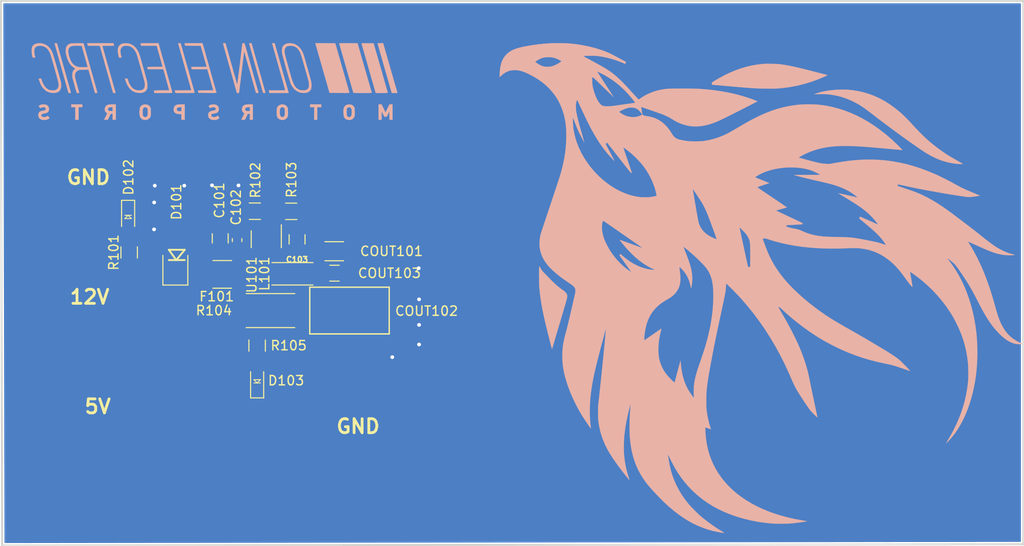
<source format=kicad_pcb>
(kicad_pcb (version 20171130) (host pcbnew 5.1.5-52549c5~84~ubuntu18.04.1)

  (general
    (thickness 1.6)
    (drawings 8)
    (tracks 105)
    (zones 0)
    (modules 19)
    (nets 13)
  )

  (page A4)
  (layers
    (0 F.Cu signal)
    (31 B.Cu signal hide)
    (32 B.Adhes user)
    (33 F.Adhes user)
    (34 B.Paste user)
    (35 F.Paste user)
    (36 B.SilkS user)
    (37 F.SilkS user)
    (38 B.Mask user)
    (39 F.Mask user)
    (40 Dwgs.User user)
    (41 Cmts.User user)
    (42 Eco1.User user)
    (43 Eco2.User user)
    (44 Edge.Cuts user)
    (45 Margin user)
    (46 B.CrtYd user)
    (47 F.CrtYd user)
    (48 B.Fab user)
    (49 F.Fab user)
  )

  (setup
    (last_trace_width 0.1524)
    (user_trace_width 0.254)
    (user_trace_width 0.381)
    (trace_clearance 0.1524)
    (zone_clearance 0.1524)
    (zone_45_only no)
    (trace_min 0.1524)
    (via_size 0.6096)
    (via_drill 0.3048)
    (via_min_size 0.6096)
    (via_min_drill 0.3048)
    (user_via 0.6096 0.3048)
    (uvia_size 0.3)
    (uvia_drill 0.1)
    (uvias_allowed no)
    (uvia_min_size 0.2)
    (uvia_min_drill 0.1)
    (edge_width 0.2)
    (segment_width 0.2)
    (pcb_text_width 0.3)
    (pcb_text_size 1.5 1.5)
    (mod_edge_width 0.15)
    (mod_text_size 1 1)
    (mod_text_width 0.15)
    (pad_size 1.524 1.524)
    (pad_drill 0.762)
    (pad_to_mask_clearance 0.051)
    (solder_mask_min_width 0.25)
    (aux_axis_origin 0 0)
    (visible_elements FFFFFF7F)
    (pcbplotparams
      (layerselection 0x010fc_ffffffff)
      (usegerberextensions false)
      (usegerberattributes false)
      (usegerberadvancedattributes false)
      (creategerberjobfile false)
      (excludeedgelayer true)
      (linewidth 0.100000)
      (plotframeref false)
      (viasonmask false)
      (mode 1)
      (useauxorigin false)
      (hpglpennumber 1)
      (hpglpenspeed 20)
      (hpglpendiameter 15.000000)
      (psnegative false)
      (psa4output false)
      (plotreference true)
      (plotvalue true)
      (plotinvisibletext false)
      (padsonsilk false)
      (subtractmaskfromsilk false)
      (outputformat 1)
      (mirror false)
      (drillshape 0)
      (scaleselection 1)
      (outputdirectory "2_26_2019/"))
  )

  (net 0 "")
  (net 1 GND)
  (net 2 /12V)
  (net 3 VCC)
  (net 4 "Net-(C101-Pad1)")
  (net 5 "Net-(C103-Pad2)")
  (net 6 "Net-(C103-Pad1)")
  (net 7 "Net-(COUT101-Pad1)")
  (net 8 "Net-(D102-Pad2)")
  (net 9 "Net-(D103-Pad2)")
  (net 10 "Net-(R102-Pad1)")
  (net 11 "Net-(COUT101-Pad2)")
  (net 12 "Net-(COUT103-Pad2)")

  (net_class Default "This is the default net class."
    (clearance 0.1524)
    (trace_width 0.1524)
    (via_dia 0.6096)
    (via_drill 0.3048)
    (uvia_dia 0.3)
    (uvia_drill 0.1)
    (add_net /12V)
    (add_net GND)
    (add_net "Net-(C101-Pad1)")
    (add_net "Net-(C103-Pad1)")
    (add_net "Net-(C103-Pad2)")
    (add_net "Net-(COUT101-Pad1)")
    (add_net "Net-(COUT101-Pad2)")
    (add_net "Net-(COUT103-Pad2)")
    (add_net "Net-(D102-Pad2)")
    (add_net "Net-(D103-Pad2)")
    (add_net "Net-(R102-Pad1)")
    (add_net VCC)
  )

  (module footprints:R_0805_OEM (layer F.Cu) (tedit 5C3D844D) (tstamp 5DE71DBD)
    (at 112.014 103.378 90)
    (descr "Resistor SMD 0805, reflow soldering, Vishay (see dcrcw.pdf)")
    (tags "resistor 0805")
    (path /5DE6EFCB)
    (attr smd)
    (fp_text reference R101 (at 0 -1.65 90) (layer F.SilkS)
      (effects (font (size 1 1) (thickness 0.15)))
    )
    (fp_text value R_1K (at 0 1.75 90) (layer F.Fab) hide
      (effects (font (size 1 1) (thickness 0.15)))
    )
    (fp_line (start -1 0.62) (end -1 -0.62) (layer F.Fab) (width 0.1))
    (fp_line (start 1 0.62) (end -1 0.62) (layer F.Fab) (width 0.1))
    (fp_line (start 1 -0.62) (end 1 0.62) (layer F.Fab) (width 0.1))
    (fp_line (start -1 -0.62) (end 1 -0.62) (layer F.Fab) (width 0.1))
    (fp_line (start 0.6 0.88) (end -0.6 0.88) (layer F.SilkS) (width 0.12))
    (fp_line (start -0.6 -0.88) (end 0.6 -0.88) (layer F.SilkS) (width 0.12))
    (fp_line (start -1.55 -0.9) (end 1.55 -0.9) (layer F.CrtYd) (width 0.05))
    (fp_line (start -1.55 -0.9) (end -1.55 0.9) (layer F.CrtYd) (width 0.05))
    (fp_line (start 1.55 0.9) (end 1.55 -0.9) (layer F.CrtYd) (width 0.05))
    (fp_line (start 1.55 0.9) (end -1.55 0.9) (layer F.CrtYd) (width 0.05))
    (pad 1 smd rect (at -0.95 0 90) (size 0.7 1.3) (layers F.Cu F.Paste F.Mask)
      (net 4 "Net-(C101-Pad1)"))
    (pad 2 smd rect (at 0.95 0 90) (size 0.7 1.3) (layers F.Cu F.Paste F.Mask)
      (net 8 "Net-(D102-Pad2)"))
    (model ${LOCAL_DIR}/OEM_Preferred_Parts/3DModels/R_0805_OEM/res0805.step
      (at (xyz 0 0 0))
      (scale (xyz 1 1 1))
      (rotate (xyz 0 0 0))
    )
    (model ${LOCAL_DIR}/OEM_Preferred_Parts/3DModels/R_0805_OEM/res0805.step
      (at (xyz 0 0 0))
      (scale (xyz 1 1 1))
      (rotate (xyz 0 0 0))
    )
  )

  (module footprints:L_100uH_OEM (layer F.Cu) (tedit 5DD6FFE6) (tstamp 5DD75557)
    (at 129.4767 105.66654)
    (descr "Resistor SMD 2512, reflow soldering, Vishay (see dcrcw.pdf)")
    (tags "resistor 2512")
    (path /5BEE27A2)
    (attr smd)
    (fp_text reference L101 (at -2.9847 -0.00254 90) (layer F.SilkS)
      (effects (font (size 1 1) (thickness 0.15)))
    )
    (fp_text value L_100uH (at 0 2.286) (layer F.Fab) hide
      (effects (font (size 1 1) (thickness 0.15)))
    )
    (fp_line (start 2.4 1.2) (end -2.4 1.2) (layer F.CrtYd) (width 0.05))
    (fp_line (start 2.4 1.2) (end 2.4 -1.2) (layer F.CrtYd) (width 0.05))
    (fp_line (start -2.4 1.2) (end -2.4 -1.2) (layer F.CrtYd) (width 0.05))
    (fp_line (start -2.4 -1.2) (end 2.4 -1.2) (layer F.CrtYd) (width 0.05))
    (fp_line (start -2.2 -1.2) (end 2.2 -1.2) (layer F.SilkS) (width 0.12))
    (fp_line (start 2.2 1.2) (end -2.2 1.2) (layer F.SilkS) (width 0.12))
    (fp_line (start -2.2 -1) (end 2.2 -1) (layer F.Fab) (width 0.1))
    (fp_line (start 2.2 -1) (end 2.2 1) (layer F.Fab) (width 0.1))
    (fp_line (start 2.2 1) (end -2.2 1) (layer F.Fab) (width 0.1))
    (fp_line (start -2.2 1) (end -2.2 -1) (layer F.Fab) (width 0.1))
    (pad 2 smd rect (at 1.6 0) (size 1.2 2) (layers F.Cu F.Paste F.Mask)
      (net 7 "Net-(COUT101-Pad1)"))
    (pad 1 smd rect (at -1.6 0) (size 1.2 2) (layers F.Cu F.Paste F.Mask)
      (net 5 "Net-(C103-Pad2)"))
  )

  (module footprints:Fuse_1812 (layer F.Cu) (tedit 5C998166) (tstamp 5C6E3B8B)
    (at 132.8293 109.601)
    (path /5C08921B)
    (fp_text reference COUT102 (at 10.9957 0.049) (layer F.SilkS)
      (effects (font (size 1 1) (thickness 0.15)))
    )
    (fp_text value C_33uF (at 3 3.5) (layer F.Fab) hide
      (effects (font (size 1 1) (thickness 0.15)))
    )
    (fp_line (start -1.5 2.5) (end -1.5 -2.5) (layer F.SilkS) (width 0.15))
    (fp_line (start 7 2.5) (end -1.5 2.5) (layer F.SilkS) (width 0.15))
    (fp_line (start 7 -2.5) (end 7 2.5) (layer F.SilkS) (width 0.15))
    (fp_line (start -1.5 -2.5) (end 7 -2.5) (layer F.SilkS) (width 0.15))
    (pad 1 smd rect (at 0 0) (size 1.78 3.5) (layers F.Cu F.Paste F.Mask)
      (net 7 "Net-(COUT101-Pad1)"))
    (pad 2 smd rect (at 5.28 0) (size 1.78 3.5) (layers F.Cu F.Paste F.Mask)
      (net 1 GND))
  )

  (module footprints:C_0805_OEM (layer F.Cu) (tedit 5C998C0E) (tstamp 5DB11065)
    (at 129.9718 101.981 270)
    (descr "Capacitor SMD 0805, reflow soldering, AVX (see smccp.pdf)")
    (tags "capacitor 0805")
    (path /5BEE239B)
    (attr smd)
    (fp_text reference C103 (at 2.159 0.0032) (layer F.SilkS)
      (effects (font (size 0.6 0.6) (thickness 0.15)))
    )
    (fp_text value C_0.1uF (at 0 1.75 90) (layer F.Fab) hide
      (effects (font (size 1 1) (thickness 0.15)))
    )
    (fp_line (start 1.75 0.87) (end -1.75 0.87) (layer F.CrtYd) (width 0.05))
    (fp_line (start 1.75 0.87) (end 1.75 -0.88) (layer F.CrtYd) (width 0.05))
    (fp_line (start -1.75 -0.88) (end -1.75 0.87) (layer F.CrtYd) (width 0.05))
    (fp_line (start -1.75 -0.88) (end 1.75 -0.88) (layer F.CrtYd) (width 0.05))
    (fp_line (start -0.5 0.85) (end 0.5 0.85) (layer F.SilkS) (width 0.12))
    (fp_line (start 0.5 -0.85) (end -0.5 -0.85) (layer F.SilkS) (width 0.12))
    (fp_line (start -1 -0.62) (end 1 -0.62) (layer F.Fab) (width 0.1))
    (fp_line (start 1 -0.62) (end 1 0.62) (layer F.Fab) (width 0.1))
    (fp_line (start 1 0.62) (end -1 0.62) (layer F.Fab) (width 0.1))
    (fp_line (start -1 0.62) (end -1 -0.62) (layer F.Fab) (width 0.1))
    (pad 2 smd rect (at 1 0 270) (size 1 1.25) (layers F.Cu F.Paste F.Mask)
      (net 5 "Net-(C103-Pad2)"))
    (pad 1 smd rect (at -1 0 270) (size 1 1.25) (layers F.Cu F.Paste F.Mask)
      (net 6 "Net-(C103-Pad1)"))
    (model /home/josh/Formula/OEM_Preferred_Parts/3DModels/C_0805_OEM/C_0805.wrl
      (at (xyz 0 0 0))
      (scale (xyz 1 1 1))
      (rotate (xyz 0 0 0))
    )
  )

  (module footprints:Fuse_1210 (layer F.Cu) (tedit 5C9980A5) (tstamp 5C17D6C7)
    (at 121.9708 105.7275 180)
    (descr "Resistor SMD 1210, reflow soldering, Vishay (see dcrcw.pdf)")
    (tags "resistor 1210")
    (path /5C0BFA29)
    (attr smd)
    (fp_text reference F101 (at 0.5958 -2.3725 180) (layer F.SilkS)
      (effects (font (size 1 1) (thickness 0.15)))
    )
    (fp_text value F_500mA_16V (at 0 2.4 180) (layer F.Fab) hide
      (effects (font (size 1 1) (thickness 0.15)))
    )
    (fp_line (start 2.15 1.5) (end -2.15 1.5) (layer F.CrtYd) (width 0.05))
    (fp_line (start 2.15 1.5) (end 2.15 -1.5) (layer F.CrtYd) (width 0.05))
    (fp_line (start -2.15 -1.5) (end -2.15 1.5) (layer F.CrtYd) (width 0.05))
    (fp_line (start -2.15 -1.5) (end 2.15 -1.5) (layer F.CrtYd) (width 0.05))
    (fp_line (start -1 -1.48) (end 1 -1.48) (layer F.SilkS) (width 0.12))
    (fp_line (start 1 1.48) (end -1 1.48) (layer F.SilkS) (width 0.12))
    (fp_line (start -1.6 -1.25) (end 1.6 -1.25) (layer F.Fab) (width 0.1))
    (fp_line (start 1.6 -1.25) (end 1.6 1.25) (layer F.Fab) (width 0.1))
    (fp_line (start 1.6 1.25) (end -1.6 1.25) (layer F.Fab) (width 0.1))
    (fp_line (start -1.6 1.25) (end -1.6 -1.25) (layer F.Fab) (width 0.1))
    (pad 2 smd rect (at 1.45 0 180) (size 0.9 2.5) (layers F.Cu F.Paste F.Mask)
      (net 2 /12V))
    (pad 1 smd rect (at -1.45 0 180) (size 0.9 2.5) (layers F.Cu F.Paste F.Mask)
      (net 4 "Net-(C101-Pad1)"))
    (model /home/josh/Formula/OEM_Preferred_Parts/3DModels/Fuse_1210_OEM/Fuse1210.wrl
      (at (xyz 0 0 0))
      (scale (xyz 1 1 1))
      (rotate (xyz 0 0 0))
    )
  )

  (module footprints:R_0805_OEM (layer F.Cu) (tedit 5C998C32) (tstamp 5DB11114)
    (at 129.34442 98.97872 180)
    (descr "Resistor SMD 0805, reflow soldering, Vishay (see dcrcw.pdf)")
    (tags "resistor 0805")
    (path /5BEE2A52)
    (attr smd)
    (fp_text reference R103 (at -0.03058 3.37872 270) (layer F.SilkS)
      (effects (font (size 1 1) (thickness 0.15)))
    )
    (fp_text value R_100K (at 0 1.75 180) (layer F.Fab) hide
      (effects (font (size 1 1) (thickness 0.15)))
    )
    (fp_line (start -1 0.62) (end -1 -0.62) (layer F.Fab) (width 0.1))
    (fp_line (start 1 0.62) (end -1 0.62) (layer F.Fab) (width 0.1))
    (fp_line (start 1 -0.62) (end 1 0.62) (layer F.Fab) (width 0.1))
    (fp_line (start -1 -0.62) (end 1 -0.62) (layer F.Fab) (width 0.1))
    (fp_line (start 0.6 0.88) (end -0.6 0.88) (layer F.SilkS) (width 0.12))
    (fp_line (start -0.6 -0.88) (end 0.6 -0.88) (layer F.SilkS) (width 0.12))
    (fp_line (start -1.55 -0.9) (end 1.55 -0.9) (layer F.CrtYd) (width 0.05))
    (fp_line (start -1.55 -0.9) (end -1.55 0.9) (layer F.CrtYd) (width 0.05))
    (fp_line (start 1.55 0.9) (end 1.55 -0.9) (layer F.CrtYd) (width 0.05))
    (fp_line (start 1.55 0.9) (end -1.55 0.9) (layer F.CrtYd) (width 0.05))
    (pad 1 smd rect (at -0.95 0 180) (size 0.7 1.3) (layers F.Cu F.Paste F.Mask)
      (net 7 "Net-(COUT101-Pad1)"))
    (pad 2 smd rect (at 0.95 0 180) (size 0.7 1.3) (layers F.Cu F.Paste F.Mask)
      (net 10 "Net-(R102-Pad1)"))
    (model "/home/josh/Formula/OEM_Preferred_Parts/3DModels/WRL Files/res0805.wrl"
      (at (xyz 0 0 0))
      (scale (xyz 1 1 1))
      (rotate (xyz 0 0 0))
    )
  )

  (module footprints:R_0805_OEM (layer F.Cu) (tedit 5C998142) (tstamp 5C4FC91B)
    (at 125.45822 98.96348 180)
    (descr "Resistor SMD 0805, reflow soldering, Vishay (see dcrcw.pdf)")
    (tags "resistor 0805")
    (path /5C0B315C)
    (attr smd)
    (fp_text reference R102 (at -0.06678 3.31348 270) (layer F.SilkS)
      (effects (font (size 1 1) (thickness 0.15)))
    )
    (fp_text value R_25K (at 0 1.75 180) (layer F.Fab) hide
      (effects (font (size 1 1) (thickness 0.15)))
    )
    (fp_line (start 1.55 0.9) (end -1.55 0.9) (layer F.CrtYd) (width 0.05))
    (fp_line (start 1.55 0.9) (end 1.55 -0.9) (layer F.CrtYd) (width 0.05))
    (fp_line (start -1.55 -0.9) (end -1.55 0.9) (layer F.CrtYd) (width 0.05))
    (fp_line (start -1.55 -0.9) (end 1.55 -0.9) (layer F.CrtYd) (width 0.05))
    (fp_line (start -0.6 -0.88) (end 0.6 -0.88) (layer F.SilkS) (width 0.12))
    (fp_line (start 0.6 0.88) (end -0.6 0.88) (layer F.SilkS) (width 0.12))
    (fp_line (start -1 -0.62) (end 1 -0.62) (layer F.Fab) (width 0.1))
    (fp_line (start 1 -0.62) (end 1 0.62) (layer F.Fab) (width 0.1))
    (fp_line (start 1 0.62) (end -1 0.62) (layer F.Fab) (width 0.1))
    (fp_line (start -1 0.62) (end -1 -0.62) (layer F.Fab) (width 0.1))
    (pad 2 smd rect (at 0.95 0 180) (size 0.7 1.3) (layers F.Cu F.Paste F.Mask)
      (net 1 GND))
    (pad 1 smd rect (at -0.95 0 180) (size 0.7 1.3) (layers F.Cu F.Paste F.Mask)
      (net 10 "Net-(R102-Pad1)"))
    (model "/home/josh/Formula/OEM_Preferred_Parts/3DModels/WRL Files/res0805.wrl"
      (at (xyz 0 0 0))
      (scale (xyz 1 1 1))
      (rotate (xyz 0 0 0))
    )
  )

  (module footprints:R_0805_OEM (layer F.Cu) (tedit 5C998BE3) (tstamp 5C4FC8EE)
    (at 125.7 113.35 270)
    (descr "Resistor SMD 0805, reflow soldering, Vishay (see dcrcw.pdf)")
    (tags "resistor 0805")
    (path /5C0C44F9)
    (attr smd)
    (fp_text reference R105 (at 0 -3.375) (layer F.SilkS)
      (effects (font (size 1 1) (thickness 0.15)))
    )
    (fp_text value R_200 (at 0 1.75 270) (layer F.Fab) hide
      (effects (font (size 1 1) (thickness 0.15)))
    )
    (fp_line (start -1 0.62) (end -1 -0.62) (layer F.Fab) (width 0.1))
    (fp_line (start 1 0.62) (end -1 0.62) (layer F.Fab) (width 0.1))
    (fp_line (start 1 -0.62) (end 1 0.62) (layer F.Fab) (width 0.1))
    (fp_line (start -1 -0.62) (end 1 -0.62) (layer F.Fab) (width 0.1))
    (fp_line (start 0.6 0.88) (end -0.6 0.88) (layer F.SilkS) (width 0.12))
    (fp_line (start -0.6 -0.88) (end 0.6 -0.88) (layer F.SilkS) (width 0.12))
    (fp_line (start -1.55 -0.9) (end 1.55 -0.9) (layer F.CrtYd) (width 0.05))
    (fp_line (start -1.55 -0.9) (end -1.55 0.9) (layer F.CrtYd) (width 0.05))
    (fp_line (start 1.55 0.9) (end 1.55 -0.9) (layer F.CrtYd) (width 0.05))
    (fp_line (start 1.55 0.9) (end -1.55 0.9) (layer F.CrtYd) (width 0.05))
    (pad 1 smd rect (at -0.95 0 270) (size 0.7 1.3) (layers F.Cu F.Paste F.Mask)
      (net 3 VCC))
    (pad 2 smd rect (at 0.95 0 270) (size 0.7 1.3) (layers F.Cu F.Paste F.Mask)
      (net 9 "Net-(D103-Pad2)"))
    (model "/home/josh/Formula/OEM_Preferred_Parts/3DModels/WRL Files/res0805.wrl"
      (at (xyz 0 0 0))
      (scale (xyz 1 1 1))
      (rotate (xyz 0 0 0))
    )
  )

  (module footprints:R_2512_OEM (layer F.Cu) (tedit 5C9980B9) (tstamp 5C17D70D)
    (at 127.1282 109.60608 180)
    (descr "Resistor SMD 2512, reflow soldering, Vishay (see dcrcw.pdf)")
    (tags "resistor 2512")
    (path /5C0C29A9)
    (attr smd)
    (fp_text reference R104 (at 6.0532 0.00608 180) (layer F.SilkS)
      (effects (font (size 1 1) (thickness 0.15)))
    )
    (fp_text value R_0_2512 (at 0 2.75 180) (layer F.Fab) hide
      (effects (font (size 1 1) (thickness 0.15)))
    )
    (fp_line (start -3.15 1.6) (end -3.15 -1.6) (layer F.Fab) (width 0.1))
    (fp_line (start 3.15 1.6) (end -3.15 1.6) (layer F.Fab) (width 0.1))
    (fp_line (start 3.15 -1.6) (end 3.15 1.6) (layer F.Fab) (width 0.1))
    (fp_line (start -3.15 -1.6) (end 3.15 -1.6) (layer F.Fab) (width 0.1))
    (fp_line (start 2.6 1.82) (end -2.6 1.82) (layer F.SilkS) (width 0.12))
    (fp_line (start -2.6 -1.82) (end 2.6 -1.82) (layer F.SilkS) (width 0.12))
    (fp_line (start -3.85 -1.85) (end 3.85 -1.85) (layer F.CrtYd) (width 0.05))
    (fp_line (start -3.85 -1.85) (end -3.85 1.85) (layer F.CrtYd) (width 0.05))
    (fp_line (start 3.85 1.85) (end 3.85 -1.85) (layer F.CrtYd) (width 0.05))
    (fp_line (start 3.85 1.85) (end -3.85 1.85) (layer F.CrtYd) (width 0.05))
    (pad 1 smd rect (at -3.1 0 180) (size 1 3.2) (layers F.Cu F.Paste F.Mask)
      (net 7 "Net-(COUT101-Pad1)"))
    (pad 2 smd rect (at 3.1 0 180) (size 1 3.2) (layers F.Cu F.Paste F.Mask)
      (net 3 VCC))
    (model ${KISYS3DMOD}/Resistors_SMD.3dshapes/R_2512.wrl
      (at (xyz 0 0 0))
      (scale (xyz 1 1 1))
      (rotate (xyz 0 0 0))
    )
  )

  (module footprints:SOT-23-6_OEM (layer F.Cu) (tedit 5C99808C) (tstamp 5C17D722)
    (at 126.6776 101.9658 270)
    (descr "6-pin SOT-23 package")
    (tags SOT-23-6)
    (path /5C75D405)
    (attr smd)
    (fp_text reference U101 (at 3.8092 1.5526 270) (layer F.SilkS)
      (effects (font (size 1 1) (thickness 0.15)))
    )
    (fp_text value TPS560430YF (at 0 2.9 270) (layer F.Fab) hide
      (effects (font (size 1 1) (thickness 0.15)))
    )
    (fp_line (start -0.9 1.61) (end 0.9 1.61) (layer F.SilkS) (width 0.12))
    (fp_line (start 0.9 -1.61) (end -1.55 -1.61) (layer F.SilkS) (width 0.12))
    (fp_line (start 1.9 -1.8) (end -1.9 -1.8) (layer F.CrtYd) (width 0.05))
    (fp_line (start 1.9 1.8) (end 1.9 -1.8) (layer F.CrtYd) (width 0.05))
    (fp_line (start -1.9 1.8) (end 1.9 1.8) (layer F.CrtYd) (width 0.05))
    (fp_line (start -1.9 -1.8) (end -1.9 1.8) (layer F.CrtYd) (width 0.05))
    (fp_line (start -0.9 -0.9) (end -0.25 -1.55) (layer F.Fab) (width 0.1))
    (fp_line (start 0.9 -1.55) (end -0.25 -1.55) (layer F.Fab) (width 0.1))
    (fp_line (start -0.9 -0.9) (end -0.9 1.55) (layer F.Fab) (width 0.1))
    (fp_line (start 0.9 1.55) (end -0.9 1.55) (layer F.Fab) (width 0.1))
    (fp_line (start 0.9 -1.55) (end 0.9 1.55) (layer F.Fab) (width 0.1))
    (pad 1 smd rect (at -1.1 -0.95 270) (size 1.06 0.65) (layers F.Cu F.Paste F.Mask)
      (net 6 "Net-(C103-Pad1)"))
    (pad 2 smd rect (at -1.1 0 270) (size 1.06 0.65) (layers F.Cu F.Paste F.Mask)
      (net 1 GND))
    (pad 3 smd rect (at -1.1 0.95 270) (size 1.06 0.65) (layers F.Cu F.Paste F.Mask)
      (net 10 "Net-(R102-Pad1)"))
    (pad 4 smd rect (at 1.1 0.95 270) (size 1.06 0.65) (layers F.Cu F.Paste F.Mask)
      (net 4 "Net-(C101-Pad1)"))
    (pad 6 smd rect (at 1.1 -0.95 270) (size 1.06 0.65) (layers F.Cu F.Paste F.Mask)
      (net 5 "Net-(C103-Pad2)"))
    (pad 5 smd rect (at 1.1 0 270) (size 1.06 0.65) (layers F.Cu F.Paste F.Mask)
      (net 4 "Net-(C101-Pad1)"))
    (model ${KISYS3DMOD}/TO_SOT_Packages_SMD.3dshapes/SOT-23-6.wrl
      (at (xyz 0 0 0))
      (scale (xyz 1 1 1))
      (rotate (xyz 0 0 0))
    )
  )

  (module footprints:C_1206_OEM (layer F.Cu) (tedit 5C99815D) (tstamp 5C6E9423)
    (at 133.9483 103.251)
    (descr "Capacitor SMD 1206, reflow soldering, AVX (see smccp.pdf)")
    (tags "capacitor 1206")
    (path /5C061BB4)
    (attr smd)
    (fp_text reference COUT101 (at 6.1267 -0.001) (layer F.SilkS)
      (effects (font (size 1 1) (thickness 0.15)))
    )
    (fp_text value C_22uF (at 0 2) (layer F.Fab) hide
      (effects (font (size 1 1) (thickness 0.15)))
    )
    (fp_line (start -1.6 0.8) (end -1.6 -0.8) (layer F.Fab) (width 0.1))
    (fp_line (start 1.6 0.8) (end -1.6 0.8) (layer F.Fab) (width 0.1))
    (fp_line (start 1.6 -0.8) (end 1.6 0.8) (layer F.Fab) (width 0.1))
    (fp_line (start -1.6 -0.8) (end 1.6 -0.8) (layer F.Fab) (width 0.1))
    (fp_line (start 1 -1.02) (end -1 -1.02) (layer F.SilkS) (width 0.12))
    (fp_line (start -1 1.02) (end 1 1.02) (layer F.SilkS) (width 0.12))
    (fp_line (start -2.25 -1.05) (end 2.25 -1.05) (layer F.CrtYd) (width 0.05))
    (fp_line (start -2.25 -1.05) (end -2.25 1.05) (layer F.CrtYd) (width 0.05))
    (fp_line (start 2.25 1.05) (end 2.25 -1.05) (layer F.CrtYd) (width 0.05))
    (fp_line (start 2.25 1.05) (end -2.25 1.05) (layer F.CrtYd) (width 0.05))
    (pad 1 smd rect (at -1.5 0) (size 1 1.6) (layers F.Cu F.Paste F.Mask)
      (net 7 "Net-(COUT101-Pad1)"))
    (pad 2 smd rect (at 1.5 0) (size 1 1.6) (layers F.Cu F.Paste F.Mask)
      (net 11 "Net-(COUT101-Pad2)"))
    (model Capacitors_SMD.3dshapes/C_1206.wrl
      (at (xyz 0 0 0))
      (scale (xyz 1 1 1))
      (rotate (xyz 0 0 0))
    )
  )

  (module footprints:C_0805_OEM (layer F.Cu) (tedit 5C998161) (tstamp 5C6E3B9B)
    (at 133.9723 105.6005)
    (descr "Capacitor SMD 0805, reflow soldering, AVX (see smccp.pdf)")
    (tags "capacitor 0805")
    (path /5C062E7A)
    (attr smd)
    (fp_text reference COUT103 (at 5.8777 -0.0005) (layer F.SilkS)
      (effects (font (size 1 1) (thickness 0.15)))
    )
    (fp_text value C_47uF (at 0 1.75) (layer F.Fab) hide
      (effects (font (size 1 1) (thickness 0.15)))
    )
    (fp_line (start -1 0.62) (end -1 -0.62) (layer F.Fab) (width 0.1))
    (fp_line (start 1 0.62) (end -1 0.62) (layer F.Fab) (width 0.1))
    (fp_line (start 1 -0.62) (end 1 0.62) (layer F.Fab) (width 0.1))
    (fp_line (start -1 -0.62) (end 1 -0.62) (layer F.Fab) (width 0.1))
    (fp_line (start 0.5 -0.85) (end -0.5 -0.85) (layer F.SilkS) (width 0.12))
    (fp_line (start -0.5 0.85) (end 0.5 0.85) (layer F.SilkS) (width 0.12))
    (fp_line (start -1.75 -0.88) (end 1.75 -0.88) (layer F.CrtYd) (width 0.05))
    (fp_line (start -1.75 -0.88) (end -1.75 0.87) (layer F.CrtYd) (width 0.05))
    (fp_line (start 1.75 0.87) (end 1.75 -0.88) (layer F.CrtYd) (width 0.05))
    (fp_line (start 1.75 0.87) (end -1.75 0.87) (layer F.CrtYd) (width 0.05))
    (pad 1 smd rect (at -1 0) (size 1 1.25) (layers F.Cu F.Paste F.Mask)
      (net 7 "Net-(COUT101-Pad1)"))
    (pad 2 smd rect (at 1 0) (size 1 1.25) (layers F.Cu F.Paste F.Mask)
      (net 12 "Net-(COUT103-Pad2)"))
    (model /home/josh/Formula/OEM_Preferred_Parts/3DModels/C_0805_OEM/C_0805.wrl
      (at (xyz 0 0 0))
      (scale (xyz 1 1 1))
      (rotate (xyz 0 0 0))
    )
    (model ${LOCAL_DIR}/OEM_Preferred_Parts/3DModels/C_0805_OEM/C_0805.step
      (at (xyz 0 0 0))
      (scale (xyz 1 1 1))
      (rotate (xyz 0 0 0))
    )
  )

  (module footprints:DO-214AA (layer F.Cu) (tedit 5C998738) (tstamp 5C6E3BE3)
    (at 116.9543 103.6955 90)
    (descr "http://www.diodes.com/datasheets/ap02001.pdf p.144")
    (tags "Diode SOD523")
    (path /5C623D49)
    (attr smd)
    (fp_text reference D101 (at 5.7205 0.1207 270) (layer F.SilkS)
      (effects (font (size 1 1) (thickness 0.15)))
    )
    (fp_text value D_Zener_18V (at 0 2.286 90) (layer F.Fab) hide
      (effects (font (size 1 1) (thickness 0.15)))
    )
    (fp_line (start 0.6 1) (end -0.5 0.1) (layer F.SilkS) (width 0.2))
    (fp_line (start 0.6 -0.7) (end 0.6 1) (layer F.SilkS) (width 0.2))
    (fp_line (start -0.5 0.1) (end 0.6 -0.7) (layer F.SilkS) (width 0.2))
    (fp_line (start -0.5 -0.7) (end -0.5 1) (layer F.SilkS) (width 0.2))
    (fp_line (start -3.175 -1.3335) (end -3.175 1.3335) (layer F.SilkS) (width 0.12))
    (fp_line (start 3.302 -1.4605) (end 3.302 1.4605) (layer F.CrtYd) (width 0.05))
    (fp_line (start -3.302 -1.4605) (end 3.302 -1.4605) (layer F.CrtYd) (width 0.05))
    (fp_line (start -3.302 -1.4605) (end -3.302 1.4605) (layer F.CrtYd) (width 0.05))
    (fp_line (start -3.302 1.4605) (end 3.302 1.4605) (layer F.CrtYd) (width 0.05))
    (fp_line (start 2.3749 -1.9685) (end 2.3749 1.9685) (layer F.Fab) (width 0.1))
    (fp_line (start -2.3749 -1.9685) (end 2.3749 -1.9685) (layer F.Fab) (width 0.1))
    (fp_line (start -2.3749 -1.9685) (end -2.3749 1.9685) (layer F.Fab) (width 0.1))
    (fp_line (start 2.3749 1.9685) (end -2.3749 1.9685) (layer F.Fab) (width 0.1))
    (fp_line (start -3.175 1.3335) (end 0 1.3335) (layer F.SilkS) (width 0.12))
    (fp_line (start -3.175 -1.3335) (end 0 -1.3335) (layer F.SilkS) (width 0.12))
    (pad 2 smd rect (at 2.032 0 270) (size 1.778 2.159) (layers F.Cu F.Paste F.Mask)
      (net 1 GND))
    (pad 1 smd rect (at -2.032 0 270) (size 1.778 2.159) (layers F.Cu F.Paste F.Mask)
      (net 2 /12V))
    (model /home/josh/Formula/OEM_Preferred_Parts/3DModels/DO_214AA_OEM/DO_214AA.wrl
      (at (xyz 0 0 0))
      (scale (xyz 1 1 1))
      (rotate (xyz 0 0 0))
    )
  )

  (module footprints:LED_0805_OEM (layer F.Cu) (tedit 5C998BE8) (tstamp 5C6E6262)
    (at 125.7 117.15 90)
    (descr "LED 0805 smd package")
    (tags "LED led 0805 SMD smd SMT smt smdled SMDLED smtled SMTLED")
    (path /5C0C344A)
    (attr smd)
    (fp_text reference D103 (at 0.05 3.1 180) (layer F.SilkS)
      (effects (font (size 1 1) (thickness 0.15)))
    )
    (fp_text value LED_0805 (at 0.508 2.032 90) (layer F.Fab) hide
      (effects (font (size 1 1) (thickness 0.15)))
    )
    (fp_line (start -0.2 0.35) (end -0.2 0) (layer F.SilkS) (width 0.1))
    (fp_line (start -0.2 0) (end -0.2 -0.35) (layer F.SilkS) (width 0.1))
    (fp_line (start 0.15 0.35) (end -0.2 0) (layer F.SilkS) (width 0.1))
    (fp_line (start 0.15 0.3) (end 0.15 0.35) (layer F.SilkS) (width 0.1))
    (fp_line (start 0.15 0.35) (end 0.15 0.3) (layer F.SilkS) (width 0.1))
    (fp_line (start 0.15 -0.35) (end 0.15 0.3) (layer F.SilkS) (width 0.1))
    (fp_line (start 0.1 -0.3) (end 0.15 -0.35) (layer F.SilkS) (width 0.1))
    (fp_line (start -0.2 0) (end 0.1 -0.3) (layer F.SilkS) (width 0.1))
    (fp_line (start -1.8 -0.7) (end -1.8 0.7) (layer F.SilkS) (width 0.12))
    (fp_line (start 1 0.6) (end -1 0.6) (layer F.Fab) (width 0.1))
    (fp_line (start 1 -0.6) (end 1 0.6) (layer F.Fab) (width 0.1))
    (fp_line (start -1 -0.6) (end 1 -0.6) (layer F.Fab) (width 0.1))
    (fp_line (start -1 0.6) (end -1 -0.6) (layer F.Fab) (width 0.1))
    (fp_line (start -1.8 0.7) (end 1 0.7) (layer F.SilkS) (width 0.12))
    (fp_line (start -1.8 -0.7) (end 1 -0.7) (layer F.SilkS) (width 0.12))
    (fp_line (start 1.95 -0.85) (end 1.95 0.85) (layer F.CrtYd) (width 0.05))
    (fp_line (start 1.95 0.85) (end -1.95 0.85) (layer F.CrtYd) (width 0.05))
    (fp_line (start -1.95 0.85) (end -1.95 -0.85) (layer F.CrtYd) (width 0.05))
    (fp_line (start -1.95 -0.85) (end 1.95 -0.85) (layer F.CrtYd) (width 0.05))
    (pad 2 smd rect (at 1.1 0 270) (size 1.2 1.2) (layers F.Cu F.Paste F.Mask)
      (net 9 "Net-(D103-Pad2)"))
    (pad 1 smd rect (at -1.1 0 270) (size 1.2 1.2) (layers F.Cu F.Paste F.Mask)
      (net 1 GND))
    (model "/home/josh/Formula/OEM_Preferred_Parts/3DModels/LED_0805/LED 0805 Base GREEN001_sp.wrl"
      (at (xyz 0 0 0))
      (scale (xyz 1 1 1))
      (rotate (xyz 0 0 180))
    )
    (model "${LOCAL_DIR}/OEM_Preferred_Parts/3DModels/LED_0805/LED 0805 Base GREEN001_sp.step"
      (at (xyz 0 0 0))
      (scale (xyz 1 1 1))
      (rotate (xyz 0 0 0))
    )
  )

  (module footprints:Logo_Large (layer B.Cu) (tedit 0) (tstamp 5C6E93E0)
    (at 121.158 85.09 180)
    (fp_text reference G*** (at 0 0 180) (layer B.SilkS) hide
      (effects (font (size 1.524 1.524) (thickness 0.3)) (justify mirror))
    )
    (fp_text value LOGO (at 0.75 0 180) (layer B.SilkS) hide
      (effects (font (size 1.524 1.524) (thickness 0.3)) (justify mirror))
    )
    (fp_poly (pts (xy 18.846075 4.107132) (xy 19.065319 4.073701) (xy 19.245128 4.00857) (xy 19.386053 3.911374)
      (xy 19.488644 3.781749) (xy 19.547339 3.641645) (xy 19.569425 3.520595) (xy 19.578482 3.365329)
      (xy 19.575075 3.190579) (xy 19.55977 3.011076) (xy 19.533133 2.841552) (xy 19.513326 2.7559)
      (xy 19.466072 2.5781) (xy 19.319402 2.570419) (xy 19.237351 2.567742) (xy 19.195339 2.57278)
      (xy 19.182819 2.588551) (xy 19.186227 2.608519) (xy 19.235407 2.788415) (xy 19.267007 2.940046)
      (xy 19.284069 3.081574) (xy 19.289602 3.2258) (xy 19.288823 3.345147) (xy 19.282719 3.428934)
      (xy 19.268636 3.492332) (xy 19.243922 3.550511) (xy 19.22748 3.581081) (xy 19.147841 3.687822)
      (xy 19.042984 3.762652) (xy 18.905946 3.809072) (xy 18.731219 3.830506) (xy 18.493234 3.820589)
      (xy 18.27688 3.764715) (xy 18.082151 3.662881) (xy 17.909041 3.515082) (xy 17.757545 3.321313)
      (xy 17.627654 3.081571) (xy 17.59221 2.998987) (xy 17.571635 2.940456) (xy 17.539354 2.83847)
      (xy 17.496933 2.698607) (xy 17.44594 2.526447) (xy 17.387942 2.327567) (xy 17.324506 2.107548)
      (xy 17.2572 1.871969) (xy 17.187592 1.626408) (xy 17.117248 1.376445) (xy 17.047736 1.127658)
      (xy 16.980623 0.885628) (xy 16.917477 0.655932) (xy 16.859866 0.444151) (xy 16.809355 0.255862)
      (xy 16.767514 0.096646) (xy 16.735909 -0.027919) (xy 16.716107 -0.112254) (xy 16.711263 -0.136761)
      (xy 16.690752 -0.351416) (xy 16.708412 -0.532897) (xy 16.76444 -0.681776) (xy 16.859038 -0.798628)
      (xy 16.9672 -0.871811) (xy 17.035191 -0.904765) (xy 17.093219 -0.925159) (xy 17.15634 -0.935394)
      (xy 17.239612 -0.937872) (xy 17.358091 -0.934995) (xy 17.36237 -0.93485) (xy 17.48747 -0.92889)
      (xy 17.579013 -0.918554) (xy 17.654235 -0.900127) (xy 17.730374 -0.869893) (xy 17.7855 -0.843639)
      (xy 17.966824 -0.726716) (xy 18.130835 -0.564279) (xy 18.275423 -0.359288) (xy 18.398476 -0.114701)
      (xy 18.491841 0.14605) (xy 18.546947 0.3302) (xy 18.684173 0.3302) (xy 18.759908 0.326336)
      (xy 18.809747 0.316384) (xy 18.8214 0.307091) (xy 18.811856 0.255933) (xy 18.786051 0.169673)
      (xy 18.748229 0.059691) (xy 18.70263 -0.062636) (xy 18.653497 -0.185929) (xy 18.605071 -0.29881)
      (xy 18.561594 -0.3899) (xy 18.561476 -0.390127) (xy 18.467911 -0.542712) (xy 18.348018 -0.696743)
      (xy 18.21261 -0.840996) (xy 18.072502 -0.96425) (xy 17.938507 -1.055282) (xy 17.902553 -1.073948)
      (xy 17.68491 -1.155256) (xy 17.449917 -1.203581) (xy 17.212714 -1.217322) (xy 16.98844 -1.194875)
      (xy 16.9164 -1.178335) (xy 16.742656 -1.110338) (xy 16.60644 -1.008624) (xy 16.505319 -0.870841)
      (xy 16.444757 -0.722333) (xy 16.420344 -0.596727) (xy 16.40997 -0.440211) (xy 16.413891 -0.270767)
      (xy 16.432364 -0.106382) (xy 16.435686 -0.087214) (xy 16.449784 -0.023892) (xy 16.476574 0.082556)
      (xy 16.514461 0.226506) (xy 16.561853 0.402333) (xy 16.617155 0.604413) (xy 16.678773 0.827123)
      (xy 16.745115 1.064837) (xy 16.814585 1.311932) (xy 16.885591 1.562783) (xy 16.956539 1.811766)
      (xy 17.025834 2.053258) (xy 17.091883 2.281633) (xy 17.153093 2.491268) (xy 17.207869 2.676538)
      (xy 17.254618 2.831819) (xy 17.291746 2.951488) (xy 17.31766 3.029919) (xy 17.32356 3.046005)
      (xy 17.45192 3.320441) (xy 17.609516 3.557101) (xy 17.793792 3.754203) (xy 18.002187 3.909964)
      (xy 18.232145 4.0226) (xy 18.481106 4.090329) (xy 18.746513 4.111367) (xy 18.846075 4.107132)) (layer B.SilkS) (width 0.01))
    (fp_poly (pts (xy 17.110144 4.100777) (xy 17.1196 4.081557) (xy 17.112847 4.05268) (xy 17.093191 3.978163)
      (xy 17.061533 3.861253) (xy 17.018775 3.705199) (xy 16.965818 3.513248) (xy 16.903564 3.288649)
      (xy 16.832916 3.034648) (xy 16.754774 2.754495) (xy 16.670041 2.451437) (xy 16.579619 2.128721)
      (xy 16.484408 1.789596) (xy 16.394622 1.47038) (xy 16.295615 1.118626) (xy 16.200329 0.779986)
      (xy 16.109688 0.457745) (xy 16.024615 0.155185) (xy 15.946031 -0.124408) (xy 15.874859 -0.37775)
      (xy 15.812021 -0.601557) (xy 15.758441 -0.792544) (xy 15.715039 -0.947427) (xy 15.68274 -1.062922)
      (xy 15.662464 -1.135745) (xy 15.655269 -1.16205) (xy 15.641032 -1.195216) (xy 15.610785 -1.212381)
      (xy 15.55088 -1.218605) (xy 15.501192 -1.2192) (xy 15.421761 -1.21776) (xy 15.38213 -1.210079)
      (xy 15.37131 -1.191117) (xy 15.376645 -1.16205) (xy 15.385469 -1.130261) (xy 15.407148 -1.052841)
      (xy 15.440765 -0.933055) (xy 15.4854 -0.774168) (xy 15.540135 -0.579446) (xy 15.604052 -0.352153)
      (xy 15.676233 -0.095556) (xy 15.755758 0.187081) (xy 15.841711 0.492492) (xy 15.933171 0.817411)
      (xy 16.029221 1.158574) (xy 16.124968 1.4986) (xy 16.858138 4.1021) (xy 16.988869 4.109778)
      (xy 17.069779 4.110929) (xy 17.110144 4.100777)) (layer B.SilkS) (width 0.01))
    (fp_poly (pts (xy 14.518746 4.110906) (xy 14.698404 4.108869) (xy 14.70025 4.108843) (xy 14.91298 4.105361)
      (xy 15.081461 4.101347) (xy 15.21224 4.096358) (xy 15.311866 4.08995) (xy 15.386891 4.081678)
      (xy 15.443861 4.071099) (xy 15.489328 4.05777) (xy 15.497388 4.054821) (xy 15.654421 3.970656)
      (xy 15.784095 3.850669) (xy 15.876141 3.70438) (xy 15.876687 3.703155) (xy 15.917285 3.56593)
      (xy 15.936065 3.393631) (xy 15.933143 3.197007) (xy 15.90864 2.986803) (xy 15.866549 2.788394)
      (xy 15.75969 2.444305) (xy 15.630653 2.145897) (xy 15.479417 1.893139) (xy 15.305964 1.685998)
      (xy 15.110273 1.524442) (xy 15.0368 1.47882) (xy 14.9711 1.441135) (xy 14.926772 1.415599)
      (xy 14.916101 1.409365) (xy 14.92861 1.390569) (xy 14.967577 1.345723) (xy 15.014905 1.29478)
      (xy 15.105273 1.188908) (xy 15.166691 1.085925) (xy 15.203839 0.972227) (xy 15.221398 0.834207)
      (xy 15.224402 0.6858) (xy 15.223146 0.609288) (xy 15.219914 0.540653) (xy 15.213236 0.473027)
      (xy 15.201642 0.399544) (xy 15.183664 0.313337) (xy 15.157832 0.20754) (xy 15.122679 0.075286)
      (xy 15.076733 -0.090293) (xy 15.018527 -0.296062) (xy 15.0016 -0.3556) (xy 14.947094 -0.547109)
      (xy 14.896636 -0.724198) (xy 14.852013 -0.880603) (xy 14.815013 -1.010064) (xy 14.787427 -1.106319)
      (xy 14.771042 -1.163106) (xy 14.767606 -1.17475) (xy 14.748204 -1.201652) (xy 14.703186 -1.215278)
      (xy 14.620389 -1.219194) (xy 14.615988 -1.2192) (xy 14.539997 -1.217237) (xy 14.489879 -1.212182)
      (xy 14.478 -1.20741) (xy 14.48463 -1.180967) (xy 14.503419 -1.111599) (xy 14.532714 -1.005266)
      (xy 14.570863 -0.867929) (xy 14.616211 -0.705548) (xy 14.667106 -0.524086) (xy 14.694062 -0.42826)
      (xy 14.748902 -0.23144) (xy 14.800205 -0.04343) (xy 14.846021 0.12832) (xy 14.884397 0.276357)
      (xy 14.913383 0.393231) (xy 14.931028 0.471491) (xy 14.934296 0.489201) (xy 14.945442 0.684235)
      (xy 14.912783 0.855147) (xy 14.836995 1.000456) (xy 14.718754 1.118683) (xy 14.618527 1.180782)
      (xy 14.56535 1.207341) (xy 14.518733 1.227046) (xy 14.469859 1.24108) (xy 14.409913 1.250623)
      (xy 14.33008 1.256857) (xy 14.221545 1.260962) (xy 14.075491 1.264119) (xy 13.984511 1.265732)
      (xy 13.5001 1.274163) (xy 13.196894 0.186232) (xy 13.131988 -0.046415) (xy 13.069681 -0.269286)
      (xy 13.011637 -0.476465) (xy 12.959518 -0.662036) (xy 12.914987 -0.820083) (xy 12.879708 -0.944689)
      (xy 12.855344 -1.02994) (xy 12.846444 -1.06045) (xy 12.799199 -1.2192) (xy 12.673399 -1.2192)
      (xy 12.59335 -1.21486) (xy 12.554712 -1.200109) (xy 12.5476 -1.181994) (xy 12.554351 -1.152973)
      (xy 12.57401 -1.078285) (xy 12.605682 -0.961154) (xy 12.648473 -0.804801) (xy 12.701488 -0.612451)
      (xy 12.763833 -0.387326) (xy 12.834615 -0.132648) (xy 12.912938 0.148359) (xy 12.997909 0.452473)
      (xy 13.088634 0.776471) (xy 13.184218 1.11713) (xy 13.283767 1.471227) (xy 13.2842 1.472764)
      (xy 13.30918 1.561568) (xy 13.589 1.561568) (xy 13.613027 1.557581) (xy 13.679618 1.554142)
      (xy 13.780539 1.551483) (xy 13.907555 1.549835) (xy 14.022135 1.5494) (xy 14.236944 1.551939)
      (xy 14.40836 1.55987) (xy 14.543556 1.573667) (xy 14.632874 1.589795) (xy 14.835629 1.658209)
      (xy 15.016404 1.767013) (xy 15.176355 1.917656) (xy 15.316637 2.111589) (xy 15.438406 2.350261)
      (xy 15.542817 2.635124) (xy 15.586594 2.786768) (xy 15.640172 3.037604) (xy 15.657289 3.253174)
      (xy 15.637926 3.433607) (xy 15.582065 3.579028) (xy 15.489688 3.689566) (xy 15.449048 3.719825)
      (xy 15.381999 3.758224) (xy 15.307743 3.787318) (xy 15.218338 3.808288) (xy 15.105837 3.822318)
      (xy 14.962298 3.83059) (xy 14.779775 3.834285) (xy 14.676561 3.83478) (xy 14.514398 3.83459)
      (xy 14.395949 3.833059) (xy 14.314133 3.829515) (xy 14.26187 3.823288) (xy 14.232079 3.813708)
      (xy 14.217678 3.800103) (xy 14.21384 3.79095) (xy 14.200926 3.746738) (xy 14.176746 3.662079)
      (xy 14.142966 3.542921) (xy 14.101254 3.395214) (xy 14.053278 3.224909) (xy 14.000704 3.037954)
      (xy 13.945202 2.8403) (xy 13.888438 2.637896) (xy 13.832079 2.436691) (xy 13.777794 2.242635)
      (xy 13.727249 2.061678) (xy 13.682113 1.899769) (xy 13.644053 1.762858) (xy 13.614736 1.656895)
      (xy 13.595829 1.587828) (xy 13.589001 1.561609) (xy 13.589 1.561568) (xy 13.30918 1.561568)
      (xy 13.383674 1.826383) (xy 13.479196 2.166201) (xy 13.569873 2.489031) (xy 13.654813 2.791687)
      (xy 13.733125 3.070984) (xy 13.803916 3.323735) (xy 13.866295 3.546755) (xy 13.91937 3.736857)
      (xy 13.96225 3.890855) (xy 13.994042 4.005564) (xy 14.013856 4.077796) (xy 14.020798 4.104367)
      (xy 14.0208 4.104402) (xy 14.045099 4.107784) (xy 14.113617 4.110169) (xy 14.21978 4.111513)
      (xy 14.357014 4.111773) (xy 14.518746 4.110906)) (layer B.SilkS) (width 0.01))
    (fp_poly (pts (xy 12.493298 4.114659) (xy 12.739662 4.114252) (xy 12.965605 4.113606) (xy 13.166561 4.112746)
      (xy 13.337962 4.1117) (xy 13.475244 4.110493) (xy 13.57384 4.109152) (xy 13.629183 4.107703)
      (xy 13.6398 4.106711) (xy 13.633185 4.079941) (xy 13.616175 4.019725) (xy 13.600844 3.967445)
      (xy 13.561889 3.836269) (xy 12.923653 3.829485) (xy 12.285417 3.8227) (xy 11.595343 1.3716)
      (xy 11.498682 1.028193) (xy 11.405701 0.697713) (xy 11.317352 0.383554) (xy 11.234589 0.089112)
      (xy 11.158363 -0.182221) (xy 11.089628 -0.42705) (xy 11.029337 -0.641979) (xy 10.978441 -0.823616)
      (xy 10.937895 -0.968565) (xy 10.908649 -1.073433) (xy 10.891658 -1.134825) (xy 10.88775 -1.14935)
      (xy 10.873781 -1.189554) (xy 10.848504 -1.210379) (xy 10.797741 -1.218144) (xy 10.731016 -1.2192)
      (xy 10.654707 -1.218152) (xy 10.604279 -1.215451) (xy 10.592124 -1.21285) (xy 10.598905 -1.188051)
      (xy 10.61855 -1.117595) (xy 10.65015 -1.004718) (xy 10.692794 -0.852659) (xy 10.745572 -0.664656)
      (xy 10.807575 -0.443948) (xy 10.877892 -0.193774) (xy 10.955615 0.082629) (xy 11.039831 0.382023)
      (xy 11.129633 0.701168) (xy 11.224109 1.036827) (xy 11.300483 1.3081) (xy 12.008517 3.8227)
      (xy 11.37381 3.829492) (xy 11.175123 3.831995) (xy 11.021923 3.834974) (xy 10.908894 3.838793)
      (xy 10.830723 3.843822) (xy 10.782096 3.850426) (xy 10.7577 3.858971) (xy 10.75222 3.869826)
      (xy 10.752945 3.872353) (xy 10.768098 3.918892) (xy 10.788701 3.990124) (xy 10.794572 4.011612)
      (xy 10.822358 4.1148) (xy 12.231079 4.1148) (xy 12.493298 4.114659)) (layer B.SilkS) (width 0.01))
    (fp_poly (pts (xy 9.644024 4.100819) (xy 9.737924 4.097534) (xy 9.808037 4.088863) (xy 9.867868 4.072481)
      (xy 9.93092 4.046065) (xy 9.985515 4.019716) (xy 10.135256 3.921433) (xy 10.24756 3.792021)
      (xy 10.322582 3.630762) (xy 10.360479 3.43694) (xy 10.361405 3.209836) (xy 10.325518 2.948733)
      (xy 10.269467 2.71145) (xy 10.229505 2.5654) (xy 10.093152 2.5654) (xy 10.017679 2.567894)
      (xy 9.968163 2.574313) (xy 9.9568 2.580219) (xy 9.962586 2.610217) (xy 9.977934 2.676503)
      (xy 9.999822 2.766147) (xy 10.00573 2.789769) (xy 10.055047 3.021054) (xy 10.076172 3.21497)
      (xy 10.068607 3.376731) (xy 10.031857 3.511554) (xy 9.965424 3.624655) (xy 9.921532 3.674079)
      (xy 9.830804 3.749914) (xy 9.73104 3.799481) (xy 9.611031 3.8259) (xy 9.459566 3.83229)
      (xy 9.365565 3.828783) (xy 9.23724 3.818055) (xy 9.138332 3.79931) (xy 9.047543 3.767489)
      (xy 8.984565 3.73827) (xy 8.802748 3.621126) (xy 8.637967 3.459342) (xy 8.493726 3.257246)
      (xy 8.373528 3.019163) (xy 8.345759 2.949554) (xy 8.326745 2.892864) (xy 8.295856 2.792891)
      (xy 8.254703 2.65533) (xy 8.204897 2.485876) (xy 8.14805 2.290223) (xy 8.085774 2.074065)
      (xy 8.01968 1.843097) (xy 7.951378 1.603014) (xy 7.882482 1.35951) (xy 7.814602 1.118279)
      (xy 7.74935 0.885016) (xy 7.688337 0.665415) (xy 7.633174 0.465171) (xy 7.585474 0.289979)
      (xy 7.546848 0.145533) (xy 7.518906 0.037527) (xy 7.503885 -0.0254) (xy 7.484208 -0.142659)
      (xy 7.471222 -0.268826) (xy 7.468182 -0.3429) (xy 7.483762 -0.530349) (xy 7.532415 -0.68054)
      (xy 7.615791 -0.795024) (xy 7.735541 -0.875353) (xy 7.893315 -0.923078) (xy 8.090765 -0.939752)
      (xy 8.103148 -0.9398) (xy 8.333009 -0.917751) (xy 8.540841 -0.851299) (xy 8.727149 -0.739982)
      (xy 8.89244 -0.583341) (xy 9.037221 -0.380915) (xy 9.161996 -0.132243) (xy 9.248171 0.1016)
      (xy 9.317492 0.3175) (xy 9.459346 0.325118) (xy 9.536459 0.32737) (xy 9.587978 0.325257)
      (xy 9.6012 0.321059) (xy 9.593824 0.293447) (xy 9.573969 0.228571) (xy 9.545047 0.137417)
      (xy 9.523933 0.072141) (xy 9.401143 -0.246775) (xy 9.255241 -0.520459) (xy 9.086231 -0.748909)
      (xy 8.894114 -0.932121) (xy 8.678893 -1.070095) (xy 8.440571 -1.162827) (xy 8.17915 -1.210316)
      (xy 8.0137 -1.21711) (xy 7.898353 -1.212368) (xy 7.78595 -1.201152) (xy 7.69957 -1.185813)
      (xy 7.694944 -1.184605) (xy 7.518029 -1.114037) (xy 7.37693 -1.007479) (xy 7.271787 -0.865059)
      (xy 7.225233 -0.760255) (xy 7.20114 -0.654832) (xy 7.188241 -0.514975) (xy 7.186586 -0.355809)
      (xy 7.196222 -0.192462) (xy 7.217199 -0.040061) (xy 7.22283 -0.011892) (xy 7.236718 0.045316)
      (xy 7.262954 0.145589) (xy 7.299921 0.28315) (xy 7.345997 0.452221) (xy 7.399563 0.647026)
      (xy 7.459001 0.861787) (xy 7.52269 1.090726) (xy 7.589011 1.328068) (xy 7.656344 1.568034)
      (xy 7.72307 1.804848) (xy 7.78757 2.032732) (xy 7.848224 2.245909) (xy 7.903413 2.438603)
      (xy 7.951516 2.605036) (xy 7.990915 2.739431) (xy 8.01999 2.83601) (xy 8.030761 2.8702)
      (xy 8.148023 3.16854) (xy 8.293328 3.430022) (xy 8.464813 3.652464) (xy 8.660618 3.833685)
      (xy 8.878879 3.971504) (xy 9.024213 4.034037) (xy 9.113632 4.063679) (xy 9.195048 4.083091)
      (xy 9.283899 4.094389) (xy 9.395623 4.099691) (xy 9.512834 4.101041) (xy 9.644024 4.100819)) (layer B.SilkS) (width 0.01))
    (fp_poly (pts (xy 7.243725 4.114191) (xy 7.473485 4.112341) (xy 7.654801 4.109218) (xy 7.788841 4.104789)
      (xy 7.876776 4.099021) (xy 7.919776 4.091882) (xy 7.9248 4.087948) (xy 7.918971 4.048557)
      (xy 7.904278 3.980657) (xy 7.896384 3.948248) (xy 7.867969 3.835401) (xy 7.033268 3.8354)
      (xy 6.198567 3.8354) (xy 6.181095 3.76555) (xy 6.17064 3.726794) (xy 6.1479 3.644583)
      (xy 6.114397 3.52435) (xy 6.071652 3.37153) (xy 6.021185 3.191554) (xy 5.964518 2.989857)
      (xy 5.903172 2.771872) (xy 5.866464 2.6416) (xy 5.569305 1.5875) (xy 6.391452 1.580803)
      (xy 6.639939 1.578171) (xy 6.840201 1.574657) (xy 6.994809 1.57015) (xy 7.106333 1.564542)
      (xy 7.177342 1.557721) (xy 7.210407 1.549579) (xy 7.2136 1.54565) (xy 7.20674 1.504543)
      (xy 7.18971 1.437965) (xy 7.184179 1.418997) (xy 7.154758 1.3208) (xy 5.494342 1.3208)
      (xy 5.346162 0.79375) (xy 5.292588 0.603224) (xy 5.23012 0.38111) (xy 5.163626 0.144717)
      (xy 5.097976 -0.088643) (xy 5.038039 -0.301658) (xy 5.030007 -0.3302) (xy 4.862032 -0.9271)
      (xy 5.682216 -0.933797) (xy 5.944649 -0.936747) (xy 6.15645 -0.940901) (xy 6.317771 -0.946266)
      (xy 6.428766 -0.952848) (xy 6.489588 -0.960654) (xy 6.5024 -0.966999) (xy 6.496575 -1.006161)
      (xy 6.48189 -1.073906) (xy 6.473984 -1.106352) (xy 6.445569 -1.2192) (xy 5.483384 -1.2192)
      (xy 5.225539 -1.218845) (xy 5.01466 -1.2177) (xy 4.846918 -1.215637) (xy 4.718484 -1.212532)
      (xy 4.625528 -1.20826) (xy 4.564221 -1.202696) (xy 4.530734 -1.195714) (xy 4.5212 -1.187748)
      (xy 4.527946 -1.159529) (xy 4.547592 -1.085619) (xy 4.579246 -0.969221) (xy 4.62202 -0.813538)
      (xy 4.675023 -0.621772) (xy 4.737363 -0.397126) (xy 4.808153 -0.142803) (xy 4.8865 0.137997)
      (xy 4.971516 0.442069) (xy 5.062309 0.766211) (xy 5.157989 1.107221) (xy 5.257667 1.461897)
      (xy 5.262549 1.479252) (xy 6.003898 4.1148) (xy 6.964349 4.1148) (xy 7.243725 4.114191)) (layer B.SilkS) (width 0.01))
    (fp_poly (pts (xy 3.849403 4.111635) (xy 3.899152 4.103478) (xy 3.910735 4.09575) (xy 3.903868 4.069174)
      (xy 3.884118 3.996974) (xy 3.8524 3.882421) (xy 3.80963 3.72878) (xy 3.756723 3.539321)
      (xy 3.694594 3.317311) (xy 3.624158 3.066019) (xy 3.54633 2.788711) (xy 3.462025 2.488656)
      (xy 3.372158 2.169123) (xy 3.277646 1.833378) (xy 3.204799 1.5748) (xy 2.499726 -0.9271)
      (xy 4.271092 -0.940454) (xy 4.25321 -1.022677) (xy 4.233581 -1.099909) (xy 4.213792 -1.16205)
      (xy 4.192257 -1.2192) (xy 3.161217 -1.2192) (xy 2.905149 -1.219094) (xy 2.695375 -1.218645)
      (xy 2.52739 -1.217656) (xy 2.396689 -1.215931) (xy 2.298765 -1.213272) (xy 2.229112 -1.209483)
      (xy 2.183227 -1.204366) (xy 2.156602 -1.197724) (xy 2.144732 -1.189362) (xy 2.143113 -1.179081)
      (xy 2.14421 -1.17475) (xy 2.152875 -1.144682) (xy 2.174367 -1.068971) (xy 2.207768 -0.950879)
      (xy 2.252158 -0.793669) (xy 2.306618 -0.600602) (xy 2.370228 -0.374939) (xy 2.44207 -0.119944)
      (xy 2.521224 0.161123) (xy 2.606771 0.464998) (xy 2.697792 0.788422) (xy 2.793367 1.12813)
      (xy 2.883279 1.4478) (xy 2.982187 1.799464) (xy 3.077369 2.137803) (xy 3.167906 2.459555)
      (xy 3.252877 2.761459) (xy 3.331366 3.040252) (xy 3.402453 3.292672) (xy 3.46522 3.515458)
      (xy 3.518746 3.705349) (xy 3.562115 3.859081) (xy 3.594407 3.973393) (xy 3.614703 4.045024)
      (xy 3.621969 4.07035) (xy 3.641392 4.097254) (xy 3.686434 4.110881) (xy 3.769259 4.114795)
      (xy 3.773611 4.1148) (xy 3.849403 4.111635)) (layer B.SilkS) (width 0.01))
    (fp_poly (pts (xy 2.47811 4.114316) (xy 2.676824 4.112937) (xy 2.853191 4.110771) (xy 3.001694 4.107929)
      (xy 3.116811 4.104518) (xy 3.193026 4.100649) (xy 3.224817 4.096431) (xy 3.225414 4.09575)
      (xy 3.218444 4.061864) (xy 3.20124 3.997928) (xy 3.190875 3.9624) (xy 3.156721 3.8481)
      (xy 2.323601 3.8354) (xy 1.49048 3.8227) (xy 1.178007 2.7178) (xy 1.113641 2.489869)
      (xy 1.053704 2.276972) (xy 0.999583 2.084085) (xy 0.952666 1.916188) (xy 0.914343 1.778257)
      (xy 0.886 1.675271) (xy 0.869026 1.612206) (xy 0.864566 1.59385) (xy 0.888733 1.58926)
      (xy 0.957745 1.585068) (xy 1.065649 1.58141) (xy 1.20649 1.578426) (xy 1.374316 1.576252)
      (xy 1.563172 1.575025) (xy 1.689583 1.5748) (xy 2.515567 1.5748) (xy 2.498664 1.50495)
      (xy 2.477749 1.429584) (xy 2.460709 1.37795) (xy 2.439657 1.3208) (xy 0.789551 1.3208)
      (xy 0.739022 1.14935) (xy 0.720512 1.08534) (xy 0.690238 0.979186) (xy 0.650115 0.837669)
      (xy 0.602059 0.667569) (xy 0.547985 0.475666) (xy 0.489809 0.268741) (xy 0.432229 0.0635)
      (xy 0.373828 -0.144789) (xy 0.319383 -0.338784) (xy 0.2705 -0.512777) (xy 0.228785 -0.66106)
      (xy 0.195844 -0.777924) (xy 0.173282 -0.857661) (xy 0.162707 -0.894562) (xy 0.16247 -0.89535)
      (xy 0.161409 -0.907544) (xy 0.169768 -0.917286) (xy 0.19256 -0.924849) (xy 0.234795 -0.930507)
      (xy 0.301483 -0.934532) (xy 0.397635 -0.9372) (xy 0.528262 -0.938783) (xy 0.698375 -0.939556)
      (xy 0.912984 -0.939792) (xy 0.976188 -0.9398) (xy 1.175374 -0.940362) (xy 1.357293 -0.941956)
      (xy 1.515991 -0.944446) (xy 1.645513 -0.947694) (xy 1.739904 -0.951563) (xy 1.793208 -0.955916)
      (xy 1.803014 -0.95885) (xy 1.796043 -0.992735) (xy 1.778835 -1.05667) (xy 1.768466 -1.0922)
      (xy 1.734304 -1.2065) (xy 0.763744 -1.213153) (xy 0.516076 -1.214742) (xy 0.314561 -1.215652)
      (xy 0.154553 -1.215699) (xy 0.031407 -1.214698) (xy -0.059523 -1.212462) (xy -0.12288 -1.208809)
      (xy -0.163312 -1.203552) (xy -0.185462 -1.196507) (xy -0.193977 -1.187488) (xy -0.1935 -1.176311)
      (xy -0.193133 -1.175053) (xy -0.184511 -1.144898) (xy -0.163085 -1.069122) (xy -0.129779 -0.951014)
      (xy -0.085517 -0.793861) (xy -0.031225 -0.600953) (xy 0.032172 -0.375577) (xy 0.103751 -0.121022)
      (xy 0.182585 0.159423) (xy 0.267749 0.46247) (xy 0.35832 0.784831) (xy 0.453373 1.123218)
      (xy 0.533829 1.4097) (xy 0.63214 1.759689) (xy 0.726937 2.096976) (xy 0.817276 2.41821)
      (xy 0.902211 2.720037) (xy 0.980795 2.999103) (xy 1.052085 3.252054) (xy 1.115134 3.475539)
      (xy 1.168997 3.666202) (xy 1.212728 3.820691) (xy 1.245383 3.935653) (xy 1.266015 4.007733)
      (xy 1.273223 4.03225) (xy 1.299339 4.1148) (xy 2.262569 4.1148) (xy 2.47811 4.114316)) (layer B.SilkS) (width 0.01))
    (fp_poly (pts (xy -1.019828 4.114267) (xy -0.951063 4.110378) (xy -0.901923 4.103173) (xy -0.888499 4.09575)
      (xy -0.895161 4.069227) (xy -0.914693 3.996977) (xy -0.946212 3.882178) (xy -0.988831 3.728004)
      (xy -1.041667 3.537632) (xy -1.103834 3.314239) (xy -1.174447 3.061) (xy -1.252622 2.781092)
      (xy -1.337474 2.477689) (xy -1.428117 2.15397) (xy -1.523667 1.813109) (xy -1.62324 1.458282)
      (xy -1.631449 1.429046) (xy -2.3749 -1.218608) (xy -2.49555 -1.218904) (xy -2.575666 -1.213823)
      (xy -2.612257 -1.19687) (xy -2.6162 -1.184204) (xy -2.619227 -1.154254) (xy -2.628007 -1.077595)
      (xy -2.642093 -0.957938) (xy -2.661038 -0.798994) (xy -2.684395 -0.604474) (xy -2.711714 -0.37809)
      (xy -2.74255 -0.123552) (xy -2.776454 0.155428) (xy -2.812978 0.45514) (xy -2.851675 0.771872)
      (xy -2.8829 1.026892) (xy -2.922983 1.354148) (xy -2.961271 1.667171) (xy -2.997317 1.96226)
      (xy -3.03067 2.235714) (xy -3.060879 2.483833) (xy -3.087496 2.702914) (xy -3.110071 2.889258)
      (xy -3.128154 3.039162) (xy -3.141295 3.148927) (xy -3.149044 3.214851) (xy -3.151056 3.233447)
      (xy -3.157979 3.21407) (xy -3.177675 3.149148) (xy -3.209181 3.042043) (xy -3.251533 2.896117)
      (xy -3.303769 2.714734) (xy -3.364926 2.501255) (xy -3.434041 2.259043) (xy -3.51015 1.99146)
      (xy -3.592292 1.701869) (xy -3.679501 1.393632) (xy -3.770817 1.070112) (xy -3.78249 1.0287)
      (xy -4.412469 -1.2065) (xy -4.557869 -1.214181) (xy -4.639429 -1.216859) (xy -4.68095 -1.211752)
      (xy -4.69297 -1.195807) (xy -4.68933 -1.176081) (xy -4.680673 -1.145783) (xy -4.659209 -1.069866)
      (xy -4.625865 -0.95162) (xy -4.581566 -0.794335) (xy -4.527237 -0.601303) (xy -4.463803 -0.375811)
      (xy -4.392191 -0.121152) (xy -4.313324 0.159386) (xy -4.22813 0.462511) (xy -4.137533 0.784935)
      (xy -4.042459 1.123366) (xy -3.962035 1.4097) (xy -3.863704 1.759719) (xy -3.76888 2.09706)
      (xy -3.678508 2.418366) (xy -3.593536 2.720282) (xy -3.514909 2.999453) (xy -3.443574 3.252523)
      (xy -3.380476 3.476137) (xy -3.326563 3.666938) (xy -3.282779 3.821572) (xy -3.250073 3.936683)
      (xy -3.229389 4.008914) (xy -3.222142 4.033544) (xy -3.2026 4.08453) (xy -3.175688 4.107775)
      (xy -3.124579 4.112203) (xy -3.078433 4.109744) (xy -2.96126 4.1021) (xy -2.694434 1.886051)
      (xy -2.654624 1.557369) (xy -2.616226 1.244116) (xy -2.579701 0.949825) (xy -2.545506 0.678031)
      (xy -2.514103 0.432269) (xy -2.485952 0.216074) (xy -2.461511 0.03298) (xy -2.441242 -0.113478)
      (xy -2.425602 -0.219766) (xy -2.415054 -0.282349) (xy -2.410272 -0.298349) (xy -2.401514 -0.270782)
      (xy -2.380257 -0.198613) (xy -2.3477 -0.086087) (xy -2.305041 0.062551) (xy -2.253476 0.243056)
      (xy -2.194206 0.451183) (xy -2.128427 0.682687) (xy -2.057337 0.933322) (xy -1.982135 1.198844)
      (xy -1.904019 1.475007) (xy -1.824186 1.757567) (xy -1.743835 2.042279) (xy -1.664164 2.324896)
      (xy -1.58637 2.601175) (xy -1.511653 2.86687) (xy -1.441209 3.117736) (xy -1.376237 3.349528)
      (xy -1.317935 3.558) (xy -1.2675 3.738909) (xy -1.226132 3.888008) (xy -1.195028 4.001053)
      (xy -1.175385 4.073798) (xy -1.168403 4.101999) (xy -1.1684 4.102073) (xy -1.146043 4.110511)
      (xy -1.09067 4.114443) (xy -1.019828 4.114267)) (layer B.SilkS) (width 0.01))
    (fp_poly (pts (xy -3.736332 4.113564) (xy -3.697907 4.105732) (xy -3.68783 4.084615) (xy -3.694593 4.044951)
      (xy -3.703493 4.011388) (xy -3.725253 3.932225) (xy -3.758951 3.810757) (xy -3.803663 3.650279)
      (xy -3.858467 3.454084) (xy -3.922441 3.225469) (xy -3.994662 2.967727) (xy -4.074208 2.684154)
      (xy -4.160155 2.378044) (xy -4.251582 2.052691) (xy -4.347566 1.711391) (xy -4.439621 1.3843)
      (xy -5.169019 -1.2065) (xy -5.30231 -1.214177) (xy -5.376842 -1.214968) (xy -5.425529 -1.208776)
      (xy -5.436292 -1.201477) (xy -5.429653 -1.174773) (xy -5.41014 -1.102346) (xy -5.378635 -0.987374)
      (xy -5.336025 -0.833036) (xy -5.283195 -0.642508) (xy -5.221029 -0.41897) (xy -5.150411 -0.165598)
      (xy -5.072228 0.114428) (xy -4.987364 0.417932) (xy -4.896704 0.741735) (xy -4.801132 1.082658)
      (xy -4.701534 1.437525) (xy -4.693342 1.466696) (xy -3.9497 4.114491) (xy -3.814332 4.114646)
      (xy -3.736332 4.113564)) (layer B.SilkS) (width 0.01))
    (fp_poly (pts (xy -6.158623 4.04495) (xy -6.167823 4.01109) (xy -6.189833 3.93174) (xy -6.223698 3.810309)
      (xy -6.268461 3.650208) (xy -6.323167 3.454846) (xy -6.386859 3.227632) (xy -6.458582 2.971977)
      (xy -6.53738 2.691288) (xy -6.622296 2.388977) (xy -6.712375 2.068452) (xy -6.80666 1.733123)
      (xy -6.859877 1.543928) (xy -6.9557 1.203041) (xy -7.047533 0.875846) (xy -7.134449 0.565671)
      (xy -7.215521 0.275846) (xy -7.289823 0.0097) (xy -7.356428 -0.229437) (xy -7.414409 -0.438235)
      (xy -7.46284 -0.613366) (xy -7.500795 -0.751499) (xy -7.527346 -0.849305) (xy -7.541567 -0.903456)
      (xy -7.5438 -0.913522) (xy -7.519045 -0.921657) (xy -7.444627 -0.92828) (xy -7.320321 -0.933399)
      (xy -7.145901 -0.93702) (xy -6.92114 -0.93915) (xy -6.664747 -0.9398) (xy -5.785693 -0.9398)
      (xy -5.802375 -1.006263) (xy -5.820576 -1.084208) (xy -5.833703 -1.145963) (xy -5.84835 -1.2192)
      (xy -7.920886 -1.2192) (xy -7.872861 -1.04775) (xy -7.859328 -0.999552) (xy -7.833032 -0.906008)
      (xy -7.79497 -0.770668) (xy -7.746144 -0.597087) (xy -7.687553 -0.388815) (xy -7.620195 -0.149406)
      (xy -7.545072 0.117588) (xy -7.463181 0.408614) (xy -7.375523 0.72012) (xy -7.283097 1.048553)
      (xy -7.186903 1.390361) (xy -7.125518 1.608474) (xy -7.028646 1.95278) (xy -6.935749 2.283157)
      (xy -6.847743 2.596338) (xy -6.765544 2.889059) (xy -6.690067 3.158053) (xy -6.622226 3.400056)
      (xy -6.562936 3.6118) (xy -6.513114 3.790022) (xy -6.473673 3.931455) (xy -6.445529 4.032834)
      (xy -6.429597 4.090893) (xy -6.4262 4.104024) (xy -6.403197 4.109878) (xy -6.343756 4.113791)
      (xy -6.283747 4.1148) (xy -6.141293 4.1148) (xy -6.158623 4.04495)) (layer B.SilkS) (width 0.01))
    (fp_poly (pts (xy -7.904357 4.108189) (xy -7.705383 4.071035) (xy -7.532953 4.00104) (xy -7.391768 3.89981)
      (xy -7.286526 3.768953) (xy -7.250672 3.697323) (xy -7.216979 3.578323) (xy -7.197529 3.426128)
      (xy -7.193221 3.256558) (xy -7.204953 3.085434) (xy -7.212755 3.029716) (xy -7.226981 2.960811)
      (xy -7.253925 2.849172) (xy -7.292015 2.700351) (xy -7.339683 2.519899) (xy -7.39536 2.313367)
      (xy -7.457476 2.086306) (xy -7.524461 1.844267) (xy -7.594748 1.592802) (xy -7.666765 1.33746)
      (xy -7.738944 1.083794) (xy -7.809716 0.837354) (xy -7.87751 0.603692) (xy -7.940759 0.388359)
      (xy -7.997892 0.196905) (xy -8.04734 0.034882) (xy -8.087534 -0.092159) (xy -8.116905 -0.178667)
      (xy -8.127608 -0.20633) (xy -8.262729 -0.471578) (xy -8.425861 -0.701016) (xy -8.613901 -0.891752)
      (xy -8.82375 -1.040894) (xy -9.052306 -1.145551) (xy -9.171764 -1.180089) (xy -9.316098 -1.203895)
      (xy -9.480435 -1.214956) (xy -9.645322 -1.213145) (xy -9.791304 -1.198332) (xy -9.856456 -1.184605)
      (xy -10.033281 -1.113968) (xy -10.174555 -1.007432) (xy -10.279306 -0.865872) (xy -10.324602 -0.763412)
      (xy -10.345354 -0.671071) (xy -10.358166 -0.544166) (xy -10.362803 -0.398344) (xy -10.360083 -0.290917)
      (xy -10.082577 -0.290917) (xy -10.078632 -0.441366) (xy -10.060457 -0.570232) (xy -10.035793 -0.6477)
      (xy -9.968946 -0.761471) (xy -9.884263 -0.843705) (xy -9.774686 -0.897616) (xy -9.633159 -0.926415)
      (xy -9.452627 -0.933316) (xy -9.4107 -0.932335) (xy -9.282751 -0.926254) (xy -9.188559 -0.915262)
      (xy -9.111104 -0.89597) (xy -9.033369 -0.864987) (xy -9.0043 -0.851404) (xy -8.865621 -0.772262)
      (xy -8.741576 -0.672408) (xy -8.62949 -0.547388) (xy -8.526686 -0.392749) (xy -8.43049 -0.204038)
      (xy -8.338225 0.023199) (xy -8.247217 0.293415) (xy -8.179943 0.5207) (xy -8.05911 0.948707)
      (xy -7.951787 1.330161) (xy -7.857362 1.667309) (xy -7.775224 1.962399) (xy -7.704762 2.217675)
      (xy -7.645365 2.435384) (xy -7.596423 2.617773) (xy -7.557323 2.767087) (xy -7.527456 2.885574)
      (xy -7.50621 2.975479) (xy -7.492973 3.039048) (xy -7.489685 3.058248) (xy -7.474317 3.267129)
      (xy -7.497016 3.44652) (xy -7.557172 3.594611) (xy -7.654177 3.709594) (xy -7.72546 3.759473)
      (xy -7.779984 3.787863) (xy -7.833162 3.806268) (xy -7.898015 3.816802) (xy -7.987562 3.821575)
      (xy -8.114825 3.8227) (xy -8.1153 3.8227) (xy -8.244566 3.821428) (xy -8.337662 3.816049)
      (xy -8.409189 3.804216) (xy -8.473748 3.783585) (xy -8.540381 3.754425) (xy -8.6368 3.704643)
      (xy -8.729885 3.6492) (xy -8.778466 3.615669) (xy -8.868242 3.529929) (xy -8.964579 3.408958)
      (xy -9.05865 3.265941) (xy -9.141632 3.114062) (xy -9.194409 2.994247) (xy -9.213645 2.937778)
      (xy -9.244866 2.838019) (xy -9.286457 2.700626) (xy -9.336799 2.531255) (xy -9.394275 2.335559)
      (xy -9.457268 2.119195) (xy -9.524159 1.887817) (xy -9.593333 1.647081) (xy -9.663171 1.402642)
      (xy -9.732055 1.160156) (xy -9.798369 0.925276) (xy -9.860494 0.703659) (xy -9.916814 0.50096)
      (xy -9.96571 0.322834) (xy -10.005566 0.174935) (xy -10.034764 0.062921) (xy -10.046777 0.014089)
      (xy -10.072043 -0.134044) (xy -10.082577 -0.290917) (xy -10.360083 -0.290917) (xy -10.359028 -0.249253)
      (xy -10.346603 -0.112543) (xy -10.335467 -0.0457) (xy -10.323313 0.004374) (xy -10.298849 0.097699)
      (xy -10.263642 0.228662) (xy -10.219263 0.391648) (xy -10.167278 0.581041) (xy -10.109256 0.791227)
      (xy -10.046766 1.01659) (xy -9.981376 1.251516) (xy -9.914655 1.490389) (xy -9.84817 1.727595)
      (xy -9.78349 1.957518) (xy -9.722184 2.174544) (xy -9.66582 2.373058) (xy -9.615966 2.547445)
      (xy -9.574191 2.692089) (xy -9.542063 2.801376) (xy -9.521151 2.869691) (xy -9.520987 2.8702)
      (xy -9.408517 3.156) (xy -9.266749 3.410532) (xy -9.09887 3.630474) (xy -8.908064 3.812506)
      (xy -8.697518 3.953304) (xy -8.470419 4.049546) (xy -8.363135 4.077547) (xy -8.125175 4.110895)
      (xy -7.904357 4.108189)) (layer B.SilkS) (width 0.01))
    (fp_poly (pts (xy -10.781312 4.044951) (xy -10.790347 4.011428) (xy -10.812472 3.932369) (xy -10.846748 3.81106)
      (xy -10.892238 3.650789) (xy -10.948004 3.454844) (xy -11.013107 3.226513) (xy -11.086609 2.969083)
      (xy -11.167573 2.685841) (xy -11.255061 2.380076) (xy -11.348134 2.055075) (xy -11.445854 1.714126)
      (xy -11.540459 1.3843) (xy -12.283857 -1.2065) (xy -13.357329 -1.213127) (xy -13.619031 -1.214646)
      (xy -13.834359 -1.215564) (xy -14.007736 -1.215721) (xy -14.143588 -1.214958) (xy -14.246338 -1.213116)
      (xy -14.320409 -1.210035) (xy -14.370226 -1.205558) (xy -14.400212 -1.199523) (xy -14.414793 -1.191774)
      (xy -14.418391 -1.18215) (xy -14.417002 -1.175027) (xy -14.408255 -1.144957) (xy -14.386459 -1.069305)
      (xy -14.352547 -0.951327) (xy -14.307453 -0.794279) (xy -14.25211 -0.601416) (xy -14.187452 -0.375993)
      (xy -14.114414 -0.121267) (xy -14.033928 0.159507) (xy -13.946928 0.463073) (xy -13.854348 0.786176)
      (xy -13.757121 1.125559) (xy -13.664822 1.4478) (xy -13.564166 1.799227) (xy -13.467309 2.13735)
      (xy -13.375186 2.458912) (xy -13.288728 2.760661) (xy -13.208869 3.039339) (xy -13.136542 3.291692)
      (xy -13.072681 3.514465) (xy -13.018217 3.704403) (xy -12.974084 3.85825) (xy -12.941215 3.972751)
      (xy -12.920544 4.044651) (xy -12.913109 4.07035) (xy -12.907085 4.081239) (xy -12.893131 4.090195)
      (xy -12.866698 4.097408) (xy -12.823239 4.103065) (xy -12.758208 4.107351) (xy -12.667056 4.110454)
      (xy -12.545236 4.112562) (xy -12.388201 4.113862) (xy -12.191404 4.114539) (xy -11.950297 4.114783)
      (xy -11.832671 4.1148) (xy -10.765564 4.1148) (xy -10.781312 4.044951)) (layer B.SilkS) (width 0.01))
    (fp_poly (pts (xy -14.047721 4.114689) (xy -13.843161 4.114216) (xy -13.680219 4.113172) (xy -13.554302 4.111349)
      (xy -13.460821 4.108539) (xy -13.395183 4.104533) (xy -13.352798 4.099122) (xy -13.329073 4.092098)
      (xy -13.319419 4.083252) (xy -13.319243 4.072377) (xy -13.319814 4.07035) (xy -13.328538 4.040319)
      (xy -13.350311 3.964705) (xy -13.384201 3.846764) (xy -13.429273 3.689751) (xy -13.484594 3.496921)
      (xy -13.549231 3.271529) (xy -13.622251 3.016831) (xy -13.702719 2.736082) (xy -13.789703 2.432537)
      (xy -13.88227 2.109452) (xy -13.979485 1.770081) (xy -14.07179 1.4478) (xy -14.172442 1.096373)
      (xy -14.269296 0.758249) (xy -14.36142 0.436685) (xy -14.447879 0.134936) (xy -14.527742 -0.143742)
      (xy -14.600075 -0.396096) (xy -14.663945 -0.618869) (xy -14.718418 -0.808806) (xy -14.762561 -0.962653)
      (xy -14.795442 -1.077153) (xy -14.816128 -1.149052) (xy -14.823577 -1.17475) (xy -14.829827 -1.186013)
      (xy -14.844241 -1.195204) (xy -14.871543 -1.202531) (xy -14.916455 -1.208204) (xy -14.983702 -1.212431)
      (xy -15.078005 -1.215421) (xy -15.204089 -1.217384) (xy -15.366676 -1.218529) (xy -15.57049 -1.219064)
      (xy -15.820254 -1.219199) (xy -15.827624 -1.2192) (xy -16.078148 -1.219088) (xy -16.282466 -1.218614)
      (xy -16.44517 -1.217569) (xy -16.570854 -1.215743) (xy -16.664111 -1.212928) (xy -16.729533 -1.208915)
      (xy -16.771715 -1.203493) (xy -16.795248 -1.196455) (xy -16.804727 -1.187591) (xy -16.804744 -1.176693)
      (xy -16.804176 -1.17475) (xy -16.794462 -1.141788) (xy -16.772073 -1.064517) (xy -16.73811 -0.946779)
      (xy -16.693676 -0.792415) (xy -16.63987 -0.605269) (xy -16.577793 -0.389181) (xy -16.508547 -0.147996)
      (xy -16.433232 0.114447) (xy -16.35295 0.394303) (xy -16.2688 0.687731) (xy -16.181886 0.99089)
      (xy -16.093306 1.299936) (xy -16.004162 1.611027) (xy -15.915556 1.920322) (xy -15.828588 2.223977)
      (xy -15.744358 2.518152) (xy -15.663969 2.799003) (xy -15.58852 3.062689) (xy -15.519113 3.305367)
      (xy -15.456849 3.523196) (xy -15.402829 3.712332) (xy -15.358154 3.868934) (xy -15.323924 3.98916)
      (xy -15.301241 4.069167) (xy -15.291205 4.105114) (xy -15.2908 4.106759) (xy -15.266307 4.108533)
      (xy -15.196455 4.110171) (xy -15.086683 4.11163) (xy -14.942434 4.112865) (xy -14.769147 4.113832)
      (xy -14.572262 4.114487) (xy -14.357222 4.114786) (xy -14.298489 4.1148) (xy -14.047721 4.114689)) (layer B.SilkS) (width 0.01))
    (fp_poly (pts (xy -15.880786 4.110916) (xy -15.800293 4.10852) (xy -15.748163 4.104033) (xy -15.718788 4.097122)
      (xy -15.70656 4.087453) (xy -15.70587 4.074693) (xy -15.706902 4.070783) (xy -15.715632 4.040545)
      (xy -15.737376 3.96481) (xy -15.771177 3.84692) (xy -15.816078 3.690221) (xy -15.871122 3.498055)
      (xy -15.93535 3.273766) (xy -16.007806 3.020697) (xy -16.087532 2.742192) (xy -16.173571 2.441594)
      (xy -16.264965 2.122247) (xy -16.360757 1.787494) (xy -16.421615 1.5748) (xy -16.520567 1.229004)
      (xy -16.616356 0.894336) (xy -16.707958 0.574373) (xy -16.794349 0.272689) (xy -16.874504 -0.007142)
      (xy -16.947398 -0.261544) (xy -17.012009 -0.486943) (xy -17.06731 -0.679764) (xy -17.112278 -0.836432)
      (xy -17.145889 -0.953373) (xy -17.167117 -1.027011) (xy -17.17314 -1.04775) (xy -17.223352 -1.2192)
      (xy -17.869976 -1.2192) (xy -18.077237 -1.218651) (xy -18.238321 -1.216854) (xy -18.357841 -1.213582)
      (xy -18.44041 -1.208608) (xy -18.490639 -1.201705) (xy -18.513143 -1.192645) (xy -18.515451 -1.18745)
      (xy -18.508415 -1.159225) (xy -18.488229 -1.085384) (xy -18.455804 -0.969126) (xy -18.412048 -0.813652)
      (xy -18.357872 -0.62216) (xy -18.294184 -0.39785) (xy -18.221896 -0.143922) (xy -18.141917 0.136425)
      (xy -18.055156 0.439991) (xy -17.962523 0.763577) (xy -17.864929 1.103983) (xy -17.763282 1.458009)
      (xy -17.758917 1.4732) (xy -17.003534 4.1021) (xy -16.348518 4.108883) (xy -16.14929 4.110764)
      (xy -15.995249 4.111553) (xy -15.880786 4.110916)) (layer B.SilkS) (width 0.01))
    (fp_poly (pts (xy -17.59319 4.114493) (xy -17.50804 4.112501) (xy -17.457319 4.10722) (xy -17.432842 4.097044)
      (xy -17.426424 4.080368) (xy -17.42948 4.057651) (xy -17.437846 4.025909) (xy -17.459297 3.948592)
      (xy -17.492907 3.828955) (xy -17.537751 3.670252) (xy -17.592903 3.475737) (xy -17.657436 3.248666)
      (xy -17.730426 2.992292) (xy -17.810945 2.70987) (xy -17.89807 2.404654) (xy -17.990873 2.0799)
      (xy -18.088429 1.738862) (xy -18.188091 1.390803) (xy -18.9357 -1.218895) (xy -19.245636 -1.219047)
      (xy -19.555571 -1.2192) (xy -19.523003 -1.110984) (xy -19.511629 -1.072046) (xy -19.487232 -0.987649)
      (xy -19.450782 -0.861169) (xy -19.403249 -0.695982) (xy -19.345603 -0.495464) (xy -19.278812 -0.26299)
      (xy -19.203847 -0.001937) (xy -19.121678 0.28432) (xy -19.033274 0.592404) (xy -18.939605 0.918939)
      (xy -18.84164 1.26055) (xy -18.756932 1.556016) (xy -18.023429 4.1148) (xy -17.720954 4.1148)
      (xy -17.59319 4.114493)) (layer B.SilkS) (width 0.01))
    (fp_poly (pts (xy 15.3416 -2.7432) (xy 14.9098 -2.7432) (xy 14.9098 -4.0894) (xy 14.5542 -4.0894)
      (xy 14.5542 -2.7432) (xy 14.1478 -2.7432) (xy 14.1478 -2.4384) (xy 15.3416 -2.4384)
      (xy 15.3416 -2.7432)) (layer B.SilkS) (width 0.01))
    (fp_poly (pts (xy 10.92835 -2.438541) (xy 11.114229 -2.44102) (xy 11.258509 -2.449403) (xy 11.370212 -2.465355)
      (xy 11.458363 -2.490542) (xy 11.531983 -2.526629) (xy 11.578814 -2.558595) (xy 11.668339 -2.655756)
      (xy 11.729389 -2.782705) (xy 11.75842 -2.92497) (xy 11.75189 -3.068078) (xy 11.725553 -3.157951)
      (xy 11.682836 -3.227702) (xy 11.618215 -3.300516) (xy 11.548702 -3.359102) (xy 11.503979 -3.383173)
      (xy 11.503698 -3.408638) (xy 11.527283 -3.473607) (xy 11.572887 -3.573776) (xy 11.638661 -3.704839)
      (xy 11.657659 -3.741202) (xy 11.840835 -4.0894) (xy 11.426512 -4.0894) (xy 11.122758 -3.4544)
      (xy 10.922 -3.4544) (xy 10.922 -4.0894) (xy 10.5664 -4.0894) (xy 10.5664 -2.7432)
      (xy 10.922 -2.7432) (xy 10.922 -3.1496) (xy 11.10615 -3.148792) (xy 11.216084 -3.143497)
      (xy 11.297874 -3.129919) (xy 11.333751 -3.114972) (xy 11.393392 -3.041574) (xy 11.412848 -2.951896)
      (xy 11.392585 -2.871526) (xy 11.331214 -2.802778) (xy 11.230566 -2.760445) (xy 11.088217 -2.743597)
      (xy 11.057909 -2.7432) (xy 10.922 -2.7432) (xy 10.5664 -2.7432) (xy 10.5664 -2.4384)
      (xy 10.92835 -2.438541)) (layer B.SilkS) (width 0.01))
    (fp_poly (pts (xy 3.56235 -2.438541) (xy 3.741079 -2.44057) (xy 3.878749 -2.447597) (xy 3.984992 -2.461274)
      (xy 4.069437 -2.483252) (xy 4.141716 -2.515181) (xy 4.193987 -2.54682) (xy 4.284288 -2.634927)
      (xy 4.350496 -2.755582) (xy 4.388679 -2.894705) (xy 4.394904 -3.038216) (xy 4.367184 -3.166996)
      (xy 4.293487 -3.294815) (xy 4.181615 -3.389168) (xy 4.031545 -3.450065) (xy 3.843251 -3.477521)
      (xy 3.77825 -3.479242) (xy 3.556 -3.4798) (xy 3.556 -4.0894) (xy 3.2004 -4.0894)
      (xy 3.2004 -2.7432) (xy 3.556 -2.7432) (xy 3.556 -3.175) (xy 3.730374 -3.175)
      (xy 3.837566 -3.171014) (xy 3.909827 -3.156887) (xy 3.962557 -3.129364) (xy 3.96882 -3.124601)
      (xy 4.033945 -3.046316) (xy 4.051504 -2.955399) (xy 4.02721 -2.872734) (xy 3.966367 -2.803675)
      (xy 3.867333 -2.761062) (xy 3.727102 -2.743735) (xy 3.691909 -2.7432) (xy 3.556 -2.7432)
      (xy 3.2004 -2.7432) (xy 3.2004 -2.4384) (xy 3.56235 -2.438541)) (layer B.SilkS) (width 0.01))
    (fp_poly (pts (xy -3.74015 -2.439005) (xy -3.602774 -2.44086) (xy -3.475334 -2.445503) (xy -3.370703 -2.452268)
      (xy -3.301753 -2.460492) (xy -3.294347 -2.462025) (xy -3.149982 -2.519459) (xy -3.035019 -2.613374)
      (xy -2.95414 -2.73587) (xy -2.912022 -2.87905) (xy -2.913347 -3.035014) (xy -2.92393 -3.087211)
      (xy -2.957591 -3.17198) (xy -3.010757 -3.255948) (xy -3.072801 -3.326252) (xy -3.133097 -3.370023)
      (xy -3.164273 -3.3782) (xy -3.172089 -3.393792) (xy -3.157815 -3.442563) (xy -3.120209 -3.527508)
      (xy -3.058032 -3.65162) (xy -3.023727 -3.717215) (xy -2.961388 -3.836374) (xy -2.908502 -3.939456)
      (xy -2.869207 -4.018236) (xy -2.847642 -4.064489) (xy -2.8448 -4.072815) (xy -2.868174 -4.08058)
      (xy -2.93021 -4.086399) (xy -3.018776 -4.089263) (xy -3.04432 -4.0894) (xy -3.243839 -4.0894)
      (xy -3.39357 -3.772185) (xy -3.5433 -3.454971) (xy -3.65125 -3.454685) (xy -3.7592 -3.4544)
      (xy -3.7592 -4.0894) (xy -4.0894 -4.0894) (xy -4.0894 -3.1496) (xy -3.7592 -3.1496)
      (xy -3.567546 -3.1496) (xy -3.465583 -3.147701) (xy -3.399601 -3.139591) (xy -3.354847 -3.121649)
      (xy -3.316569 -3.090253) (xy -3.313546 -3.087254) (xy -3.261314 -3.006405) (xy -3.259268 -2.920611)
      (xy -3.307452 -2.833074) (xy -3.310065 -2.829999) (xy -3.346434 -2.794156) (xy -3.389115 -2.771902)
      (xy -3.452417 -2.758677) (xy -3.550648 -2.74992) (xy -3.564065 -2.749042) (xy -3.7592 -2.736519)
      (xy -3.7592 -3.1496) (xy -4.0894 -3.1496) (xy -4.0894 -2.4384) (xy -3.74015 -2.439005)) (layer B.SilkS) (width 0.01))
    (fp_poly (pts (xy -10.2108 -2.7432) (xy -10.6426 -2.7432) (xy -10.6426 -4.0894) (xy -10.9728 -4.0894)
      (xy -10.9728 -2.7432) (xy -11.4046 -2.7432) (xy -11.4046 -2.4384) (xy -10.2108 -2.4384)
      (xy -10.2108 -2.7432)) (layer B.SilkS) (width 0.01))
    (fp_poly (pts (xy -18.481754 -2.869475) (xy -18.272532 -3.30055) (xy -17.8603 -2.4384) (xy -17.526 -2.4384)
      (xy -17.526 -4.0894) (xy -17.8562 -4.0894) (xy -17.859152 -3.1877) (xy -18.003206 -3.47345)
      (xy -18.147261 -3.7592) (xy -18.40334 -3.7592) (xy -18.547395 -3.47345) (xy -18.691449 -3.1877)
      (xy -18.692925 -3.63855) (xy -18.6944 -4.0894) (xy -19.0246 -4.0894) (xy -19.0246 -2.4384)
      (xy -18.690977 -2.4384) (xy -18.481754 -2.869475)) (layer B.SilkS) (width 0.01))
    (fp_poly (pts (xy 18.497553 -2.450792) (xy 18.557872 -2.463561) (xy 18.642526 -2.497205) (xy 18.723145 -2.540408)
      (xy 18.786486 -2.584795) (xy 18.819307 -2.621994) (xy 18.821226 -2.630095) (xy 18.804433 -2.661587)
      (xy 18.761201 -2.713509) (xy 18.72511 -2.750714) (xy 18.62882 -2.844738) (xy 18.529239 -2.793969)
      (xy 18.413142 -2.75183) (xy 18.299581 -2.740154) (xy 18.198117 -2.756416) (xy 18.118312 -2.79809)
      (xy 18.069727 -2.862651) (xy 18.0594 -2.918052) (xy 18.070857 -2.980913) (xy 18.109624 -3.029105)
      (xy 18.18229 -3.066654) (xy 18.295448 -3.097584) (xy 18.379603 -3.113627) (xy 18.543829 -3.149651)
      (xy 18.665419 -3.195998) (xy 18.75223 -3.25742) (xy 18.812119 -3.338669) (xy 18.834672 -3.388864)
      (xy 18.870477 -3.544246) (xy 18.862293 -3.695973) (xy 18.813364 -3.834946) (xy 18.726934 -3.952062)
      (xy 18.606245 -4.038219) (xy 18.602636 -4.039986) (xy 18.490811 -4.0774) (xy 18.34973 -4.100923)
      (xy 18.199435 -4.108932) (xy 18.059966 -4.099804) (xy 18.001855 -4.088635) (xy 17.898739 -4.054691)
      (xy 17.79737 -4.008072) (xy 17.715408 -3.957731) (xy 17.678942 -3.924953) (xy 17.664443 -3.897482)
      (xy 17.672889 -3.865839) (xy 17.70977 -3.81892) (xy 17.754604 -3.771895) (xy 17.864424 -3.659997)
      (xy 17.931959 -3.708086) (xy 18.031767 -3.758637) (xy 18.154284 -3.792353) (xy 18.274625 -3.803557)
      (xy 18.328508 -3.798523) (xy 18.414083 -3.766901) (xy 18.487005 -3.713051) (xy 18.533104 -3.649435)
      (xy 18.542 -3.610768) (xy 18.527748 -3.544067) (xy 18.481194 -3.493088) (xy 18.396643 -3.454267)
      (xy 18.268396 -3.424039) (xy 18.234436 -3.418298) (xy 18.060414 -3.382307) (xy 17.929823 -3.334782)
      (xy 17.835762 -3.271072) (xy 17.771329 -3.186525) (xy 17.730121 -3.078372) (xy 17.71112 -2.91789)
      (xy 17.739099 -2.768027) (xy 17.811418 -2.635991) (xy 17.925434 -2.528994) (xy 17.933341 -2.523661)
      (xy 17.997442 -2.486765) (xy 18.064214 -2.463774) (xy 18.1507 -2.450353) (xy 18.248656 -2.443426)
      (xy 18.383731 -2.441769) (xy 18.497553 -2.450792)) (layer B.SilkS) (width 0.01))
    (fp_poly (pts (xy 7.614668 -2.459018) (xy 7.767524 -2.517651) (xy 7.888374 -2.6156) (xy 7.977526 -2.753051)
      (xy 7.988924 -2.778852) (xy 8.012499 -2.864229) (xy 8.030625 -2.986361) (xy 8.042589 -3.131422)
      (xy 8.047678 -3.285588) (xy 8.04518 -3.435034) (xy 8.034382 -3.565937) (xy 8.030787 -3.591094)
      (xy 7.987786 -3.760304) (xy 7.915498 -3.892459) (xy 7.809355 -3.994886) (xy 7.758368 -4.028023)
      (xy 7.633675 -4.079049) (xy 7.486375 -4.106151) (xy 7.337602 -4.107332) (xy 7.20849 -4.080594)
      (xy 7.207198 -4.080115) (xy 7.054006 -3.998286) (xy 6.935336 -3.881713) (xy 6.880168 -3.79164)
      (xy 6.856957 -3.739922) (xy 6.840689 -3.688868) (xy 6.830131 -3.628126) (xy 6.824053 -3.547346)
      (xy 6.821224 -3.436176) (xy 6.821003 -3.39583) (xy 7.165293 -3.39583) (xy 7.1731 -3.529837)
      (xy 7.192143 -3.627912) (xy 7.224419 -3.697231) (xy 7.271925 -3.744967) (xy 7.320599 -3.771732)
      (xy 7.387138 -3.798825) (xy 7.43269 -3.805961) (xy 7.482426 -3.793269) (xy 7.532829 -3.772814)
      (xy 7.596128 -3.736039) (xy 7.641585 -3.68172) (xy 7.671688 -3.602298) (xy 7.688927 -3.490216)
      (xy 7.695788 -3.337916) (xy 7.6962 -3.2766) (xy 7.691984 -3.109995) (xy 7.679602 -2.985668)
      (xy 7.660783 -2.910803) (xy 7.597341 -2.813048) (xy 7.511799 -2.756848) (xy 7.413677 -2.744417)
      (xy 7.312495 -2.777966) (xy 7.25845 -2.8173) (xy 7.1755 -2.8914) (xy 7.166727 -3.218718)
      (xy 7.165293 -3.39583) (xy 6.821003 -3.39583) (xy 6.820418 -3.2893) (xy 6.822194 -3.108495)
      (xy 6.829458 -2.969057) (xy 6.84428 -2.861665) (xy 6.868728 -2.777001) (xy 6.904872 -2.705745)
      (xy 6.95478 -2.638579) (xy 6.96842 -2.622734) (xy 7.077364 -2.526317) (xy 7.206309 -2.467091)
      (xy 7.364651 -2.441321) (xy 7.4295 -2.439515) (xy 7.614668 -2.459018)) (layer B.SilkS) (width 0.01))
    (fp_poly (pts (xy 0.302534 -2.451836) (xy 0.448327 -2.48775) (xy 0.565703 -2.543216) (xy 0.63306 -2.601024)
      (xy 0.649824 -2.629804) (xy 0.64345 -2.660198) (xy 0.608433 -2.704376) (xy 0.567068 -2.746883)
      (xy 0.464917 -2.849035) (xy 0.366185 -2.796117) (xy 0.253234 -2.754167) (xy 0.134838 -2.740743)
      (xy 0.026401 -2.75551) (xy -0.056674 -2.798129) (xy -0.064655 -2.805545) (xy -0.116503 -2.876302)
      (xy -0.122168 -2.945579) (xy -0.102306 -2.995881) (xy -0.080218 -3.027172) (xy -0.04613 -3.051065)
      (xy 0.009853 -3.071265) (xy 0.097627 -3.091475) (xy 0.207983 -3.112026) (xy 0.377602 -3.150885)
      (xy 0.503776 -3.202254) (xy 0.593339 -3.271382) (xy 0.653126 -3.363518) (xy 0.689562 -3.48192)
      (xy 0.700672 -3.646603) (xy 0.664939 -3.794467) (xy 0.58449 -3.921026) (xy 0.461453 -4.021794)
      (xy 0.42348 -4.042844) (xy 0.321801 -4.077626) (xy 0.188779 -4.099642) (xy 0.042512 -4.107799)
      (xy -0.098903 -4.101003) (xy -0.207758 -4.081002) (xy -0.294592 -4.047884) (xy -0.380469 -4.001306)
      (xy -0.452662 -3.949901) (xy -0.498439 -3.902303) (xy -0.508 -3.877362) (xy -0.491001 -3.84314)
      (xy -0.447304 -3.788979) (xy -0.408279 -3.748333) (xy -0.308557 -3.650958) (xy -0.242884 -3.702616)
      (xy -0.132092 -3.76291) (xy -0.000262 -3.794301) (xy 0.135191 -3.795476) (xy 0.256854 -3.765121)
      (xy 0.29845 -3.743421) (xy 0.34099 -3.689867) (xy 0.356403 -3.613996) (xy 0.343198 -3.537345)
      (xy 0.315685 -3.494314) (xy 0.282447 -3.462818) (xy 0.271235 -3.454365) (xy 0.210174 -3.447665)
      (xy 0.117504 -3.430666) (xy 0.009271 -3.407098) (xy -0.098479 -3.380694) (xy -0.1897 -3.355186)
      (xy -0.248346 -3.334307) (xy -0.251448 -3.332797) (xy -0.346954 -3.257755) (xy -0.413082 -3.151546)
      (xy -0.44858 -3.025309) (xy -0.452197 -2.890181) (xy -0.422679 -2.757299) (xy -0.358776 -2.637801)
      (xy -0.333094 -2.606647) (xy -0.233547 -2.522172) (xy -0.112366 -2.468676) (xy 0.039833 -2.442834)
      (xy 0.1397 -2.439205) (xy 0.302534 -2.451836)) (layer B.SilkS) (width 0.01))
    (fp_poly (pts (xy -7.070179 -2.455073) (xy -6.925513 -2.511184) (xy -6.800357 -2.602603) (xy -6.718693 -2.704149)
      (xy -6.688937 -2.754116) (xy -6.667857 -2.798752) (xy -6.653699 -2.848327) (xy -6.644707 -2.913111)
      (xy -6.639128 -3.003375) (xy -6.635205 -3.129388) (xy -6.633455 -3.20298) (xy -6.631752 -3.401864)
      (xy -6.638265 -3.558514) (xy -6.655021 -3.681118) (xy -6.684046 -3.777864) (xy -6.727368 -3.856939)
      (xy -6.787014 -3.92653) (xy -6.820221 -3.957376) (xy -6.966312 -4.053423) (xy -7.132728 -4.10405)
      (xy -7.315544 -4.108472) (xy -7.452131 -4.083404) (xy -7.554099 -4.036109) (xy -7.657253 -3.954996)
      (xy -7.747159 -3.854585) (xy -7.809385 -3.749398) (xy -7.823028 -3.710237) (xy -7.835992 -3.628022)
      (xy -7.84377 -3.501892) (xy -7.846075 -3.338496) (xy -7.84586 -3.321881) (xy -7.503689 -3.321881)
      (xy -7.501571 -3.451899) (xy -7.496271 -3.542178) (xy -7.486136 -3.603753) (xy -7.469515 -3.647663)
      (xy -7.45044 -3.677481) (xy -7.363712 -3.76151) (xy -7.267602 -3.798709) (xy -7.169392 -3.788463)
      (xy -7.076363 -3.730156) (xy -7.05723 -3.710724) (xy -7.019613 -3.660707) (xy -6.995397 -3.601067)
      (xy -6.979531 -3.516066) (xy -6.97172 -3.444224) (xy -6.964006 -3.278269) (xy -6.97059 -3.117084)
      (xy -6.990229 -2.976585) (xy -7.015173 -2.888052) (xy -7.067235 -2.816293) (xy -7.149773 -2.763852)
      (xy -7.24291 -2.743296) (xy -7.244089 -2.743294) (xy -7.305039 -2.756452) (xy -7.376171 -2.788451)
      (xy -7.383672 -2.792883) (xy -7.429275 -2.828395) (xy -7.462239 -2.876142) (xy -7.484353 -2.94401)
      (xy -7.497405 -3.039884) (xy -7.503185 -3.171649) (xy -7.503689 -3.321881) (xy -7.84586 -3.321881)
      (xy -7.844445 -3.212859) (xy -7.840808 -3.064704) (xy -7.836408 -2.95729) (xy -7.829561 -2.880564)
      (xy -7.818587 -2.824475) (xy -7.801801 -2.778973) (xy -7.777523 -2.734004) (xy -7.759308 -2.704145)
      (xy -7.657173 -2.583714) (xy -7.527853 -2.498591) (xy -7.380688 -2.448777) (xy -7.225017 -2.434271)
      (xy -7.070179 -2.455073)) (layer B.SilkS) (width 0.01))
    (fp_poly (pts (xy -14.269056 -2.445555) (xy -14.130943 -2.477693) (xy -14.012867 -2.544457) (xy -13.923681 -2.626981)
      (xy -13.862089 -2.706125) (xy -13.817602 -2.795727) (xy -13.788451 -2.90426) (xy -13.772863 -3.040195)
      (xy -13.769069 -3.212004) (xy -13.772246 -3.351486) (xy -13.784625 -3.547255) (xy -13.808786 -3.700772)
      (xy -13.848274 -3.819915) (xy -13.906633 -3.912561) (xy -13.98741 -3.986587) (xy -14.0843 -4.044877)
      (xy -14.181424 -4.078725) (xy -14.305424 -4.100438) (xy -14.434865 -4.108093) (xy -14.548313 -4.099766)
      (xy -14.588906 -4.090143) (xy -14.731498 -4.018998) (xy -14.85126 -3.908694) (xy -14.924399 -3.795694)
      (xy -14.948516 -3.744477) (xy -14.965706 -3.698571) (xy -14.976933 -3.6485) (xy -14.983164 -3.584784)
      (xy -14.985362 -3.497948) (xy -14.984493 -3.378514) (xy -14.981818 -3.231871) (xy -14.981684 -3.225681)
      (xy -14.655022 -3.225681) (xy -14.651176 -3.353568) (xy -14.642237 -3.476673) (xy -14.629013 -3.581797)
      (xy -14.612314 -3.65574) (xy -14.603252 -3.676361) (xy -14.552297 -3.729247) (xy -14.478327 -3.777255)
      (xy -14.404838 -3.806288) (xy -14.381489 -3.809421) (xy -14.337138 -3.798811) (xy -14.275766 -3.772394)
      (xy -14.273969 -3.77147) (xy -14.215857 -3.734133) (xy -14.17412 -3.686102) (xy -14.146563 -3.619354)
      (xy -14.130989 -3.525867) (xy -14.125202 -3.397618) (xy -14.126828 -3.233896) (xy -14.1351 -2.891305)
      (xy -14.218051 -2.817252) (xy -14.315535 -2.757293) (xy -14.413551 -2.743789) (xy -14.504042 -2.773125)
      (xy -14.578951 -2.84169) (xy -14.630217 -2.945868) (xy -14.644196 -3.008354) (xy -14.652965 -3.10621)
      (xy -14.655022 -3.225681) (xy -14.981684 -3.225681) (xy -14.978405 -3.074384) (xy -14.974488 -2.958726)
      (xy -14.968752 -2.875928) (xy -14.959877 -2.817027) (xy -14.946548 -2.773056) (xy -14.927446 -2.735049)
      (xy -14.903234 -2.697026) (xy -14.804937 -2.578722) (xy -14.68889 -2.500271) (xy -14.545096 -2.456222)
      (xy -14.438917 -2.443881) (xy -14.269056 -2.445555)) (layer B.SilkS) (width 0.01))
  )

  (module footprints:LED_0805_OEM (layer F.Cu) (tedit 5C998BB4) (tstamp 5C7583FA)
    (at 111.9 99.6 270)
    (descr "LED 0805 smd package")
    (tags "LED led 0805 SMD smd SMT smt smdled SMDLED smtled SMTLED")
    (path /5C754D7D)
    (attr smd)
    (fp_text reference D102 (at -4.275 -0.05 90) (layer F.SilkS)
      (effects (font (size 1 1) (thickness 0.15)))
    )
    (fp_text value LED_0805 (at 0.508 2.032 270) (layer F.Fab) hide
      (effects (font (size 1 1) (thickness 0.15)))
    )
    (fp_line (start -0.2 0.35) (end -0.2 0) (layer F.SilkS) (width 0.1))
    (fp_line (start -0.2 0) (end -0.2 -0.35) (layer F.SilkS) (width 0.1))
    (fp_line (start 0.15 0.35) (end -0.2 0) (layer F.SilkS) (width 0.1))
    (fp_line (start 0.15 0.3) (end 0.15 0.35) (layer F.SilkS) (width 0.1))
    (fp_line (start 0.15 0.35) (end 0.15 0.3) (layer F.SilkS) (width 0.1))
    (fp_line (start 0.15 -0.35) (end 0.15 0.3) (layer F.SilkS) (width 0.1))
    (fp_line (start 0.1 -0.3) (end 0.15 -0.35) (layer F.SilkS) (width 0.1))
    (fp_line (start -0.2 0) (end 0.1 -0.3) (layer F.SilkS) (width 0.1))
    (fp_line (start -1.8 -0.7) (end -1.8 0.7) (layer F.SilkS) (width 0.12))
    (fp_line (start 1 0.6) (end -1 0.6) (layer F.Fab) (width 0.1))
    (fp_line (start 1 -0.6) (end 1 0.6) (layer F.Fab) (width 0.1))
    (fp_line (start -1 -0.6) (end 1 -0.6) (layer F.Fab) (width 0.1))
    (fp_line (start -1 0.6) (end -1 -0.6) (layer F.Fab) (width 0.1))
    (fp_line (start -1.8 0.7) (end 1 0.7) (layer F.SilkS) (width 0.12))
    (fp_line (start -1.8 -0.7) (end 1 -0.7) (layer F.SilkS) (width 0.12))
    (fp_line (start 1.95 -0.85) (end 1.95 0.85) (layer F.CrtYd) (width 0.05))
    (fp_line (start 1.95 0.85) (end -1.95 0.85) (layer F.CrtYd) (width 0.05))
    (fp_line (start -1.95 0.85) (end -1.95 -0.85) (layer F.CrtYd) (width 0.05))
    (fp_line (start -1.95 -0.85) (end 1.95 -0.85) (layer F.CrtYd) (width 0.05))
    (pad 2 smd rect (at 1.1 0 90) (size 1.2 1.2) (layers F.Cu F.Paste F.Mask)
      (net 8 "Net-(D102-Pad2)"))
    (pad 1 smd rect (at -1.1 0 90) (size 1.2 1.2) (layers F.Cu F.Paste F.Mask)
      (net 1 GND))
    (model "${LOCAL_DIR}/OEM_Preferred_Parts/3DModels/LED_0805/LED 0805 Base GREEN001_sp.wrl"
      (at (xyz 0 0 0))
      (scale (xyz 1 1 1))
      (rotate (xyz 0 0 180))
    )
    (model "${LOCAL_DIR}/OEM_Preferred_Parts/3DModels/LED_0805/LED 0805 Base GREEN001_sp.step"
      (at (xyz 0 0 0))
      (scale (xyz 1 1 1))
      (rotate (xyz 0 0 0))
    )
  )

  (module footprints:phoenix (layer B.Cu) (tedit 0) (tstamp 5D5EC6D0)
    (at 179.578 107.188 180)
    (fp_text reference G*** (at 0 0 180) (layer B.SilkS) hide
      (effects (font (size 1.524 1.524) (thickness 0.3)) (justify mirror))
    )
    (fp_text value LOGO (at 0.75 0 180) (layer B.SilkS) hide
      (effects (font (size 1.524 1.524) (thickness 0.3)) (justify mirror))
    )
    (fp_poly (pts (xy -0.566797 24.007779) (xy -0.407503 24.003348) (xy -0.277875 23.996327) (xy -0.26371 23.995226)
      (xy 0.331457 23.930055) (xy 0.918395 23.831378) (xy 1.500312 23.698334) (xy 2.080414 23.530061)
      (xy 2.661908 23.325697) (xy 3.248003 23.084381) (xy 3.428072 23.003338) (xy 3.6482 22.898728)
      (xy 3.887385 22.778693) (xy 4.136572 22.648168) (xy 4.386705 22.51209) (xy 4.62873 22.375394)
      (xy 4.85359 22.243015) (xy 5.05223 22.11989) (xy 5.070838 22.107932) (xy 5.236308 22.001186)
      (xy 5.236308 21.884401) (xy 5.23635 21.835933) (xy 5.232694 21.801274) (xy 5.219666 21.777642)
      (xy 5.191592 21.762259) (xy 5.142797 21.752343) (xy 5.067607 21.745114) (xy 4.960349 21.737791)
      (xy 4.933462 21.735997) (xy 4.884711 21.732283) (xy 4.800653 21.725372) (xy 4.684902 21.715579)
      (xy 4.541068 21.703218) (xy 4.372766 21.688603) (xy 4.183605 21.67205) (xy 3.9772 21.653872)
      (xy 3.757163 21.634386) (xy 3.527105 21.613904) (xy 3.360615 21.599016) (xy 2.958968 21.563276)
      (xy 2.592831 21.531229) (xy 2.258841 21.502609) (xy 1.953631 21.477151) (xy 1.673837 21.454589)
      (xy 1.416094 21.434657) (xy 1.177036 21.417091) (xy 0.9533 21.401625) (xy 0.741519 21.387994)
      (xy 0.538328 21.375931) (xy 0.517769 21.374768) (xy 0.383883 21.368419) (xy 0.222648 21.362728)
      (xy 0.039742 21.357745) (xy -0.159157 21.353517) (xy -0.368371 21.350093) (xy -0.582223 21.34752)
      (xy -0.795036 21.345847) (xy -1.00113 21.345123) (xy -1.194829 21.345395) (xy -1.370455 21.346712)
      (xy -1.52233 21.349122) (xy -1.644776 21.352673) (xy -1.709615 21.355844) (xy -2.455312 21.421731)
      (xy -3.195282 21.52618) (xy -3.928744 21.668992) (xy -4.654917 21.849966) (xy -5.373022 22.068901)
      (xy -6.082279 22.325598) (xy -6.781905 22.619856) (xy -6.965461 22.704044) (xy -7.044988 22.742173)
      (xy -7.092927 22.768345) (xy -7.113705 22.785769) (xy -7.111748 22.797651) (xy -7.102231 22.803142)
      (xy -7.071484 22.813061) (xy -7.009458 22.830412) (xy -6.922849 22.853417) (xy -6.818351 22.880296)
      (xy -6.702663 22.909273) (xy -6.701692 22.909513) (xy -6.605753 22.93347) (xy -6.477924 22.965764)
      (xy -6.324129 23.004878) (xy -6.150291 23.049297) (xy -5.962336 23.097505) (xy -5.766187 23.147986)
      (xy -5.567769 23.199225) (xy -5.441461 23.23194) (xy -5.003614 23.344424) (xy -4.600045 23.44579)
      (xy -4.227764 23.536675) (xy -3.883783 23.617714) (xy -3.565111 23.689545) (xy -3.26876 23.752803)
      (xy -2.99174 23.808124) (xy -2.731062 23.856144) (xy -2.483735 23.8975) (xy -2.246772 23.932826)
      (xy -2.017182 23.96276) (xy -1.992923 23.96567) (xy -1.871166 23.977257) (xy -1.717992 23.987297)
      (xy -1.541038 23.995662) (xy -1.347939 24.002221) (xy -1.14633 24.006842) (xy -0.943846 24.009396)
      (xy -0.748124 24.009752) (xy -0.566797 24.007779)) (layer B.SilkS) (width 0.01))
    (fp_poly (pts (xy -8.300611 21.237705) (xy -7.968971 21.217401) (xy -7.635459 21.18731) (xy -7.308067 21.148507)
      (xy -6.994788 21.102066) (xy -6.703616 21.049062) (xy -6.442541 20.99057) (xy -6.419958 20.984859)
      (xy -6.340861 20.963047) (xy -6.247005 20.93467) (xy -6.144747 20.901947) (xy -6.040446 20.867097)
      (xy -5.94046 20.832338) (xy -5.851148 20.79989) (xy -5.778868 20.771972) (xy -5.729978 20.750802)
      (xy -5.710836 20.738599) (xy -5.711086 20.737479) (xy -5.731992 20.73623) (xy -5.785935 20.737136)
      (xy -5.866946 20.739981) (xy -5.969058 20.744547) (xy -6.086303 20.750617) (xy -6.111458 20.752016)
      (xy -6.64168 20.762362) (xy -7.171102 20.733968) (xy -7.698116 20.667161) (xy -8.221113 20.562271)
      (xy -8.738486 20.419626) (xy -9.248626 20.239554) (xy -9.749926 20.022384) (xy -9.798538 19.999108)
      (xy -9.964314 19.917844) (xy -10.119216 19.839021) (xy -10.266686 19.760362) (xy -10.410165 19.67959)
      (xy -10.553096 19.594429) (xy -10.698918 19.502603) (xy -10.851075 19.401836) (xy -11.013008 19.289851)
      (xy -11.188158 19.164372) (xy -11.379967 19.023122) (xy -11.591876 18.863826) (xy -11.827327 18.684208)
      (xy -12.074769 18.493582) (xy -12.400058 18.243328) (xy -12.735781 17.987372) (xy -13.079635 17.727369)
      (xy -13.429317 17.464978) (xy -13.782526 17.201855) (xy -14.136958 16.939657) (xy -14.490312 16.68004)
      (xy -14.840284 16.424661) (xy -15.184574 16.175177) (xy -15.520878 15.933245) (xy -15.846893 15.700521)
      (xy -16.160318 15.478663) (xy -16.45885 15.269326) (xy -16.740187 15.074169) (xy -17.002026 14.894847)
      (xy -17.242064 14.733017) (xy -17.458001 14.590337) (xy -17.647532 14.468462) (xy -17.797552 14.375563)
      (xy -18.28475 14.101675) (xy -18.775654 13.866402) (xy -19.270061 13.669811) (xy -19.767768 13.511971)
      (xy -20.268572 13.392951) (xy -20.77227 13.312818) (xy -21.031107 13.286874) (xy -21.161769 13.27766)
      (xy -21.285712 13.271304) (xy -21.397635 13.267831) (xy -21.492234 13.267267) (xy -21.564208 13.269635)
      (xy -21.608252 13.274963) (xy -21.619066 13.283274) (xy -21.618331 13.284074) (xy -21.597488 13.297492)
      (xy -21.546625 13.327754) (xy -21.469772 13.372533) (xy -21.370961 13.429503) (xy -21.254223 13.496339)
      (xy -21.123589 13.570714) (xy -21.008405 13.635991) (xy -20.791491 13.759038) (xy -20.60349 13.866612)
      (xy -20.439019 13.961972) (xy -20.292696 14.048381) (xy -20.159141 14.129099) (xy -20.03297 14.207386)
      (xy -19.908804 14.286503) (xy -19.781259 14.36971) (xy -19.644954 14.460269) (xy -19.616615 14.47925)
      (xy -18.994015 14.918141) (xy -18.385985 15.389573) (xy -17.851762 15.8419) (xy -17.724448 15.95723)
      (xy -17.576253 16.096397) (xy -17.412395 16.254152) (xy -17.238089 16.425245) (xy -17.05855 16.604428)
      (xy -16.878994 16.786451) (xy -16.704637 16.966063) (xy -16.540695 17.138017) (xy -16.392382 17.297062)
      (xy -16.264916 17.437948) (xy -16.256156 17.447846) (xy -16.10413 17.616374) (xy -15.935573 17.796978)
      (xy -15.756261 17.983873) (xy -15.571969 18.171275) (xy -15.38847 18.353398) (xy -15.21154 18.524457)
      (xy -15.046954 18.678668) (xy -14.900486 18.810245) (xy -14.868769 18.837728) (xy -14.574701 19.081623)
      (xy -14.265431 19.321798) (xy -13.949585 19.55206) (xy -13.635788 19.766211) (xy -13.332666 19.958056)
      (xy -13.198231 20.037663) (xy -12.674131 20.318418) (xy -12.136676 20.562851) (xy -11.587287 20.770613)
      (xy -11.027385 20.941356) (xy -10.458391 21.074732) (xy -9.881727 21.170393) (xy -9.298813 21.22799)
      (xy -8.711072 21.247176) (xy -8.300611 21.237705)) (layer B.SilkS) (width 0.01))
    (fp_poly (pts (xy 23.698069 2.318743) (xy 23.706896 2.303148) (xy 23.712218 2.270555) (xy 23.716761 2.203409)
      (xy 23.720531 2.106225) (xy 23.723534 1.983519) (xy 23.725776 1.839806) (xy 23.727264 1.679602)
      (xy 23.728004 1.507422) (xy 23.728002 1.327782) (xy 23.727264 1.145199) (xy 23.725797 0.964186)
      (xy 23.723607 0.78926) (xy 23.7207 0.624937) (xy 23.717082 0.475732) (xy 23.71276 0.34616)
      (xy 23.70774 0.240738) (xy 23.703969 0.185615) (xy 23.67718 -0.122464) (xy 23.647461 -0.422898)
      (xy 23.614217 -0.718848) (xy 23.576855 -1.013473) (xy 23.53478 -1.309933) (xy 23.487398 -1.611389)
      (xy 23.434116 -1.921001) (xy 23.374339 -2.241929) (xy 23.307474 -2.577333) (xy 23.232927 -2.930373)
      (xy 23.150103 -3.304209) (xy 23.058409 -3.702002) (xy 22.957251 -4.126911) (xy 22.846035 -4.582096)
      (xy 22.724167 -5.070718) (xy 22.692279 -5.197231) (xy 22.626427 -5.457982) (xy 22.569467 -5.683297)
      (xy 22.520706 -5.875623) (xy 22.479449 -6.037408) (xy 22.445005 -6.171098) (xy 22.416678 -6.279141)
      (xy 22.393777 -6.363984) (xy 22.375607 -6.428074) (xy 22.361476 -6.473858) (xy 22.350689 -6.503784)
      (xy 22.342554 -6.520298) (xy 22.336376 -6.525848) (xy 22.331463 -6.522881) (xy 22.327122 -6.513843)
      (xy 22.322741 -6.501423) (xy 22.316203 -6.479885) (xy 22.299352 -6.423473) (xy 22.272957 -6.334785)
      (xy 22.237788 -6.21642) (xy 22.194614 -6.070974) (xy 22.144205 -5.901047) (xy 22.087329 -5.709237)
      (xy 22.024757 -5.498142) (xy 21.957259 -5.270361) (xy 21.885602 -5.02849) (xy 21.810558 -4.77513)
      (xy 21.732894 -4.512877) (xy 21.653382 -4.24433) (xy 21.57279 -3.972087) (xy 21.491887 -3.698747)
      (xy 21.411444 -3.426907) (xy 21.332229 -3.159166) (xy 21.255013 -2.898122) (xy 21.180564 -2.646374)
      (xy 21.109651 -2.406518) (xy 21.043046 -2.181155) (xy 20.981516 -1.972881) (xy 20.944161 -1.846385)
      (xy 20.880467 -1.62892) (xy 20.827966 -1.444852) (xy 20.785989 -1.290345) (xy 20.753866 -1.161563)
      (xy 20.730927 -1.05467) (xy 20.716503 -0.96583) (xy 20.709923 -0.891207) (xy 20.710518 -0.826965)
      (xy 20.717619 -0.769268) (xy 20.730556 -0.714281) (xy 20.740756 -0.681249) (xy 20.787562 -0.588791)
      (xy 20.869903 -0.485213) (xy 20.986315 -0.37197) (xy 21.135334 -0.250516) (xy 21.277385 -0.148182)
      (xy 21.393239 -0.067327) (xy 21.502313 0.011914) (xy 21.607702 0.092358) (xy 21.712504 0.17682)
      (xy 21.819813 0.268115) (xy 21.932728 0.369059) (xy 22.054342 0.482467) (xy 22.187754 0.611155)
      (xy 22.336059 0.757938) (xy 22.502353 0.925632) (xy 22.689732 1.117052) (xy 22.848329 1.280318)
      (xy 22.98783 1.424386) (xy 23.103132 1.543977) (xy 23.197258 1.64265) (xy 23.273234 1.723961)
      (xy 23.334082 1.791469) (xy 23.382829 1.84873) (xy 23.422497 1.899301) (xy 23.456111 1.946741)
      (xy 23.486696 1.994606) (xy 23.517276 2.046454) (xy 23.550875 2.105842) (xy 23.552261 2.108313)
      (xy 23.605715 2.202715) (xy 23.643775 2.266867) (xy 23.669688 2.30486) (xy 23.686703 2.320788)
      (xy 23.698069 2.318743)) (layer B.SilkS) (width 0.01))
    (fp_poly (pts (xy 22.074352 26.216386) (xy 22.28151 26.212969) (xy 22.463999 26.207272) (xy 22.562286 26.202517)
      (xy 23.180626 26.156485) (xy 23.811745 26.088929) (xy 24.443021 26.001572) (xy 25.061833 25.896137)
      (xy 25.583924 25.790234) (xy 25.9073 25.711125) (xy 26.195959 25.622677) (xy 26.453509 25.523176)
      (xy 26.683558 25.410909) (xy 26.889715 25.28416) (xy 27.075587 25.141217) (xy 27.206965 25.019228)
      (xy 27.378885 24.825121) (xy 27.526215 24.611858) (xy 27.649721 24.377237) (xy 27.750168 24.119056)
      (xy 27.828321 23.83511) (xy 27.884948 23.523198) (xy 27.920812 23.181117) (xy 27.933789 22.928385)
      (xy 27.945717 22.557154) (xy 27.781666 22.713972) (xy 27.625333 22.854732) (xy 27.475987 22.969512)
      (xy 27.321886 23.066627) (xy 27.17691 23.142211) (xy 27.003717 23.217348) (xy 26.838456 23.26999)
      (xy 26.666983 23.303585) (xy 26.475157 23.321579) (xy 26.432549 23.323633) (xy 26.232837 23.324649)
      (xy 26.035974 23.309842) (xy 25.83715 23.277868) (xy 25.631552 23.227385) (xy 25.414369 23.157047)
      (xy 25.18079 23.065512) (xy 24.926001 22.951437) (xy 24.69401 22.838188) (xy 24.21545 22.579502)
      (xy 23.77038 22.30187) (xy 23.357584 22.004299) (xy 22.975844 21.685796) (xy 22.623942 21.345368)
      (xy 22.300661 20.982021) (xy 22.093192 20.716814) (xy 21.834984 20.337158) (xy 21.603055 19.930668)
      (xy 21.398978 19.50079) (xy 21.224327 19.050967) (xy 21.080678 18.584643) (xy 21.032957 18.397211)
      (xy 20.967743 18.104116) (xy 20.914825 17.817336) (xy 20.873551 17.529936) (xy 20.843266 17.23498)
      (xy 20.823316 16.925532) (xy 20.813047 16.594657) (xy 20.811804 16.235419) (xy 20.813833 16.073449)
      (xy 20.833326 15.523046) (xy 20.873885 14.984244) (xy 20.936625 14.448982) (xy 21.022658 13.909199)
      (xy 21.133097 13.356833) (xy 21.267243 12.790963) (xy 21.288846 12.706354) (xy 21.309891 12.625172)
      (xy 21.331012 12.545435) (xy 21.352844 12.465161) (xy 21.376022 12.38237) (xy 21.401181 12.295079)
      (xy 21.428956 12.201307) (xy 21.459982 12.099072) (xy 21.494894 11.986393) (xy 21.534327 11.861287)
      (xy 21.578916 11.721775) (xy 21.629295 11.565873) (xy 21.6861 11.3916) (xy 21.749966 11.196975)
      (xy 21.821527 10.980016) (xy 21.901419 10.738741) (xy 21.990277 10.471169) (xy 22.088735 10.175319)
      (xy 22.197429 9.849208) (xy 22.316993 9.490855) (xy 22.448062 9.098279) (xy 22.507833 8.919308)
      (xy 22.640697 8.521489) (xy 22.761761 8.158945) (xy 22.871605 7.829886) (xy 22.970809 7.532522)
      (xy 23.059952 7.265064) (xy 23.139616 7.025723) (xy 23.210378 6.812709) (xy 23.272821 6.624233)
      (xy 23.327522 6.458505) (xy 23.375063 6.313735) (xy 23.416022 6.188134) (xy 23.450981 6.079912)
      (xy 23.480519 5.98728) (xy 23.505215 5.908449) (xy 23.52565 5.841629) (xy 23.542403 5.78503)
      (xy 23.556055 5.736864) (xy 23.567185 5.695339) (xy 23.576373 5.658668) (xy 23.584199 5.625059)
      (xy 23.591243 5.592725) (xy 23.598085 5.559875) (xy 23.600922 5.546061) (xy 23.647334 5.261046)
      (xy 23.673076 4.965884) (xy 23.677989 4.671186) (xy 23.661911 4.387565) (xy 23.62468 4.125633)
      (xy 23.622642 4.115219) (xy 23.533342 3.764357) (xy 23.406095 3.420359) (xy 23.241669 3.084778)
      (xy 23.040831 2.759167) (xy 22.804349 2.445077) (xy 22.785818 2.422769) (xy 22.597155 2.211565)
      (xy 22.374608 1.988077) (xy 22.12065 1.754338) (xy 21.837758 1.512379) (xy 21.528404 1.264233)
      (xy 21.195066 1.011932) (xy 20.840217 0.757509) (xy 20.466332 0.502995) (xy 20.372602 0.44118)
      (xy 20.21259 0.330877) (xy 20.085806 0.230045) (xy 19.988931 0.134329) (xy 19.918643 0.039376)
      (xy 19.871622 -0.059171) (xy 19.844547 -0.165665) (xy 19.834804 -0.264107) (xy 19.833571 -0.325332)
      (xy 19.836296 -0.385575) (xy 19.844132 -0.452227) (xy 19.85823 -0.53268) (xy 19.879744 -0.634326)
      (xy 19.909825 -0.764557) (xy 19.918573 -0.801415) (xy 19.942328 -0.90217) (xy 19.973247 -1.034912)
      (xy 20.009921 -1.193507) (xy 20.05094 -1.371816) (xy 20.094894 -1.563704) (xy 20.140374 -1.763034)
      (xy 20.18597 -1.96367) (xy 20.212507 -2.080846) (xy 20.293978 -2.440184) (xy 20.368036 -2.764767)
      (xy 20.435513 -3.058037) (xy 20.497244 -3.323436) (xy 20.554062 -3.564405) (xy 20.606801 -3.784386)
      (xy 20.656294 -3.98682) (xy 20.703375 -4.17515) (xy 20.748877 -4.352818) (xy 20.793635 -4.523264)
      (xy 20.838482 -4.689931) (xy 20.884251 -4.856261) (xy 20.888137 -4.870227) (xy 20.996086 -5.283201)
      (xy 21.082559 -5.672406) (xy 21.148636 -6.04598) (xy 21.195393 -6.412064) (xy 21.223911 -6.778799)
      (xy 21.235266 -7.154324) (xy 21.232626 -7.470471) (xy 21.223966 -7.729394) (xy 21.210353 -7.962941)
      (xy 21.190534 -8.184638) (xy 21.16326 -8.408008) (xy 21.127277 -8.646579) (xy 21.119374 -8.694615)
      (xy 21.036649 -9.118812) (xy 20.92671 -9.564896) (xy 20.791317 -10.028534) (xy 20.632227 -10.505394)
      (xy 20.451202 -10.991141) (xy 20.249999 -11.481441) (xy 20.030378 -11.971962) (xy 19.794098 -12.458369)
      (xy 19.542918 -12.936329) (xy 19.278598 -13.401509) (xy 19.069081 -13.745308) (xy 19.003821 -13.847633)
      (xy 18.926661 -13.966164) (xy 18.840739 -14.096298) (xy 18.749195 -14.233431) (xy 18.655167 -14.372961)
      (xy 18.561794 -14.510283) (xy 18.472215 -14.640794) (xy 18.389568 -14.759892) (xy 18.316993 -14.862973)
      (xy 18.257628 -14.945434) (xy 18.214613 -15.002672) (xy 18.197552 -15.023449) (xy 18.185647 -15.027687)
      (xy 18.180746 -15.003862) (xy 18.182885 -14.94907) (xy 18.192101 -14.860405) (xy 18.200454 -14.794215)
      (xy 18.246527 -14.368932) (xy 18.277365 -13.915143) (xy 18.292927 -13.440346) (xy 18.293172 -12.952036)
      (xy 18.278056 -12.457712) (xy 18.247539 -11.96487) (xy 18.218045 -11.635154) (xy 18.189636 -11.370373)
      (xy 18.157937 -11.107219) (xy 18.122407 -10.84316) (xy 18.082508 -10.575667) (xy 18.037701 -10.30221)
      (xy 17.987446 -10.020257) (xy 17.931205 -9.727279) (xy 17.868439 -9.420745) (xy 17.798608 -9.098124)
      (xy 17.721174 -8.756887) (xy 17.635598 -8.394503) (xy 17.54134 -8.008442) (xy 17.437862 -7.596173)
      (xy 17.324625 -7.155167) (xy 17.201089 -6.682891) (xy 17.066716 -6.176817) (xy 17.011058 -5.969)
      (xy 16.933885 -5.681475) (xy 16.866239 -5.429507) (xy 16.807509 -5.210915) (xy 16.757082 -5.023517)
      (xy 16.714347 -4.865131) (xy 16.67869 -4.733577) (xy 16.6495 -4.626673) (xy 16.626164 -4.542237)
      (xy 16.60807 -4.478088) (xy 16.594606 -4.432045) (xy 16.585159 -4.401926) (xy 16.579118 -4.38555)
      (xy 16.57587 -4.380735) (xy 16.574802 -4.385301) (xy 16.575304 -4.397064) (xy 16.576761 -4.413845)
      (xy 16.577844 -4.425461) (xy 16.583622 -4.493014) (xy 16.590659 -4.582032) (xy 16.597577 -4.674994)
      (xy 16.598593 -4.689231) (xy 16.606843 -4.796145) (xy 16.618958 -4.939249) (xy 16.634669 -5.115872)
      (xy 16.653708 -5.323347) (xy 16.675806 -5.559004) (xy 16.700695 -5.820174) (xy 16.728105 -6.104188)
      (xy 16.75777 -6.408378) (xy 16.789419 -6.730075) (xy 16.822784 -7.06661) (xy 16.857598 -7.415313)
      (xy 16.89359 -7.773517) (xy 16.930493 -8.138551) (xy 16.968039 -8.507748) (xy 17.005958 -8.878438)
      (xy 17.043982 -9.247953) (xy 17.081842 -9.613624) (xy 17.119271 -9.972781) (xy 17.155998 -10.322756)
      (xy 17.191757 -10.660881) (xy 17.226278 -10.984485) (xy 17.259292 -11.2909) (xy 17.290531 -11.577458)
      (xy 17.304416 -11.703538) (xy 17.415619 -12.709769) (xy 17.416929 -13.335) (xy 17.4168 -13.53492)
      (xy 17.415339 -13.70211) (xy 17.41231 -13.842902) (xy 17.407477 -13.963627) (xy 17.400602 -14.070617)
      (xy 17.39145 -14.170203) (xy 17.382987 -14.243538) (xy 17.302463 -14.768445) (xy 17.19289 -15.277542)
      (xy 17.052939 -15.774285) (xy 16.881282 -16.262126) (xy 16.67659 -16.744518) (xy 16.437533 -17.224915)
      (xy 16.162784 -17.706769) (xy 15.879423 -18.151231) (xy 15.551342 -18.630103) (xy 15.210654 -19.103655)
      (xy 14.850873 -19.580675) (xy 14.465514 -20.069949) (xy 14.437226 -20.105117) (xy 14.321127 -20.248464)
      (xy 14.227504 -20.362199) (xy 14.155081 -20.44774) (xy 14.10258 -20.506505) (xy 14.068725 -20.53991)
      (xy 14.052239 -20.549374) (xy 14.051845 -20.536313) (xy 14.053656 -20.530927) (xy 14.063407 -20.502089)
      (xy 14.082921 -20.442787) (xy 14.109999 -20.359756) (xy 14.142444 -20.259733) (xy 14.172145 -20.167796)
      (xy 14.334452 -19.609499) (xy 14.463885 -19.041829) (xy 14.561412 -18.459754) (xy 14.628004 -17.858245)
      (xy 14.635762 -17.76106) (xy 14.644358 -17.608067) (xy 14.649825 -17.423691) (xy 14.652308 -17.215485)
      (xy 14.651949 -16.991006) (xy 14.648893 -16.75781) (xy 14.643285 -16.52345) (xy 14.635268 -16.295484)
      (xy 14.624988 -16.081465) (xy 14.612587 -15.88895) (xy 14.59821 -15.725494) (xy 14.596641 -15.710786)
      (xy 14.501155 -14.982176) (xy 14.371106 -14.235547) (xy 14.206483 -13.470837) (xy 14.108541 -13.071231)
      (xy 14.062124 -12.889645) (xy 14.024406 -12.743435) (xy 13.994611 -12.630067) (xy 13.971961 -12.547006)
      (xy 13.955681 -12.491717) (xy 13.944993 -12.461666) (xy 13.93912 -12.454318) (xy 13.937287 -12.467138)
      (xy 13.938716 -12.497593) (xy 13.940894 -12.524154) (xy 13.971472 -12.902183) (xy 13.997207 -13.2888)
      (xy 14.017942 -13.678136) (xy 14.033518 -14.064325) (xy 14.043778 -14.441498) (xy 14.048563 -14.803789)
      (xy 14.047716 -15.14533) (xy 14.041078 -15.460254) (xy 14.028492 -15.742693) (xy 14.027838 -15.75364)
      (xy 13.977709 -16.360112) (xy 13.901859 -16.938746) (xy 13.79952 -17.491775) (xy 13.669927 -18.021433)
      (xy 13.512311 -18.529952) (xy 13.325907 -19.019567) (xy 13.109947 -19.49251) (xy 12.863664 -19.951014)
      (xy 12.586292 -20.397314) (xy 12.288645 -20.818231) (xy 12.153676 -20.991449) (xy 11.993061 -21.186093)
      (xy 11.81072 -21.398035) (xy 11.610572 -21.62315) (xy 11.396538 -21.857312) (xy 11.172537 -22.096394)
      (xy 10.942489 -22.336269) (xy 10.710313 -22.572813) (xy 10.47993 -22.801899) (xy 10.25526 -23.019399)
      (xy 10.040222 -23.22119) (xy 9.838735 -23.403143) (xy 9.804279 -23.433409) (xy 9.293478 -23.862159)
      (xy 8.784741 -24.25298) (xy 8.276183 -24.606816) (xy 7.765919 -24.924614) (xy 7.252064 -25.207321)
      (xy 6.732731 -25.455883) (xy 6.206035 -25.671246) (xy 5.67009 -25.854357) (xy 5.123012 -26.006162)
      (xy 4.562915 -26.127606) (xy 4.366573 -26.16259) (xy 4.205919 -26.188775) (xy 4.081923 -26.206912)
      (xy 3.993035 -26.217144) (xy 3.937706 -26.219617) (xy 3.914386 -26.214474) (xy 3.918439 -26.204341)
      (xy 3.94098 -26.188985) (xy 3.990717 -26.157518) (xy 4.061306 -26.113881) (xy 4.146401 -26.062013)
      (xy 4.191 -26.035072) (xy 4.711423 -25.708482) (xy 5.225133 -25.360397) (xy 5.723055 -24.997329)
      (xy 6.196114 -24.625791) (xy 6.447692 -24.415681) (xy 6.540884 -24.33305) (xy 6.654163 -24.227839)
      (xy 6.782463 -24.105154) (xy 6.920717 -23.970098) (xy 7.063861 -23.827775) (xy 7.206828 -23.683291)
      (xy 7.344552 -23.541748) (xy 7.471967 -23.408251) (xy 7.584007 -23.287904) (xy 7.675607 -23.185812)
      (xy 7.72023 -23.133538) (xy 8.103099 -22.645375) (xy 8.448175 -22.149129) (xy 8.756226 -21.643037)
      (xy 9.028022 -21.125338) (xy 9.26433 -20.59427) (xy 9.46592 -20.04807) (xy 9.633561 -19.484978)
      (xy 9.76802 -18.903231) (xy 9.870068 -18.301067) (xy 9.888383 -18.164602) (xy 9.901464 -18.058325)
      (xy 9.911912 -17.965395) (xy 9.919015 -17.892844) (xy 9.92206 -17.847705) (xy 9.921622 -17.836635)
      (xy 9.911744 -17.843742) (xy 9.891342 -17.879767) (xy 9.864467 -17.93737) (xy 9.858915 -17.950263)
      (xy 9.833664 -18.006982) (xy 9.79453 -18.091577) (xy 9.744903 -18.196873) (xy 9.688176 -18.315695)
      (xy 9.627739 -18.440869) (xy 9.602288 -18.493154) (xy 9.285073 -19.101099) (xy 8.940434 -19.681227)
      (xy 8.568502 -20.233424) (xy 8.16941 -20.757578) (xy 7.74329 -21.253577) (xy 7.290276 -21.721309)
      (xy 6.810499 -22.160661) (xy 6.304092 -22.57152) (xy 5.771188 -22.953775) (xy 5.211918 -23.307312)
      (xy 4.626416 -23.63202) (xy 4.014814 -23.927785) (xy 3.377245 -24.194497) (xy 2.71384 -24.432041)
      (xy 2.534561 -24.489824) (xy 1.78762 -24.706776) (xy 1.039388 -24.886977) (xy 0.284712 -25.031433)
      (xy -0.481563 -25.14115) (xy -1.143 -25.207614) (xy -1.265138 -25.21533) (xy -1.419445 -25.221533)
      (xy -1.599045 -25.226223) (xy -1.797059 -25.229402) (xy -2.00661 -25.231068) (xy -2.220819 -25.231223)
      (xy -2.43281 -25.229866) (xy -2.635704 -25.226999) (xy -2.822624 -25.222621) (xy -2.986691 -25.216732)
      (xy -3.121029 -25.209334) (xy -3.145692 -25.20752) (xy -3.308244 -25.193695) (xy -3.48304 -25.176734)
      (xy -3.665511 -25.157258) (xy -3.851091 -25.135886) (xy -4.03521 -25.11324) (xy -4.213302 -25.089939)
      (xy -4.380799 -25.066604) (xy -4.533132 -25.043854) (xy -4.665734 -25.02231) (xy -4.774038 -25.002593)
      (xy -4.853475 -24.985321) (xy -4.899477 -24.971116) (xy -4.904154 -24.968762) (xy -4.91895 -24.954527)
      (xy -4.910131 -24.951209) (xy -4.874689 -24.947339) (xy -4.806459 -24.937263) (xy -4.711062 -24.921969)
      (xy -4.594118 -24.902447) (xy -4.461247 -24.879684) (xy -4.318071 -24.854669) (xy -4.17021 -24.828392)
      (xy -4.023285 -24.80184) (xy -3.882916 -24.776003) (xy -3.754725 -24.751869) (xy -3.644331 -24.730427)
      (xy -3.574617 -24.716294) (xy -2.836673 -24.547751) (xy -2.124463 -24.35506) (xy -1.438528 -24.138611)
      (xy -0.77941 -23.89879) (xy -0.147649 -23.635987) (xy 0.456214 -23.350592) (xy 1.031637 -23.042992)
      (xy 1.578079 -22.713575) (xy 2.095 -22.362732) (xy 2.581857 -21.99085) (xy 3.03811 -21.598318)
      (xy 3.463217 -21.185525) (xy 3.856639 -20.75286) (xy 4.217832 -20.300711) (xy 4.546257 -19.829466)
      (xy 4.841372 -19.339515) (xy 5.102637 -18.831246) (xy 5.320848 -18.327077) (xy 5.508392 -17.802665)
      (xy 5.661596 -17.265819) (xy 5.780982 -16.714126) (xy 5.867072 -16.145173) (xy 5.920026 -15.562385)
      (xy 5.927111 -15.437027) (xy 5.932771 -15.313173) (xy 5.936874 -15.19687) (xy 5.939286 -15.09417)
      (xy 5.939873 -15.011119) (xy 5.938501 -14.953767) (xy 5.935036 -14.928163) (xy 5.934075 -14.927385)
      (xy 5.91461 -14.933264) (xy 5.864524 -14.949495) (xy 5.790236 -14.973969) (xy 5.698161 -15.004577)
      (xy 5.637517 -15.024852) (xy 5.537844 -15.057676) (xy 5.451973 -15.084878) (xy 5.386344 -15.104503)
      (xy 5.3474 -15.114597) (xy 5.339529 -15.115273) (xy 5.342875 -15.095269) (xy 5.356844 -15.04503)
      (xy 5.379415 -14.971295) (xy 5.408568 -14.880804) (xy 5.421799 -14.840886) (xy 5.531292 -14.479736)
      (xy 5.628315 -14.09172) (xy 5.710565 -13.687699) (xy 5.775742 -13.278537) (xy 5.807069 -13.022385)
      (xy 5.815951 -12.912292) (xy 5.822952 -12.769453) (xy 5.828103 -12.600153) (xy 5.831438 -12.410673)
      (xy 5.832986 -12.2073) (xy 5.832781 -11.996316) (xy 5.830853 -11.784005) (xy 5.827236 -11.576651)
      (xy 5.821959 -11.380539) (xy 5.815056 -11.201952) (xy 5.806558 -11.047174) (xy 5.796497 -10.922488)
      (xy 5.796447 -10.922) (xy 5.77695 -10.735475) (xy 5.756382 -10.552935) (xy 5.734168 -10.370731)
      (xy 5.709736 -10.185218) (xy 5.68251 -9.992748) (xy 5.651918 -9.789674) (xy 5.617387 -9.572349)
      (xy 5.578341 -9.337126) (xy 5.534207 -9.080358) (xy 5.484412 -8.798398) (xy 5.428383 -8.487599)
      (xy 5.365544 -8.144314) (xy 5.324633 -7.922846) (xy 5.267237 -7.614399) (xy 5.211438 -7.317574)
      (xy 5.156492 -7.028698) (xy 5.101653 -6.744096) (xy 5.046176 -6.460095) (xy 4.989316 -6.173022)
      (xy 4.930329 -5.879202) (xy 4.86847 -5.574961) (xy 4.802993 -5.256627) (xy 4.733155 -4.920524)
      (xy 4.658209 -4.56298) (xy 4.577412 -4.180321) (xy 4.490018 -3.768872) (xy 4.395282 -3.32496)
      (xy 4.340185 -3.067538) (xy 4.262347 -2.704092) (xy 4.192293 -2.376716) (xy 4.129584 -2.083276)
      (xy 4.073783 -1.821641) (xy 4.024452 -1.589677) (xy 3.981152 -1.385251) (xy 3.943446 -1.206232)
      (xy 3.910896 -1.050486) (xy 3.883065 -0.915881) (xy 3.859513 -0.800283) (xy 3.839804 -0.701561)
      (xy 3.829759 -0.649821) (xy 5.087798 -0.649821) (xy 5.088091 -1.01619) (xy 5.097709 -1.39718)
      (xy 5.116601 -1.788138) (xy 5.144719 -2.18441) (xy 5.182012 -2.581343) (xy 5.217848 -2.891692)
      (xy 5.295558 -3.435997) (xy 5.394597 -4.002797) (xy 5.513219 -4.583052) (xy 5.649677 -5.167721)
      (xy 5.684121 -5.304692) (xy 5.721211 -5.449617) (xy 5.755908 -5.583606) (xy 5.789142 -5.709605)
      (xy 5.82184 -5.830563) (xy 5.85493 -5.949425) (xy 5.88934 -6.06914) (xy 5.925998 -6.192654)
      (xy 5.965832 -6.322914) (xy 6.00977 -6.462867) (xy 6.05874 -6.61546) (xy 6.11367 -6.783641)
      (xy 6.175488 -6.970355) (xy 6.245122 -7.178551) (xy 6.3235 -7.411175) (xy 6.41155 -7.671175)
      (xy 6.510201 -7.961497) (xy 6.620379 -8.285088) (xy 6.650073 -8.372231) (xy 6.761434 -8.707837)
      (xy 6.856699 -9.014927) (xy 6.937473 -9.299822) (xy 7.005361 -9.568844) (xy 7.061971 -9.828313)
      (xy 7.108907 -10.084551) (xy 7.144026 -10.316308) (xy 7.15393 -10.409369) (xy 7.162456 -10.530352)
      (xy 7.169491 -10.672066) (xy 7.174923 -10.82732) (xy 7.178638 -10.988921) (xy 7.180525 -11.149679)
      (xy 7.180471 -11.302401) (xy 7.178363 -11.439898) (xy 7.174089 -11.554976) (xy 7.167536 -11.640445)
      (xy 7.165058 -11.659577) (xy 7.158151 -11.716558) (xy 7.156718 -11.753803) (xy 7.159204 -11.762154)
      (xy 7.173464 -11.747312) (xy 7.206907 -11.706241) (xy 7.255471 -11.644117) (xy 7.315089 -11.56612)
      (xy 7.362405 -11.503269) (xy 7.599443 -11.165742) (xy 7.805102 -10.826917) (xy 7.982082 -10.480646)
      (xy 8.133083 -10.12078) (xy 8.260806 -9.741168) (xy 8.367951 -9.335663) (xy 8.419935 -9.095154)
      (xy 8.45762 -8.890581) (xy 8.493228 -8.665847) (xy 8.524817 -8.4352) (xy 8.550446 -8.212889)
      (xy 8.568172 -8.013163) (xy 8.569026 -8.001) (xy 8.575707 -7.916562) (xy 8.582868 -7.846601)
      (xy 8.589466 -7.800413) (xy 8.592912 -7.787625) (xy 8.599863 -7.802161) (xy 8.615664 -7.850873)
      (xy 8.639286 -7.930128) (xy 8.669701 -8.036292) (xy 8.705881 -8.165734) (xy 8.746799 -8.314821)
      (xy 8.791425 -8.479921) (xy 8.833473 -8.637548) (xy 8.884169 -8.828719) (xy 8.934802 -9.019584)
      (xy 8.983856 -9.204432) (xy 9.029813 -9.377553) (xy 9.071158 -9.533234) (xy 9.106374 -9.665764)
      (xy 9.133945 -9.769432) (xy 9.145485 -9.812765) (xy 9.227378 -10.120069) (xy 9.307804 -10.057657)
      (xy 9.346493 -10.024538) (xy 9.406919 -9.96902) (xy 9.483375 -9.896523) (xy 9.570154 -9.812465)
      (xy 9.66155 -9.722266) (xy 9.672567 -9.711276) (xy 9.945213 -9.41932) (xy 10.181295 -9.123609)
      (xy 10.383328 -8.820222) (xy 10.553826 -8.505234) (xy 10.695302 -8.174722) (xy 10.743388 -8.040077)
      (xy 10.817414 -7.799266) (xy 10.874663 -7.560735) (xy 10.91615 -7.31678) (xy 10.942886 -7.059696)
      (xy 10.955887 -6.781779) (xy 10.956164 -6.475324) (xy 10.95524 -6.429472) (xy 10.944352 -6.143219)
      (xy 10.924124 -5.869895) (xy 10.893261 -5.600364) (xy 10.85047 -5.32549) (xy 10.794457 -5.036136)
      (xy 10.723929 -4.723165) (xy 10.699168 -4.620947) (xy 10.675657 -4.523503) (xy 10.656487 -4.440632)
      (xy 10.643177 -4.379185) (xy 10.637249 -4.346016) (xy 10.637294 -4.342193) (xy 10.653852 -4.352025)
      (xy 10.699588 -4.382219) (xy 10.771615 -4.430799) (xy 10.867047 -4.495791) (xy 10.982999 -4.575219)
      (xy 11.116585 -4.667107) (xy 11.264919 -4.76948) (xy 11.425114 -4.880363) (xy 11.543415 -4.962438)
      (xy 11.710443 -5.078303) (xy 11.867798 -5.187209) (xy 12.012569 -5.287159) (xy 12.141847 -5.376156)
      (xy 12.252722 -5.452205) (xy 12.342285 -5.513307) (xy 12.407627 -5.557466) (xy 12.445838 -5.582685)
      (xy 12.454879 -5.588) (xy 12.461742 -5.569595) (xy 12.465196 -5.518578) (xy 12.465436 -5.441248)
      (xy 12.462658 -5.343903) (xy 12.457058 -5.232843) (xy 12.448832 -5.114366) (xy 12.438176 -4.99477)
      (xy 12.435654 -4.97016) (xy 12.372047 -4.512135) (xy 12.280167 -4.080861) (xy 12.159869 -3.675968)
      (xy 12.011009 -3.297082) (xy 11.833446 -2.943832) (xy 11.627035 -2.615847) (xy 11.426909 -2.354385)
      (xy 11.167305 -2.071541) (xy 10.877695 -1.806989) (xy 10.565152 -1.566681) (xy 10.252547 -1.36575)
      (xy 10.147698 -1.304513) (xy 10.037549 -1.240136) (xy 9.934991 -1.180155) (xy 9.852916 -1.132109)
      (xy 9.850942 -1.130952) (xy 9.57445 -0.949559) (xy 9.331503 -0.749308) (xy 9.122499 -0.530855)
      (xy 8.947832 -0.294856) (xy 8.807899 -0.041968) (xy 8.703097 0.227154) (xy 8.633821 0.511853)
      (xy 8.600468 0.811474) (xy 8.59727 0.94529) (xy 8.597621 1.017616) (xy 8.598751 1.082979)
      (xy 8.601115 1.146865) (xy 8.605171 1.214756) (xy 8.611374 1.292138) (xy 8.620181 1.384496)
      (xy 8.632048 1.497315) (xy 8.64743 1.636078) (xy 8.666786 1.80627) (xy 8.67447 1.873298)
      (xy 8.68103 1.932933) (xy 11.322539 1.932933) (xy 11.506302 1.944321) (xy 11.746083 1.96854)
      (xy 12.007237 2.011597) (xy 12.278412 2.070976) (xy 12.548253 2.144162) (xy 12.805407 2.22864)
      (xy 12.829734 2.237519) (xy 12.960106 2.28955) (xy 13.113442 2.357163) (xy 13.279516 2.435314)
      (xy 13.448104 2.51896) (xy 13.608977 2.603057) (xy 13.751912 2.682561) (xy 13.843 2.73728)
      (xy 14.207654 2.982255) (xy 14.557777 3.250176) (xy 14.851032 3.501133) (xy 14.914121 3.556727)
      (xy 14.966344 3.600916) (xy 15.001019 3.62815) (xy 15.01123 3.634154) (xy 15.029222 3.620033)
      (xy 15.060531 3.584494) (xy 15.074816 3.566335) (xy 15.126544 3.498517) (xy 14.512478 2.633374)
      (xy 14.396329 2.469648) (xy 14.286774 2.31505) (xy 14.185942 2.172596) (xy 14.095962 2.045303)
      (xy 14.018965 1.936188) (xy 13.95708 1.848266) (xy 13.912436 1.784556) (xy 13.887164 1.748072)
      (xy 13.882341 1.740789) (xy 13.87544 1.727001) (xy 13.879152 1.723457) (xy 13.898419 1.73279)
      (xy 13.938184 1.757634) (xy 14.003389 1.800624) (xy 14.038385 1.823946) (xy 14.356697 2.053288)
      (xy 14.675441 2.315661) (xy 14.988933 2.605499) (xy 15.291488 2.917238) (xy 15.57742 3.245313)
      (xy 15.841046 3.584159) (xy 15.85224 3.599497) (xy 16.101371 3.964647) (xy 16.325827 4.343052)
      (xy 16.50045 4.679462) (xy 16.596573 4.880465) (xy 16.675763 5.057041) (xy 16.741448 5.21811)
      (xy 16.797061 5.372594) (xy 16.846033 5.529415) (xy 16.89146 5.696189) (xy 16.936949 5.88708)
      (xy 16.968451 6.055726) (xy 16.987519 6.215738) (xy 16.995704 6.380726) (xy 16.994559 6.564299)
      (xy 16.993728 6.592729) (xy 16.988881 6.716784) (xy 16.982378 6.811967) (xy 16.972832 6.888485)
      (xy 16.958855 6.956542) (xy 16.939059 7.026343) (xy 16.931593 7.049717) (xy 16.906311 7.121509)
      (xy 16.883566 7.175578) (xy 16.866933 7.203839) (xy 16.862492 7.206025) (xy 16.844068 7.19412)
      (xy 16.796034 7.161608) (xy 16.720678 7.110074) (xy 16.620288 7.041108) (xy 16.497153 6.956296)
      (xy 16.353561 6.857226) (xy 16.191801 6.745485) (xy 16.01416 6.622662) (xy 15.822927 6.490344)
      (xy 15.62039 6.350118) (xy 15.408838 6.203573) (xy 15.190558 6.052295) (xy 14.96784 5.897872)
      (xy 14.742971 5.741892) (xy 14.51824 5.585943) (xy 14.295935 5.431612) (xy 14.078344 5.280487)
      (xy 13.867756 5.134154) (xy 13.666458 4.994203) (xy 13.47674 4.86222) (xy 13.30089 4.739793)
      (xy 13.141195 4.62851) (xy 12.999945 4.529958) (xy 12.879427 4.445726) (xy 12.781929 4.377399)
      (xy 12.709741 4.326567) (xy 12.66515 4.294816) (xy 12.650433 4.283741) (xy 12.669006 4.289377)
      (xy 12.721267 4.307289) (xy 12.804182 4.336393) (xy 12.914718 4.375605) (xy 13.049841 4.423841)
      (xy 13.206517 4.480016) (xy 13.381712 4.543048) (xy 13.572393 4.61185) (xy 13.775526 4.685339)
      (xy 13.870929 4.719918) (xy 14.078838 4.795135) (xy 14.275803 4.866039) (xy 14.458775 4.931556)
      (xy 14.624703 4.99061) (xy 14.770541 5.042127) (xy 14.893239 5.085031) (xy 14.989749 5.118248)
      (xy 15.057021 5.140704) (xy 15.092007 5.151323) (xy 15.096407 5.151952) (xy 15.087732 5.134373)
      (xy 15.057397 5.091) (xy 15.008756 5.026063) (xy 14.945163 4.94379) (xy 14.86997 4.848411)
      (xy 14.786533 4.744152) (xy 14.698204 4.635245) (xy 14.608337 4.525916) (xy 14.520286 4.420396)
      (xy 14.457576 4.346437) (xy 14.365313 4.241808) (xy 14.251749 4.118243) (xy 14.123009 3.981981)
      (xy 13.985221 3.839264) (xy 13.84451 3.696332) (xy 13.707004 3.559425) (xy 13.57883 3.434785)
      (xy 13.466114 3.328652) (xy 13.398447 3.267618) (xy 12.964077 2.910364) (xy 12.513324 2.58728)
      (xy 12.047681 2.299344) (xy 11.568638 2.047535) (xy 11.459308 1.996024) (xy 11.322539 1.932933)
      (xy 8.68103 1.932933) (xy 8.687012 1.987297) (xy 8.69699 2.087405) (xy 8.703866 2.167372)
      (xy 8.707102 2.220948) (xy 8.70621 2.241842) (xy 8.686822 2.235376) (xy 8.646296 2.205378)
      (xy 8.59009 2.156943) (xy 8.523662 2.095169) (xy 8.452471 2.025153) (xy 8.381976 1.95199)
      (xy 8.317633 1.880777) (xy 8.309809 1.8717) (xy 8.087204 1.582965) (xy 7.897978 1.275037)
      (xy 7.740337 0.944942) (xy 7.71758 0.889) (xy 7.672818 0.765351) (xy 7.626059 0.617393)
      (xy 7.581068 0.458721) (xy 7.541609 0.302931) (xy 7.511445 0.163619) (xy 7.501915 0.109981)
      (xy 7.489089 0.038514) (xy 7.477482 -0.002345) (xy 7.465645 -0.011104) (xy 7.45213 0.01373)
      (xy 7.435491 0.073647) (xy 7.414278 0.170139) (xy 7.406415 0.208358) (xy 7.359034 0.509018)
      (xy 7.334656 0.825307) (xy 7.334285 1.140555) (xy 7.342008 1.274898) (xy 7.358213 1.453499)
      (xy 7.379496 1.628271) (xy 7.406849 1.802662) (xy 7.441265 1.98012) (xy 7.483737 2.16409)
      (xy 7.535257 2.358021) (xy 7.596819 2.565358) (xy 7.669413 2.789548) (xy 7.754034 3.03404)
      (xy 7.851674 3.302278) (xy 7.963326 3.597711) (xy 8.089982 3.923786) (xy 8.14524 4.064)
      (xy 8.187259 4.17142) (xy 8.223269 4.265727) (xy 8.251151 4.341185) (xy 8.268785 4.392053)
      (xy 8.274052 4.412594) (xy 8.273988 4.412692) (xy 8.256774 4.403721) (xy 8.213875 4.372676)
      (xy 8.149336 4.322847) (xy 8.067199 4.257523) (xy 7.971509 4.179992) (xy 7.86631 4.093544)
      (xy 7.755646 4.001466) (xy 7.643559 3.907049) (xy 7.534095 3.81358) (xy 7.482181 3.768724)
      (xy 7.286546 3.596046) (xy 7.086432 3.414016) (xy 6.885937 3.22669) (xy 6.689162 3.03812)
      (xy 6.500207 2.852361) (xy 6.323169 2.673466) (xy 6.16215 2.505489) (xy 6.021248 2.352484)
      (xy 5.904563 2.218505) (xy 5.861628 2.166225) (xy 5.673082 1.901113) (xy 5.509713 1.608075)
      (xy 5.372803 1.290106) (xy 5.263635 0.9502) (xy 5.183489 0.59135) (xy 5.18086 0.576385)
      (xy 5.14336 0.31503) (xy 5.115383 0.020442) (xy 5.096879 -0.302726) (xy 5.087798 -0.649821)
      (xy 3.829759 -0.649821) (xy 3.823499 -0.617581) (xy 3.81016 -0.546211) (xy 3.79935 -0.485317)
      (xy 3.79063 -0.432768) (xy 3.783564 -0.386431) (xy 3.777712 -0.344173) (xy 3.772636 -0.303861)
      (xy 3.772514 -0.302846) (xy 3.765148 -0.233989) (xy 3.756381 -0.140169) (xy 3.746897 -0.03016)
      (xy 3.737382 0.087265) (xy 3.728521 0.203331) (xy 3.720998 0.309263) (xy 3.715497 0.396289)
      (xy 3.712704 0.455635) (xy 3.712501 0.466098) (xy 3.699476 0.465291) (xy 3.662227 0.438387)
      (xy 3.603202 0.387845) (xy 3.524851 0.316123) (xy 3.429625 0.22568) (xy 3.319973 0.118976)
      (xy 3.198345 -0.001531) (xy 3.067191 -0.133382) (xy 2.92896 -0.274119) (xy 2.786103 -0.421282)
      (xy 2.64107 -0.572412) (xy 2.49631 -0.725051) (xy 2.354273 -0.876739) (xy 2.21741 -1.025019)
      (xy 2.118524 -1.133736) (xy 1.44309 -1.910444) (xy 0.79316 -2.71634) (xy 0.169317 -3.550514)
      (xy -0.427854 -4.412054) (xy -0.997768 -5.300048) (xy -1.539842 -6.213585) (xy -2.05349 -7.151753)
      (xy -2.538129 -8.113641) (xy -2.993175 -9.098337) (xy -3.006861 -9.129351) (xy -3.069753 -9.272754)
      (xy -3.138293 -9.430188) (xy -3.207016 -9.589026) (xy -3.270458 -9.736641) (xy -3.320346 -9.853765)
      (xy -3.394277 -10.025395) (xy -3.467503 -10.188402) (xy -3.54203 -10.346277) (xy -3.619863 -10.502512)
      (xy -3.703007 -10.660598) (xy -3.793468 -10.824027) (xy -3.893251 -10.996288) (xy -4.004362 -11.180874)
      (xy -4.128805 -11.381276) (xy -4.268586 -11.600984) (xy -4.425711 -11.843491) (xy -4.602184 -12.112287)
      (xy -4.719554 -12.289692) (xy -4.864495 -12.506773) (xy -4.990586 -12.692345) (xy -5.099198 -12.848336)
      (xy -5.191705 -12.976674) (xy -5.269481 -13.079287) (xy -5.333898 -13.158103) (xy -5.35604 -13.183186)
      (xy -5.406909 -13.23762) (xy -5.473323 -13.306261) (xy -5.550957 -13.384888) (xy -5.635486 -13.469279)
      (xy -5.722583 -13.555213) (xy -5.807923 -13.63847) (xy -5.887182 -13.714828) (xy -5.956032 -13.780065)
      (xy -6.01015 -13.829962) (xy -6.045209 -13.860296) (xy -6.056923 -13.867164) (xy -6.05296 -13.847111)
      (xy -6.041506 -13.791924) (xy -6.023212 -13.70469) (xy -5.998732 -13.588493) (xy -5.968718 -13.44642)
      (xy -5.933822 -13.281555) (xy -5.894696 -13.096985) (xy -5.851993 -12.895794) (xy -5.806365 -12.681069)
      (xy -5.77257 -12.522177) (xy -5.71838 -12.26671) (xy -5.66152 -11.997215) (xy -5.603356 -11.720259)
      (xy -5.545256 -11.442409) (xy -5.488587 -11.170232) (xy -5.434717 -10.910294) (xy -5.385013 -10.669163)
      (xy -5.340843 -10.453405) (xy -5.305113 -10.277231) (xy -5.243833 -9.97525) (xy -5.188348 -9.706961)
      (xy -5.137472 -9.467606) (xy -5.090019 -9.252427) (xy -5.044801 -9.056669) (xy -5.00063 -8.875574)
      (xy -4.95632 -8.704386) (xy -4.910685 -8.538346) (xy -4.862535 -8.372699) (xy -4.810686 -8.202688)
      (xy -4.753949 -8.023554) (xy -4.705394 -7.874) (xy -4.580974 -7.506502) (xy -4.448571 -7.140523)
      (xy -4.306849 -6.773259) (xy -4.15447 -6.401906) (xy -3.990098 -6.02366) (xy -3.812396 -5.635716)
      (xy -3.620028 -5.23527) (xy -3.411657 -4.819517) (xy -3.185946 -4.385655) (xy -2.941559 -3.930878)
      (xy -2.677159 -3.452383) (xy -2.391409 -2.947364) (xy -2.191161 -2.599355) (xy -2.112725 -2.463468)
      (xy -2.041157 -2.338719) (xy -1.978668 -2.229027) (xy -1.927474 -2.138309) (xy -1.889788 -2.070485)
      (xy -1.867823 -2.02947) (xy -1.863025 -2.018615) (xy -1.883119 -2.020083) (xy -1.927212 -2.029919)
      (xy -1.945176 -2.034673) (xy -1.999244 -2.058873) (xy -2.067253 -2.106906) (xy -2.153362 -2.181852)
      (xy -2.188401 -2.214875) (xy -2.736024 -2.721116) (xy -3.315086 -3.222477) (xy -3.917968 -3.712937)
      (xy -4.53705 -4.186471) (xy -5.164712 -4.637057) (xy -5.754077 -5.033229) (xy -6.208138 -5.32033)
      (xy -6.663808 -5.59217) (xy -7.131135 -5.854443) (xy -7.620167 -6.112842) (xy -7.973747 -6.290984)
      (xy -8.690593 -6.630056) (xy -9.40875 -6.938007) (xy -10.133488 -7.216621) (xy -10.870076 -7.467685)
      (xy -11.623783 -7.692982) (xy -12.399878 -7.8943) (xy -13.203632 -8.073422) (xy -13.281456 -8.089317)
      (xy -13.454997 -8.124619) (xy -13.606938 -8.156061) (xy -13.742047 -8.184995) (xy -13.865089 -8.212773)
      (xy -13.980832 -8.240746) (xy -14.094043 -8.270266) (xy -14.209488 -8.302686) (xy -14.331933 -8.339356)
      (xy -14.466146 -8.381628) (xy -14.616894 -8.430855) (xy -14.788942 -8.488387) (xy -14.987058 -8.555577)
      (xy -15.216008 -8.633777) (xy -15.286594 -8.657934) (xy -15.441602 -8.710653) (xy -15.584762 -8.758686)
      (xy -15.711928 -8.800691) (xy -15.818956 -8.835329) (xy -15.901699 -8.861258) (xy -15.956012 -8.877137)
      (xy -15.977751 -8.881626) (xy -15.977905 -8.88153) (xy -15.967324 -8.865658) (xy -15.932645 -8.825689)
      (xy -15.877347 -8.765211) (xy -15.804911 -8.687813) (xy -15.718817 -8.597082) (xy -15.622545 -8.496606)
      (xy -15.519575 -8.389973) (xy -15.413388 -8.28077) (xy -15.307465 -8.172586) (xy -15.205284 -8.069008)
      (xy -15.110327 -7.973624) (xy -15.026073 -7.890022) (xy -14.956004 -7.821789) (xy -14.903598 -7.772514)
      (xy -14.892334 -7.762399) (xy -14.78155 -7.668172) (xy -14.656108 -7.568599) (xy -14.513991 -7.46235)
      (xy -14.353177 -7.348093) (xy -14.171649 -7.224498) (xy -13.967387 -7.090233) (xy -13.738372 -6.943967)
      (xy -13.482585 -6.784369) (xy -13.198006 -6.610107) (xy -12.882617 -6.41985) (xy -12.602308 -6.252585)
      (xy -12.430887 -6.15068) (xy -12.245283 -6.040269) (xy -12.054196 -5.926535) (xy -11.866332 -5.814659)
      (xy -11.690393 -5.709825) (xy -11.535083 -5.617214) (xy -11.469077 -5.577824) (xy -11.364107 -5.515658)
      (xy -11.229602 -5.436799) (xy -11.070023 -5.343824) (xy -10.88983 -5.23931) (xy -10.693485 -5.125832)
      (xy -10.485448 -5.005969) (xy -10.270178 -4.882297) (xy -10.052138 -4.757393) (xy -9.835787 -4.633834)
      (xy -9.779 -4.601471) (xy -9.472175 -4.426527) (xy -9.196459 -4.268947) (xy -8.948872 -4.126985)
      (xy -8.726435 -3.998898) (xy -8.526171 -3.882942) (xy -8.3451 -3.777371) (xy -8.180244 -3.680441)
      (xy -8.028623 -3.590409) (xy -7.88726 -3.50553) (xy -7.753175 -3.424059) (xy -7.623391 -3.344252)
      (xy -7.494927 -3.264365) (xy -7.483231 -3.257051) (xy -6.968904 -2.924837) (xy -6.45695 -2.573764)
      (xy -5.950695 -2.206694) (xy -5.453469 -1.826487) (xy -4.968599 -1.436005) (xy -4.499412 -1.03811)
      (xy -4.049238 -0.635663) (xy -3.621403 -0.231527) (xy -3.219235 0.171439) (xy -2.846064 0.570371)
      (xy -2.505215 0.962409) (xy -2.338768 1.166467) (xy -1.976939 1.642455) (xy -1.649302 2.119517)
      (xy -1.351415 2.604576) (xy -1.078832 3.104557) (xy -1.018525 3.223846) (xy -0.952249 3.358623)
      (xy -0.891099 3.4873) (xy -0.832794 3.615354) (xy -0.823699 3.636291) (xy 1.136319 3.636291)
      (xy 1.137387 3.350846) (xy 1.143 2.276231) (xy 1.221154 2.26435) (xy 1.294016 2.254126)
      (xy 1.337358 2.252221) (xy 1.360195 2.260451) (xy 1.371538 2.280634) (xy 1.375648 2.295498)
      (xy 1.38615 2.339899) (xy 1.40376 2.417461) (xy 1.427831 2.525192) (xy 1.457714 2.660101)
      (xy 1.492761 2.819195) (xy 1.532324 2.999485) (xy 1.575756 3.197978) (xy 1.622408 3.411684)
      (xy 1.671634 3.63761) (xy 1.722783 3.872765) (xy 1.77521 4.114158) (xy 1.828266 4.358798)
      (xy 1.881302 4.603693) (xy 1.933672 4.845851) (xy 1.984727 5.082282) (xy 2.017999 5.236616)
      (xy 4.731642 5.236616) (xy 4.737988 5.230009) (xy 4.75761 5.231878) (xy 4.795158 5.243646)
      (xy 4.855279 5.266732) (xy 4.942621 5.302559) (xy 5.044412 5.345215) (xy 5.367511 5.497677)
      (xy 5.656283 5.668774) (xy 5.91077 5.858548) (xy 6.131014 6.06704) (xy 6.317059 6.294291)
      (xy 6.468947 6.540343) (xy 6.586719 6.805237) (xy 6.610198 6.872479) (xy 6.636864 6.9627)
      (xy 6.667432 7.082395) (xy 6.699789 7.222427) (xy 6.73182 7.373657) (xy 6.76056 7.522308)
      (xy 6.77775 7.617491) (xy 6.799379 7.739714) (xy 6.824861 7.885505) (xy 6.85361 8.051389)
      (xy 6.88504 8.233893) (xy 6.918567 8.429543) (xy 6.953604 8.634867) (xy 6.989565 8.846389)
      (xy 7.025864 9.060637) (xy 7.061917 9.274138) (xy 7.097137 9.483417) (xy 7.130939 9.685001)
      (xy 7.162036 9.871227) (xy 11.151998 9.871227) (xy 11.325191 9.830607) (xy 11.438397 9.806314)
      (xy 11.570673 9.781446) (xy 11.708513 9.758247) (xy 11.838413 9.738961) (xy 11.94687 9.725832)
      (xy 11.967308 9.723923) (xy 12.059094 9.718607) (xy 12.179437 9.715373) (xy 12.317877 9.714141)
      (xy 12.463954 9.714835) (xy 12.607208 9.717376) (xy 12.737179 9.721686) (xy 12.843406 9.727688)
      (xy 12.878661 9.730718) (xy 13.332149 9.794793) (xy 13.788359 9.896631) (xy 14.245296 10.035201)
      (xy 14.700965 10.209474) (xy 15.153371 10.418421) (xy 15.600517 10.661012) (xy 16.040409 10.936219)
      (xy 16.471052 11.243011) (xy 16.890449 11.580359) (xy 17.296607 11.947235) (xy 17.433035 12.08021)
      (xy 17.852416 12.522779) (xy 18.240641 12.985646) (xy 18.596254 13.466829) (xy 18.917801 13.964344)
      (xy 19.203826 14.476206) (xy 19.234738 14.536615) (xy 19.464421 15.023138) (xy 19.657642 15.505728)
      (xy 19.815982 15.989381) (xy 19.941021 16.479096) (xy 20.034341 16.979869) (xy 20.056687 17.135231)
      (xy 20.064272 17.204625) (xy 20.071843 17.296999) (xy 20.079178 17.406638) (xy 20.086057 17.527829)
      (xy 20.092258 17.654859) (xy 20.09756 17.782015) (xy 20.101743 17.903584) (xy 20.104585 18.013852)
      (xy 20.105866 18.107105) (xy 20.105364 18.177631) (xy 20.102858 18.219717) (xy 20.098996 18.228867)
      (xy 20.089092 18.208528) (xy 20.067196 18.156793) (xy 20.03536 18.078735) (xy 19.995634 17.979424)
      (xy 19.950069 17.863932) (xy 19.913286 17.769714) (xy 19.824462 17.542211) (xy 19.746438 17.345177)
      (xy 19.676432 17.172438) (xy 19.611661 17.017821) (xy 19.549342 16.875153) (xy 19.486692 16.738263)
      (xy 19.42093 16.600977) (xy 19.349273 16.457122) (xy 19.268938 16.300526) (xy 19.177142 16.125017)
      (xy 19.140947 16.056379) (xy 19.074756 15.931428) (xy 19.014704 15.818784) (xy 18.963131 15.722776)
      (xy 18.922376 15.647737) (xy 18.89478 15.597996) (xy 18.882682 15.577885) (xy 18.882352 15.577686)
      (xy 18.886818 15.596735) (xy 18.901005 15.649581) (xy 18.923858 15.732457) (xy 18.954324 15.8416)
      (xy 18.991347 15.973243) (xy 19.033872 16.123621) (xy 19.080847 16.288969) (xy 19.121244 16.430632)
      (xy 19.215893 16.763468) (xy 19.299992 17.062572) (xy 19.374474 17.331564) (xy 19.440267 17.574066)
      (xy 19.498302 17.793698) (xy 19.54951 17.994081) (xy 19.594821 18.178836) (xy 19.635166 18.351583)
      (xy 19.671475 18.515943) (xy 19.704677 18.675537) (xy 19.726546 18.786231) (xy 19.747815 18.902848)
      (xy 19.762771 19.004648) (xy 19.772503 19.103944) (xy 19.778102 19.213047) (xy 19.780658 19.344268)
      (xy 19.781054 19.401692) (xy 19.780238 19.555273) (xy 19.775299 19.678701) (xy 19.764888 19.7808)
      (xy 19.747657 19.870395) (xy 19.722258 19.956311) (xy 19.687341 20.047373) (xy 19.679544 20.065928)
      (xy 19.645016 20.147227) (xy 19.403059 19.623037) (xy 19.233868 19.257506) (xy 19.078761 18.924633)
      (xy 18.936199 18.621257) (xy 18.804643 18.344217) (xy 18.682555 18.090354) (xy 18.568397 17.856505)
      (xy 18.460629 17.639511) (xy 18.357713 17.436211) (xy 18.25811 17.243444) (xy 18.160282 17.05805)
      (xy 18.096833 16.939846) (xy 17.792186 16.395564) (xy 17.485907 15.887843) (xy 17.176279 15.414168)
      (xy 16.861584 14.972023) (xy 16.540104 14.558892) (xy 16.210122 14.17226) (xy 16.197164 14.157803)
      (xy 16.11393 14.066405) (xy 16.027455 13.973711) (xy 15.941593 13.883604) (xy 15.860199 13.799963)
      (xy 15.78713 13.726671) (xy 15.726238 13.667606) (xy 15.681379 13.626652) (xy 15.656409 13.607688)
      (xy 15.65293 13.609892) (xy 15.663169 13.630745) (xy 15.689914 13.682853) (xy 15.731437 13.762911)
      (xy 15.786012 13.867613) (xy 15.85191 13.993651) (xy 15.927406 14.13772) (xy 16.010771 14.296514)
      (xy 16.100279 14.466725) (xy 16.133885 14.530563) (xy 16.224929 14.70364) (xy 16.310226 14.866141)
      (xy 16.388081 15.014814) (xy 16.456799 15.146406) (xy 16.514687 15.257665) (xy 16.560051 15.345339)
      (xy 16.591196 15.406177) (xy 16.606429 15.436927) (xy 16.607692 15.440036) (xy 16.592505 15.45756)
      (xy 16.555369 15.484652) (xy 16.508925 15.513563) (xy 16.465811 15.536544) (xy 16.438667 15.545847)
      (xy 16.436046 15.54526) (xy 16.422354 15.528969) (xy 16.386218 15.4839) (xy 16.329235 15.412081)
      (xy 16.252998 15.315544) (xy 16.159102 15.196317) (xy 16.049142 15.056431) (xy 15.924713 14.897917)
      (xy 15.787409 14.722803) (xy 15.638825 14.533121) (xy 15.480556 14.3309) (xy 15.314196 14.11817)
      (xy 15.161846 13.923211) (xy 14.959532 13.664303) (xy 14.779818 13.43453) (xy 14.621308 13.232183)
      (xy 14.482607 13.055556) (xy 14.36232 12.902941) (xy 14.259053 12.77263) (xy 14.171409 12.662914)
      (xy 14.097993 12.572087) (xy 14.037411 12.498441) (xy 13.988267 12.440268) (xy 13.949166 12.39586)
      (xy 13.918713 12.36351) (xy 13.895512 12.34151) (xy 13.878168 12.328152) (xy 13.865287 12.321729)
      (xy 13.855473 12.320533) (xy 13.852809 12.320962) (xy 13.814398 12.330883) (xy 13.799217 12.336732)
      (xy 13.804593 12.355526) (xy 13.821661 12.408369) (xy 13.849438 12.492348) (xy 13.886943 12.604547)
      (xy 13.933192 12.742052) (xy 13.987203 12.901948) (xy 14.047994 13.08132) (xy 14.114583 13.277254)
      (xy 14.185986 13.486836) (xy 14.254084 13.686268) (xy 14.329054 13.906031) (xy 14.400075 14.115056)
      (xy 14.466162 14.310395) (xy 14.526333 14.489103) (xy 14.579605 14.648234) (xy 14.624993 14.784841)
      (xy 14.661516 14.895979) (xy 14.68819 14.978702) (xy 14.704031 15.030063) (xy 14.708215 15.047036)
      (xy 14.691576 15.041621) (xy 14.648941 15.014926) (xy 14.584687 14.970257) (xy 14.503194 14.910918)
      (xy 14.40884 14.840214) (xy 14.306003 14.761449) (xy 14.199062 14.677928) (xy 14.092394 14.592956)
      (xy 13.99038 14.509837) (xy 13.931898 14.461113) (xy 13.710961 14.267694) (xy 13.482568 14.053966)
      (xy 13.254546 13.827941) (xy 13.034721 13.597628) (xy 12.830923 13.37104) (xy 12.650976 13.156187)
      (xy 12.62487 13.12337) (xy 12.340587 12.736437) (xy 12.07712 12.32407) (xy 11.838346 11.893539)
      (xy 11.628146 11.452113) (xy 11.4504 11.007061) (xy 11.371719 10.775462) (xy 11.335411 10.656625)
      (xy 11.297713 10.524723) (xy 11.260804 10.388256) (xy 11.226865 10.255722) (xy 11.198078 10.135621)
      (xy 11.176623 10.036452) (xy 11.165163 9.970468) (xy 11.151998 9.871227) (xy 7.162036 9.871227)
      (xy 7.162736 9.875417) (xy 7.191944 10.05119) (xy 7.217977 10.208848) (xy 7.240248 10.344917)
      (xy 7.258172 10.455923) (xy 7.271163 10.538393) (xy 7.278637 10.588853) (xy 7.280191 10.604014)
      (xy 7.268374 10.589871) (xy 7.237815 10.546821) (xy 7.191063 10.478727) (xy 7.130666 10.38945)
      (xy 7.059174 10.282852) (xy 6.979134 10.162794) (xy 6.893096 10.033138) (xy 6.803608 9.897746)
      (xy 6.713218 9.760479) (xy 6.624476 9.6252) (xy 6.539929 9.495768) (xy 6.462127 9.376047)
      (xy 6.393618 9.269898) (xy 6.33695 9.181182) (xy 6.294673 9.113762) (xy 6.273199 9.078224)
      (xy 6.158816 8.873126) (xy 6.043876 8.648637) (xy 5.92684 8.401333) (xy 5.806169 8.127789)
      (xy 5.680323 7.824579) (xy 5.547764 7.488278) (xy 5.486151 7.326923) (xy 5.457964 7.251646)
      (xy 5.420124 7.149383) (xy 5.374163 7.024363) (xy 5.321611 6.880812) (xy 5.263999 6.722956)
      (xy 5.20286 6.555024) (xy 5.139724 6.381243) (xy 5.076122 6.205838) (xy 5.013585 6.033038)
      (xy 4.953645 5.86707) (xy 4.897833 5.71216) (xy 4.84768 5.572536) (xy 4.804717 5.452425)
      (xy 4.770475 5.356054) (xy 4.746486 5.287649) (xy 4.734281 5.251439) (xy 4.733925 5.250278)
      (xy 4.731642 5.236616) (xy 2.017999 5.236616) (xy 2.033819 5.309994) (xy 2.0803 5.525996)
      (xy 2.123523 5.727295) (xy 2.16284 5.910902) (xy 2.197602 6.073823) (xy 2.227161 6.213069)
      (xy 2.250871 6.325647) (xy 2.268082 6.408567) (xy 2.278148 6.458836) (xy 2.280602 6.473655)
      (xy 2.265294 6.468291) (xy 2.227673 6.438358) (xy 2.171875 6.388054) (xy 2.102035 6.321575)
      (xy 2.022289 6.243119) (xy 1.936773 6.156882) (xy 1.849624 6.067062) (xy 1.764975 5.977856)
      (xy 1.686964 5.89346) (xy 1.619725 5.818072) (xy 1.567395 5.75589) (xy 1.545854 5.728005)
      (xy 1.448186 5.581756) (xy 1.357295 5.421062) (xy 1.279683 5.258675) (xy 1.221849 5.107345)
      (xy 1.210523 5.070231) (xy 1.194234 5.005258) (xy 1.180252 4.930754) (xy 1.16845 4.843758)
      (xy 1.158703 4.741308) (xy 1.150885 4.620445) (xy 1.14487 4.478206) (xy 1.140531 4.311633)
      (xy 1.137744 4.117763) (xy 1.136382 3.893636) (xy 1.136319 3.636291) (xy -0.823699 3.636291)
      (xy -0.775053 3.748262) (xy -0.715596 3.891502) (xy -0.652141 4.050552) (xy -0.582408 4.23089)
      (xy -0.504117 4.437991) (xy -0.428682 4.640385) (xy -0.376099 4.78206) (xy -0.327528 4.912779)
      (xy -0.284732 5.027805) (xy -0.249476 5.122401) (xy -0.223524 5.191829) (xy -0.208642 5.231353)
      (xy -0.206109 5.237915) (xy -0.206213 5.255598) (xy -0.227378 5.269587) (xy -0.276217 5.282837)
      (xy -0.329462 5.293087) (xy -0.465204 5.317346) (xy -0.795041 5.210089) (xy -1.490466 4.99909)
      (xy -2.199942 4.814068) (xy -2.925617 4.654716) (xy -3.669637 4.520726) (xy -4.43415 4.411794)
      (xy -5.221302 4.327612) (xy -6.033241 4.267874) (xy -6.872114 4.232273) (xy -7.728327 4.220505)
      (xy -7.919187 4.221305) (xy -8.129275 4.223663) (xy -8.346945 4.227348) (xy -8.560551 4.232133)
      (xy -8.758447 4.237787) (xy -8.928986 4.244083) (xy -8.929942 4.244124) (xy -9.186959 4.253808)
      (xy -9.44009 4.260812) (xy -9.684613 4.265141) (xy -9.915805 4.266802) (xy -10.128944 4.265798)
      (xy -10.319308 4.262137) (xy -10.482175 4.255822) (xy -10.612822 4.24686) (xy -10.658231 4.242157)
      (xy -11.129674 4.170251) (xy -11.579813 4.068106) (xy -12.011214 3.934528) (xy -12.426444 3.768325)
      (xy -12.828069 3.568303) (xy -13.218655 3.333267) (xy -13.60077 3.062026) (xy -13.976979 2.753384)
      (xy -14.103934 2.639775) (xy -14.351756 2.39954) (xy -14.60624 2.125469) (xy -14.868219 1.816579)
      (xy -15.138523 1.47189) (xy -15.417984 1.090421) (xy -15.422015 1.084744) (xy -15.541768 0.918131)
      (xy -15.658792 0.759263) (xy -15.770821 0.610932) (xy -15.87559 0.475931) (xy -15.970833 0.357052)
      (xy -16.054285 0.257086) (xy -16.123679 0.178826) (xy -16.17675 0.125063) (xy -16.211232 0.09859)
      (xy -16.223 0.097692) (xy -16.221931 0.118429) (xy -16.214818 0.17358) (xy -16.202298 0.259061)
      (xy -16.18501 0.370784) (xy -16.163591 0.504662) (xy -16.138678 0.656611) (xy -16.110911 0.822543)
      (xy -16.09798 0.898769) (xy -16.068859 1.070333) (xy -16.041893 1.230342) (xy -16.017775 1.374598)
      (xy -15.997198 1.498902) (xy -15.980856 1.599056) (xy -15.969443 1.67086) (xy -15.96365 1.710117)
      (xy -15.963061 1.715894) (xy -15.977751 1.716788) (xy -16.019684 1.695921) (xy -16.085447 1.655767)
      (xy -16.171629 1.598801) (xy -16.274818 1.527499) (xy -16.391602 1.444334) (xy -16.518571 1.351782)
      (xy -16.652312 1.252317) (xy -16.789414 1.148414) (xy -16.926466 1.042547) (xy -17.060055 0.937193)
      (xy -17.186771 0.834824) (xy -17.252461 0.780556) (xy -17.825963 0.278328) (xy -18.369328 -0.246857)
      (xy -18.881583 -0.793918) (xy -19.361752 -1.36177) (xy -19.808861 -1.949331) (xy -20.13545 -2.422769)
      (xy -20.277692 -2.641383) (xy -20.404146 -2.842893) (xy -20.520078 -3.036517) (xy -20.63075 -3.231475)
      (xy -20.741427 -3.436984) (xy -20.857373 -3.662263) (xy -20.955451 -3.858846) (xy -21.224804 -4.437546)
      (xy -21.458554 -5.011679) (xy -21.658325 -5.586887) (xy -21.825741 -6.168818) (xy -21.962426 -6.763115)
      (xy -22.070005 -7.375424) (xy -22.150037 -8.010769) (xy -22.160727 -8.141635) (xy -22.169562 -8.304181)
      (xy -22.176506 -8.491298) (xy -22.181523 -8.695876) (xy -22.184577 -8.910805) (xy -22.185631 -9.128978)
      (xy -22.18465 -9.343283) (xy -22.181597 -9.546613) (xy -22.176436 -9.731857) (xy -22.16913 -9.891907)
      (xy -22.160235 -10.013461) (xy -22.078572 -10.700277) (xy -21.963112 -11.378418) (xy -21.813272 -12.049583)
      (xy -21.628469 -12.715475) (xy -21.408119 -13.377794) (xy -21.151638 -14.03824) (xy -20.858445 -14.698515)
      (xy -20.527954 -15.360318) (xy -20.159584 -16.025351) (xy -20.013434 -16.272798) (xy -19.952221 -16.375727)
      (xy -19.899145 -16.466867) (xy -19.857088 -16.541105) (xy -19.828935 -16.593332) (xy -19.81757 -16.618437)
      (xy -19.817619 -16.619824) (xy -19.83304 -16.60908) (xy -19.871046 -16.574436) (xy -19.927176 -16.520195)
      (xy -19.996969 -16.450661) (xy -20.067998 -16.378334) (xy -20.404496 -16.006726) (xy -20.725088 -15.60072)
      (xy -21.029105 -15.1619) (xy -21.315879 -14.691852) (xy -21.584741 -14.19216) (xy -21.835024 -13.664409)
      (xy -22.066059 -13.110185) (xy -22.277177 -12.531071) (xy -22.467711 -11.928653) (xy -22.636993 -11.304516)
      (xy -22.784353 -10.660245) (xy -22.909124 -9.997425) (xy -22.994675 -9.437077) (xy -23.070576 -8.784023)
      (xy -23.123291 -8.107674) (xy -23.152734 -7.416252) (xy -23.158818 -6.717982) (xy -23.141455 -6.021088)
      (xy -23.100558 -5.333793) (xy -23.044434 -4.738077) (xy -22.946897 -3.999425) (xy -22.820788 -3.272914)
      (xy -22.666834 -2.560424) (xy -22.485761 -1.863835) (xy -22.278292 -1.185025) (xy -22.045155 -0.525874)
      (xy -21.787073 0.111737) (xy -21.504772 0.72593) (xy -21.198977 1.314824) (xy -20.870414 1.87654)
      (xy -20.519807 2.409199) (xy -20.147883 2.91092) (xy -20.042048 3.043115) (xy -19.993543 3.104171)
      (xy -19.957824 3.152014) (xy -19.939652 3.180104) (xy -19.938966 3.184769) (xy -19.962456 3.172886)
      (xy -20.010682 3.139972) (xy -20.078461 3.090131) (xy -20.160607 3.027466) (xy -20.251935 2.95608)
      (xy -20.347262 2.880077) (xy -20.441401 2.803561) (xy -20.529169 2.730633) (xy -20.605381 2.665399)
      (xy -20.664853 2.611961) (xy -20.675732 2.60166) (xy -20.737308 2.538602) (xy -20.80646 2.459934)
      (xy -20.884791 2.363462) (xy -20.973904 2.246996) (xy -21.075401 2.108343) (xy -21.190886 1.945311)
      (xy -21.321962 1.755709) (xy -21.470231 1.537344) (xy -21.637296 1.288023) (xy -21.647536 1.272657)
      (xy -21.834505 0.989508) (xy -22.004562 0.726162) (xy -22.161741 0.475716) (xy -22.310076 0.231266)
      (xy -22.4536 -0.01409) (xy -22.596346 -0.267255) (xy -22.742348 -0.535133) (xy -22.895639 -0.824625)
      (xy -23.060253 -1.142635) (xy -23.070458 -1.162538) (xy -23.158442 -1.33389) (xy -23.247191 -1.506113)
      (xy -23.333741 -1.673498) (xy -23.415127 -1.830335) (xy -23.488385 -1.970912) (xy -23.55055 -2.08952)
      (xy -23.598657 -2.180448) (xy -23.608081 -2.198077) (xy -23.842489 -2.624185) (xy -24.070629 -3.015704)
      (xy -24.294962 -3.376136) (xy -24.517953 -3.708978) (xy -24.742064 -4.017733) (xy -24.969758 -4.3059)
      (xy -25.203498 -4.57698) (xy -25.445748 -4.834472) (xy -25.506005 -4.895213) (xy -25.734916 -5.115387)
      (xy -25.950128 -5.304635) (xy -26.15634 -5.46651) (xy -26.358248 -5.604563) (xy -26.56055 -5.722347)
      (xy -26.679769 -5.782702) (xy -26.892375 -5.87626) (xy -27.090106 -5.943807) (xy -27.284561 -5.988075)
      (xy -27.487337 -6.011796) (xy -27.677949 -6.017846) (xy -27.77888 -6.017489) (xy -27.847107 -6.015732)
      (xy -27.889003 -6.011543) (xy -27.910938 -6.003892) (xy -27.919285 -5.991748) (xy -27.920461 -5.978611)
      (xy -27.906466 -5.945914) (xy -27.860829 -5.916544) (xy -27.837423 -5.906586) (xy -27.595851 -5.798716)
      (xy -27.348848 -5.665375) (xy -27.105154 -5.512463) (xy -26.873512 -5.345882) (xy -26.662663 -5.171532)
      (xy -26.48135 -4.995316) (xy -26.47112 -4.98429) (xy -26.293954 -4.780385) (xy -26.12991 -4.56633)
      (xy -25.977371 -4.338793) (xy -25.834722 -4.094441) (xy -25.700345 -3.82994) (xy -25.572625 -3.541958)
      (xy -25.449944 -3.227162) (xy -25.330687 -2.882217) (xy -25.213236 -2.503793) (xy -25.134062 -2.227385)
      (xy -25.020382 -1.821542) (xy -24.914242 -1.449127) (xy -24.814197 -1.105539) (xy -24.718802 -0.786175)
      (xy -24.626614 -0.486434) (xy -24.536187 -0.201714) (xy -24.446078 0.072587) (xy -24.354841 0.341071)
      (xy -24.261032 0.60834) (xy -24.163207 0.878996) (xy -24.134394 0.957385) (xy -23.891691 1.584218)
      (xy -23.627709 2.207801) (xy -23.34573 2.82133) (xy -23.049039 3.417998) (xy -22.740919 3.991002)
      (xy -22.424654 4.533538) (xy -22.371461 4.620141) (xy -13.361624 4.620141) (xy -13.355094 4.612372)
      (xy -13.339885 4.616257) (xy -13.314667 4.62489) (xy -13.25817 4.643658) (xy -13.176281 4.670625)
      (xy -13.074886 4.703854) (xy -12.959873 4.741408) (xy -12.924692 4.75287) (xy -12.828987 4.784013)
      (xy -12.745905 4.810744) (xy -12.671179 4.834072) (xy -12.600542 4.855004) (xy -12.529727 4.874549)
      (xy -12.454466 4.893714) (xy -12.370494 4.913508) (xy -12.273543 4.934938) (xy -12.159345 4.959012)
      (xy -12.023634 4.986739) (xy -11.862143 5.019126) (xy -11.670605 5.057182) (xy -11.459308 5.099031)
      (xy -11.150455 5.159833) (xy -10.874925 5.213037) (xy -10.627821 5.259191) (xy -10.404248 5.298842)
      (xy -10.199308 5.332538) (xy -10.008105 5.360826) (xy -9.825744 5.384253) (xy -9.647328 5.403367)
      (xy -9.467962 5.418716) (xy -9.282748 5.430846) (xy -9.08679 5.440306) (xy -8.875193 5.447642)
      (xy -8.643061 5.453403) (xy -8.385496 5.458135) (xy -8.225692 5.460578) (xy -7.898852 5.466219)
      (xy -7.607296 5.473205) (xy -7.34725 5.481709) (xy -7.11494 5.491903) (xy -6.906589 5.503961)
      (xy -6.718424 5.518056) (xy -6.54667 5.534361) (xy -6.496538 5.53985) (xy -6.09418 5.593929)
      (xy -5.721367 5.662634) (xy -5.370666 5.747957) (xy -5.034644 5.851888) (xy -4.705868 5.976418)
      (xy -4.454769 6.086761) (xy -4.321242 6.147339) (xy -4.20543 6.195707) (xy -4.097352 6.234983)
      (xy -3.987026 6.268288) (xy -3.864467 6.298738) (xy -3.719695 6.329454) (xy -3.608679 6.35109)
      (xy -3.448225 6.38214) (xy -3.318651 6.40851) (xy -3.212315 6.432083) (xy -3.121575 6.454743)
      (xy -3.038788 6.478371) (xy -2.956313 6.504852) (xy -2.885857 6.529203) (xy -2.713944 6.589939)
      (xy -2.726947 6.6507) (xy -2.738252 6.695473) (xy -2.747609 6.719738) (xy -2.747836 6.720003)
      (xy -2.76839 6.722722) (xy -2.823948 6.727021) (xy -2.910478 6.732667) (xy -3.02395 6.739425)
      (xy -3.160334 6.747058) (xy -3.315597 6.755333) (xy -3.48571 6.764013) (xy -3.596581 6.769482)
      (xy -3.8052 6.779666) (xy -3.978096 6.788419) (xy -4.118574 6.796282) (xy -4.229936 6.803798)
      (xy -4.315487 6.811507) (xy -4.378532 6.819951) (xy -4.422373 6.829673) (xy -4.450316 6.841213)
      (xy -4.465664 6.855114) (xy -4.471721 6.871917) (xy -4.471792 6.892163) (xy -4.4696 6.912598)
      (xy -4.465239 6.922434) (xy -4.452669 6.935133) (xy -4.429688 6.951798) (xy -4.394094 6.973529)
      (xy -4.343683 7.001426) (xy -4.276256 7.036589) (xy -4.189608 7.08012) (xy -4.081538 7.133119)
      (xy -3.949845 7.196687) (xy -3.792324 7.271924) (xy -3.606776 7.359931) (xy -3.390997 7.461809)
      (xy -3.142785 7.578657) (xy -3.044063 7.625071) (xy -2.823449 7.728837) (xy -2.61343 7.827767)
      (xy -2.416637 7.920612) (xy -2.235703 8.006122) (xy -2.073259 8.083049) (xy -1.931939 8.150145)
      (xy -1.814375 8.206159) (xy -1.723199 8.249845) (xy -1.661044 8.279953) (xy -1.630541 8.295234)
      (xy -1.627798 8.296927) (xy -1.646955 8.302964) (xy -1.699187 8.318047) (xy -1.779883 8.340882)
      (xy -1.884435 8.370172) (xy -2.008232 8.404625) (xy -2.146666 8.442945) (xy -2.207387 8.459695)
      (xy -2.350723 8.499355) (xy -2.48148 8.535841) (xy -2.595018 8.567835) (xy -2.686696 8.594018)
      (xy -2.751872 8.61307) (xy -2.785907 8.623671) (xy -2.789784 8.625271) (xy -2.788646 8.62828)
      (xy -2.781308 8.635242) (xy -2.766115 8.647289) (xy -2.741408 8.665554) (xy -2.705532 8.691169)
      (xy -2.656829 8.725265) (xy -2.593643 8.768976) (xy -2.514317 8.823432) (xy -2.417193 8.889766)
      (xy -2.300615 8.96911) (xy -2.162927 9.062596) (xy -2.002471 9.171356) (xy -1.81759 9.296522)
      (xy -1.606628 9.439226) (xy -1.367927 9.600601) (xy -1.099831 9.781778) (xy -0.859692 9.944025)
      (xy -0.663465 10.076657) (xy -0.476545 10.203122) (xy -0.301476 10.321691) (xy -0.140802 10.430635)
      (xy 0.002931 10.528225) (xy 0.127179 10.612731) (xy 0.229398 10.682425) (xy 0.307042 10.735576)
      (xy 0.357568 10.770457) (xy 0.37843 10.785337) (xy 0.378722 10.785593) (xy 0.364973 10.795315)
      (xy 0.317922 10.815433) (xy 0.241515 10.844524) (xy 0.139697 10.881161) (xy 0.016411 10.92392)
      (xy -0.124398 10.971376) (xy -0.251394 11.013195) (xy -0.402379 11.062733) (xy -0.540879 11.108792)
      (xy -0.662673 11.14992) (xy -0.76354 11.184665) (xy -0.839259 11.211578) (xy -0.885612 11.229205)
      (xy -0.898769 11.235819) (xy -0.881212 11.245257) (xy -0.831066 11.267415) (xy -0.752116 11.300734)
      (xy -0.64815 11.343657) (xy -0.522953 11.394627) (xy -0.380312 11.452087) (xy -0.224013 11.514478)
      (xy -0.146538 11.545211) (xy 0.0149 11.609434) (xy 0.164459 11.669534) (xy 0.298353 11.723944)
      (xy 0.412795 11.771099) (xy 0.504 11.809431) (xy 0.56818 11.837376) (xy 0.601551 11.853366)
      (xy 0.605515 11.856312) (xy 0.589412 11.874237) (xy 0.545475 11.907411) (xy 0.479903 11.951878)
      (xy 0.398894 12.003684) (xy 0.308647 12.058874) (xy 0.21536 12.113492) (xy 0.125232 12.163583)
      (xy 0.117231 12.167871) (xy -0.248532 12.34372) (xy -0.641608 12.496594) (xy -1.057441 12.626133)
      (xy -1.491476 12.731976) (xy -1.939158 12.813765) (xy -2.395932 12.871137) (xy -2.857242 12.903735)
      (xy -3.318533 12.911198) (xy -3.775251 12.893166) (xy -4.222839 12.849278) (xy -4.656744 12.779176)
      (xy -5.072409 12.682499) (xy -5.347508 12.599676) (xy -5.447917 12.563274) (xy -5.565322 12.515769)
      (xy -5.692704 12.460503) (xy -5.823048 12.40082) (xy -5.949336 12.340061) (xy -6.064551 12.28157)
      (xy -6.161677 12.228689) (xy -6.233696 12.184763) (xy -6.262077 12.163979) (xy -6.320692 12.115252)
      (xy -4.92532 12.114549) (xy -4.696041 12.114285) (xy -4.478798 12.113746) (xy -4.276656 12.112957)
      (xy -4.092676 12.111945) (xy -3.929923 12.110735) (xy -3.79146 12.109352) (xy -3.680349 12.107823)
      (xy -3.599654 12.106173) (xy -3.552439 12.104428) (xy -3.540865 12.10293) (xy -3.568882 12.089296)
      (xy -3.632112 12.067773) (xy -3.727654 12.039099) (xy -3.852607 12.004012) (xy -4.00407 11.96325)
      (xy -4.179144 11.91755) (xy -4.374927 11.86765) (xy -4.588518 11.814288) (xy -4.817018 11.758201)
      (xy -5.057526 11.700127) (xy -5.30714 11.640804) (xy -5.562961 11.580969) (xy -5.822088 11.521359)
      (xy -5.875376 11.509229) (xy -6.065123 11.466038) (xy -6.253653 11.422976) (xy -6.435288 11.381351)
      (xy -6.604347 11.34247) (xy -6.755152 11.307642) (xy -6.882023 11.278172) (xy -6.979281 11.255369)
      (xy -7.01483 11.246924) (xy -7.486639 11.126217) (xy -7.922787 10.998114) (xy -8.326181 10.861515)
      (xy -8.699728 10.715316) (xy -9.046333 10.558415) (xy -9.368903 10.38971) (xy -9.542958 10.287946)
      (xy -9.656969 10.215247) (xy -9.786084 10.12746) (xy -9.920731 10.03156) (xy -10.051336 9.934519)
      (xy -10.168325 9.843311) (xy -10.262127 9.764909) (xy -10.267461 9.760184) (xy -10.310054 9.720964)
      (xy -10.325017 9.701913) (xy -10.314761 9.698207) (xy -10.296769 9.701505) (xy -10.268645 9.707828)
      (xy -10.206191 9.721909) (xy -10.113191 9.742896) (xy -9.99343 9.769931) (xy -9.850695 9.802162)
      (xy -9.68877 9.838733) (xy -9.511439 9.87879) (xy -9.32249 9.921478) (xy -9.261849 9.935179)
      (xy -9.071801 9.977986) (xy -8.893578 10.017869) (xy -8.730755 10.054046) (xy -8.586903 10.085738)
      (xy -8.465598 10.11216) (xy -8.370411 10.132533) (xy -8.304917 10.146075) (xy -8.272689 10.152003)
      (xy -8.269925 10.152131) (xy -8.284376 10.140982) (xy -8.328095 10.112591) (xy -8.396738 10.069648)
      (xy -8.485963 10.014844) (xy -8.591427 9.95087) (xy -8.699153 9.886174) (xy -9.033176 9.685655)
      (xy -9.335795 9.502131) (xy -9.609824 9.333727) (xy -9.858077 9.178568) (xy -10.083368 9.034778)
      (xy -10.288513 8.900484) (xy -10.476325 8.773809) (xy -10.649619 8.65288) (xy -10.81121 8.53582)
      (xy -10.963911 8.420756) (xy -11.110538 8.305812) (xy -11.253904 8.189114) (xy -11.283461 8.164541)
      (xy -11.46118 8.009066) (xy -11.64677 7.833637) (xy -11.83335 7.645573) (xy -12.014037 7.452192)
      (xy -12.181952 7.260814) (xy -12.330212 7.078758) (xy -12.429209 6.945923) (xy -12.480394 6.872583)
      (xy -12.510221 6.826816) (xy -12.520812 6.804959) (xy -12.514291 6.80335) (xy -12.510687 6.805401)
      (xy -12.489518 6.81537) (xy -12.43597 6.83952) (xy -12.353452 6.876339) (xy -12.245376 6.924319)
      (xy -12.115149 6.981948) (xy -11.966182 7.047717) (xy -11.801884 7.120115) (xy -11.625666 7.197633)
      (xy -11.557545 7.227565) (xy -10.623908 7.637674) (xy -10.58848 7.594645) (xy -10.551754 7.54436)
      (xy -10.528501 7.50659) (xy -10.515411 7.472631) (xy -10.526105 7.445806) (xy -10.555121 7.418667)
      (xy -10.58624 7.392529) (xy -10.641432 7.346119) (xy -10.714879 7.284334) (xy -10.800761 7.212068)
      (xy -10.886261 7.140108) (xy -10.983668 7.058275) (xy -11.102603 6.958608) (xy -11.234537 6.848239)
      (xy -11.370939 6.734302) (xy -11.503277 6.62393) (xy -11.566769 6.571051) (xy -11.887527 6.297693)
      (xy -12.175697 6.038322) (xy -12.433967 5.79011) (xy -12.665023 5.550228) (xy -12.87155 5.315847)
      (xy -13.056235 5.084138) (xy -13.221765 4.852271) (xy -13.274041 4.773081) (xy -13.322987 4.695994)
      (xy -13.351551 4.646515) (xy -13.361624 4.620141) (xy -22.371461 4.620141) (xy -22.350025 4.655039)
      (xy -22.290272 4.751891) (xy -22.2389 4.836236) (xy -22.198989 4.902927) (xy -22.173616 4.94682)
      (xy -22.165861 4.962768) (xy -22.165878 4.962769) (xy -22.189004 4.954864) (xy -22.244463 4.932089)
      (xy -22.329062 4.895855) (xy -22.43961 4.847572) (xy -22.572915 4.788651) (xy -22.725784 4.720501)
      (xy -22.895027 4.644534) (xy -23.077451 4.56216) (xy -23.260538 4.479036) (xy -23.581338 4.334232)
      (xy -23.871105 4.206222) (xy -24.133441 4.093699) (xy -24.371948 3.995357) (xy -24.590225 3.909891)
      (xy -24.791873 3.835996) (xy -24.980494 3.772365) (xy -25.159689 3.717693) (xy -25.333058 3.670673)
      (xy -25.504202 3.630001) (xy -25.676723 3.59437) (xy -25.725648 3.585141) (xy -25.912659 3.555174)
      (xy -26.11096 3.53166) (xy -26.313202 3.514868) (xy -26.512032 3.505068) (xy -26.700099 3.502529)
      (xy -26.870052 3.507521) (xy -27.01454 3.520313) (xy -27.099846 3.534761) (xy -27.168231 3.549819)
      (xy -27.080308 3.572629) (xy -26.845605 3.635722) (xy -26.640503 3.696049) (xy -26.45597 3.756717)
      (xy -26.282973 3.820828) (xy -26.112479 3.891488) (xy -25.981961 3.950118) (xy -25.815266 4.029343)
      (xy -25.653466 4.111105) (xy -25.493717 4.197361) (xy -25.333174 4.290065) (xy -25.168993 4.391172)
      (xy -24.998332 4.502638) (xy -24.818344 4.626419) (xy -24.626188 4.764468) (xy -24.419018 4.918743)
      (xy -24.19399 5.091197) (xy -23.948261 5.283786) (xy -23.678986 5.498466) (xy -23.387538 5.73377)
      (xy -23.264613 5.832561) (xy -23.116535 5.95) (xy -22.949436 6.081314) (xy -22.769445 6.22173)
      (xy -22.582691 6.366475) (xy -22.395304 6.510778) (xy -22.213414 6.649865) (xy -22.111108 6.727587)
      (xy -21.935342 6.860744) (xy -21.750161 7.001025) (xy -21.561714 7.143773) (xy -21.376149 7.284331)
      (xy -21.199613 7.418042) (xy -21.038256 7.540251) (xy -20.898225 7.646299) (xy -20.827291 7.700013)
      (xy -20.428295 7.99907) (xy -20.053921 8.273104) (xy -19.700762 8.524323) (xy -19.365415 8.754935)
      (xy -19.044474 8.967147) (xy -18.734533 9.163168) (xy -18.432188 9.345206) (xy -18.134034 9.515469)
      (xy -17.836665 9.676165) (xy -17.565077 9.815342) (xy -17.388946 9.902288) (xy -17.22283 9.981712)
      (xy -17.061811 10.055566) (xy -16.900969 10.125799) (xy -16.735384 10.194363) (xy -16.560138 10.263206)
      (xy -16.37031 10.334281) (xy -16.160981 10.409538) (xy -15.927232 10.490926) (xy -15.664143 10.580396)
      (xy -15.477794 10.642901) (xy -15.303776 10.70105) (xy -15.141517 10.755319) (xy -14.994695 10.804474)
      (xy -14.866989 10.847281) (xy -14.762079 10.882507) (xy -14.683643 10.908916) (xy -14.635359 10.925277)
      (xy -14.620733 10.93038) (xy -14.621619 10.949172) (xy -14.629797 10.990037) (xy -14.641532 11.037559)
      (xy -14.653092 11.07632) (xy -14.659513 11.090487) (xy -14.67998 11.088477) (xy -14.734361 11.078819)
      (xy -14.818435 11.062377) (xy -14.927975 11.040016) (xy -15.05876 11.012599) (xy -15.206564 10.980991)
      (xy -15.367165 10.946055) (xy -15.389029 10.941255) (xy -15.664473 10.881007) (xy -15.923359 10.825032)
      (xy -16.169943 10.772508) (xy -16.408484 10.722608) (xy -16.64324 10.674509) (xy -16.878467 10.627385)
      (xy -17.118425 10.580413) (xy -17.36737 10.532768) (xy -17.62956 10.483626) (xy -17.909253 10.432161)
      (xy -18.210707 10.37755) (xy -18.538179 10.318968) (xy -18.895928 10.25559) (xy -19.264923 10.190676)
      (xy -19.551037 10.140965) (xy -19.839829 10.091713) (xy -20.127628 10.043493) (xy -20.410761 9.996881)
      (xy -20.685558 9.952452) (xy -20.948345 9.910781) (xy -21.195452 9.872442) (xy -21.423206 9.838011)
      (xy -21.627935 9.808062) (xy -21.805968 9.78317) (xy -21.953633 9.763911) (xy -22.067257 9.750858)
      (xy -22.08597 9.749005) (xy -22.203941 9.741646) (xy -22.333226 9.741607) (xy -22.479081 9.749288)
      (xy -22.646763 9.76509) (xy -22.841531 9.789415) (xy -23.06864 9.822662) (xy -23.084692 9.825148)
      (xy -23.208641 9.844546) (xy -23.298294 9.859289) (xy -23.35798 9.870637) (xy -23.39203 9.879852)
      (xy -23.404775 9.888194) (xy -23.400543 9.896922) (xy -23.383666 9.907299) (xy -23.377704 9.910441)
      (xy -23.34593 9.925233) (xy -23.282823 9.953073) (xy -23.1931 9.991934) (xy -23.08148 10.039791)
      (xy -22.952683 10.094618) (xy -22.811426 10.154389) (xy -22.713396 10.195673) (xy -22.456517 10.304048)
      (xy -22.230579 10.400418) (xy -22.03026 10.487336) (xy -21.850238 10.567357) (xy -21.685192 10.643035)
      (xy -21.529799 10.716925) (xy -21.378738 10.79158) (xy -21.226685 10.869556) (xy -21.068321 10.953405)
      (xy -20.898321 11.045682) (xy -20.711366 11.148942) (xy -20.613077 11.203696) (xy -20.413143 11.313296)
      (xy -20.189868 11.432187) (xy -19.95058 11.556697) (xy -19.702606 11.683153) (xy -19.453273 11.807884)
      (xy -19.209909 11.927217) (xy -18.979842 12.03748) (xy -18.770399 12.135001) (xy -18.620154 12.202459)
      (xy -17.863129 12.518571) (xy -17.113172 12.798202) (xy -16.368231 13.04157) (xy -15.626251 13.248896)
      (xy -14.88518 13.420399) (xy -14.142963 13.556299) (xy -13.397547 13.656814) (xy -12.646878 13.722166)
      (xy -11.888902 13.752574) (xy -11.121567 13.748256) (xy -10.342818 13.709433) (xy -9.550601 13.636324)
      (xy -8.742864 13.529149) (xy -7.917553 13.388128) (xy -7.779662 13.361644) (xy -7.643608 13.335338)
      (xy -7.536993 13.315809) (xy -7.450926 13.302211) (xy -7.376521 13.293698) (xy -7.304887 13.289425)
      (xy -7.227138 13.288544) (xy -7.134383 13.29021) (xy -7.053385 13.29251) (xy -6.934105 13.297453)
      (xy -6.816208 13.305518) (xy -6.696304 13.3174) (xy -6.571003 13.333794) (xy -6.436915 13.355395)
      (xy -6.29065 13.382899) (xy -6.128818 13.417) (xy -5.948028 13.458393) (xy -5.74489 13.507774)
      (xy -5.516016 13.565838) (xy -5.258013 13.63328) (xy -4.967493 13.710794) (xy -4.82167 13.750114)
      (xy -4.62159 13.804527) (xy -4.456844 13.850087) (xy -4.324898 13.88758) (xy -4.223217 13.917788)
      (xy -4.149266 13.941498) (xy -4.100509 13.959492) (xy -4.074411 13.972556) (xy -4.068438 13.981473)
      (xy -4.069439 13.982833) (xy -4.099271 14.004091) (xy -4.157363 14.039549) (xy -4.237179 14.085625)
      (xy -4.332181 14.13874) (xy -4.435832 14.195314) (xy -4.541596 14.251766) (xy -4.642934 14.304517)
      (xy -4.733309 14.349988) (xy -4.786923 14.375742) (xy -5.20785 14.558949) (xy -5.63549 14.718181)
      (xy -6.072962 14.853982) (xy -6.523386 14.966893) (xy -6.989883 15.057457) (xy -7.475573 15.126218)
      (xy -7.983577 15.173717) (xy -8.517015 15.200497) (xy -9.079006 15.2071) (xy -9.522211 15.199106)
      (xy -9.726453 15.192551) (xy -9.927131 15.185058) (xy -10.127431 15.176401) (xy -10.33054 15.166354)
      (xy -10.539644 15.154692) (xy -10.75793 15.141188) (xy -10.988584 15.125616) (xy -11.234794 15.107751)
      (xy -11.499745 15.087366) (xy -11.786624 15.064235) (xy -12.098618 15.038133) (xy -12.438914 15.008833)
      (xy -12.810698 14.97611) (xy -13.217156 14.939737) (xy -13.354538 14.927338) (xy -13.597095 14.905412)
      (xy -13.831286 14.884251) (xy -14.053759 14.864159) (xy -14.261157 14.845438) (xy -14.450125 14.82839)
      (xy -14.617309 14.813318) (xy -14.759353 14.800525) (xy -14.872901 14.790312) (xy -14.954599 14.782984)
      (xy -15.001092 14.778841) (xy -15.003831 14.7786) (xy -15.148662 14.765891) (xy -15.108105 14.822847)
      (xy -15.07836 14.858121) (xy -15.023771 14.916372) (xy -14.948094 14.993951) (xy -14.855087 15.087209)
      (xy -14.748507 15.192499) (xy -14.632111 15.30617) (xy -14.509656 15.424573) (xy -14.384898 15.544061)
      (xy -14.261596 15.660983) (xy -14.143506 15.771692) (xy -14.034385 15.872537) (xy -13.93799 15.959871)
      (xy -13.930446 15.966605) (xy -13.334705 16.475793) (xy -12.731119 16.948207) (xy -12.120123 17.383608)
      (xy -11.502149 17.781756) (xy -10.87763 18.142411) (xy -10.246999 18.465334) (xy -9.610688 18.750286)
      (xy -8.969131 18.997026) (xy -8.322761 19.205314) (xy -7.850529 19.332353) (xy -7.52084 19.409938)
      (xy -7.208064 19.475177) (xy -6.900109 19.530111) (xy -6.584878 19.576782) (xy -6.250278 19.617232)
      (xy -6.027615 19.6401) (xy -5.904897 19.649134) (xy -5.750146 19.656063) (xy -5.570348 19.660924)
      (xy -5.372489 19.663755) (xy -5.163555 19.664593) (xy -4.95053 19.663478) (xy -4.740401 19.660446)
      (xy -4.540153 19.655536) (xy -4.356772 19.648785) (xy -4.197244 19.640232) (xy -4.068553 19.629914)
      (xy -4.064 19.62945) (xy -3.489335 19.558192) (xy -2.928803 19.46359) (xy -2.37829 19.344327)
      (xy -1.833682 19.199083) (xy -1.290866 19.026541) (xy -0.745728 18.825381) (xy -0.194155 18.594284)
      (xy 0.367968 18.331933) (xy 0.944753 18.037007) (xy 1.006231 18.004152) (xy 1.17162 17.914625)
      (xy 1.343995 17.819688) (xy 1.527256 17.717117) (xy 1.7253 17.604687) (xy 1.942027 17.480176)
      (xy 2.181335 17.341358) (xy 2.447123 17.186011) (xy 2.667 17.056836) (xy 2.883221 16.930082)
      (xy 3.070871 16.821313) (xy 3.234642 16.728005) (xy 3.379226 16.647636) (xy 3.509314 16.57768)
      (xy 3.629598 16.515614) (xy 3.744769 16.458914) (xy 3.85952 16.405056) (xy 3.976077 16.352605)
      (xy 4.478297 16.148788) (xy 4.97979 15.982254) (xy 5.485433 15.851616) (xy 6.0001 15.755483)
      (xy 6.144846 15.73478) (xy 6.277495 15.721029) (xy 6.440886 15.710447) (xy 6.626979 15.703034)
      (xy 6.827735 15.69879) (xy 7.035114 15.697716) (xy 7.241078 15.699813) (xy 7.437587 15.70508)
      (xy 7.616601 15.713519) (xy 7.770082 15.72513) (xy 7.854462 15.734662) (xy 8.00368 15.756351)
      (xy 8.160983 15.782028) (xy 8.318878 15.810226) (xy 8.469871 15.839479) (xy 8.606471 15.86832)
      (xy 8.721184 15.895282) (xy 8.806516 15.9189) (xy 8.822276 15.924074) (xy 9.014797 16.005184)
      (xy 9.177549 16.10752) (xy 9.316076 16.235572) (xy 9.435921 16.393827) (xy 9.46906 16.447864)
      (xy 9.676073 16.779155) (xy 9.88828 17.074029) (xy 10.108232 17.335056) (xy 10.338481 17.564805)
      (xy 10.58158 17.765847) (xy 10.840078 17.940751) (xy 11.086962 18.07742) (xy 11.355986 18.196175)
      (xy 11.645033 18.291783) (xy 11.959011 18.365653) (xy 12.255151 18.413191) (xy 12.358981 18.428425)
      (xy 12.435275 18.444676) (xy 12.495506 18.465254) (xy 12.551148 18.493468) (xy 12.567766 18.503369)
      (xy 12.622277 18.536795) (xy 12.655401 18.557338) (xy 12.712366 18.557338) (xy 12.712409 18.557267)
      (xy 12.739618 18.535493) (xy 12.795465 18.505173) (xy 12.871468 18.469964) (xy 12.959144 18.433528)
      (xy 13.050009 18.399522) (xy 13.135581 18.371607) (xy 13.156861 18.365538) (xy 13.311347 18.329394)
      (xy 13.46327 18.307962) (xy 13.623325 18.30061) (xy 13.802208 18.306701) (xy 13.945577 18.318746)
      (xy 14.161489 18.355741) (xy 14.38789 18.422828) (xy 14.615667 18.516291) (xy 14.835709 18.632415)
      (xy 15.029962 18.76084) (xy 15.090039 18.805921) (xy 15.135783 18.841541) (xy 15.15988 18.86195)
      (xy 15.161846 18.864461) (xy 15.145251 18.878066) (xy 15.099959 18.904708) (xy 15.032714 18.940961)
      (xy 14.950258 18.983398) (xy 14.859333 19.028593) (xy 14.766684 19.073118) (xy 14.679051 19.113546)
      (xy 14.625466 19.137077) (xy 14.454025 19.205901) (xy 14.303321 19.255663) (xy 14.161746 19.289228)
      (xy 14.017691 19.309457) (xy 13.891846 19.318007) (xy 13.692864 19.3156) (xy 13.5183 19.288226)
      (xy 13.360333 19.233006) (xy 13.211145 19.147059) (xy 13.062914 19.027504) (xy 13.036486 19.002909)
      (xy 12.970304 18.935399) (xy 12.903096 18.858652) (xy 12.839452 18.778981) (xy 12.783966 18.7027)
      (xy 12.741229 18.636123) (xy 12.715831 18.585565) (xy 12.712366 18.557338) (xy 12.655401 18.557338)
      (xy 12.6612 18.560934) (xy 12.67499 18.569801) (xy 12.679439 18.589504) (xy 12.688232 18.640737)
      (xy 12.700341 18.716536) (xy 12.71474 18.809934) (xy 12.730401 18.913966) (xy 12.746296 19.021666)
      (xy 12.761399 19.12607) (xy 12.774682 19.220211) (xy 12.785117 19.297125) (xy 12.791677 19.349845)
      (xy 12.793336 19.371407) (xy 12.793242 19.371569) (xy 12.772794 19.366937) (xy 12.71925 19.350613)
      (xy 12.63637 19.323894) (xy 12.52791 19.288077) (xy 12.397631 19.244459) (xy 12.249291 19.194336)
      (xy 12.08665 19.139006) (xy 11.913465 19.079766) (xy 11.733497 19.017912) (xy 11.550503 18.954741)
      (xy 11.368242 18.891551) (xy 11.190474 18.829638) (xy 11.020958 18.770299) (xy 10.863452 18.714831)
      (xy 10.721714 18.664531) (xy 10.599505 18.620695) (xy 10.500583 18.584622) (xy 10.428706 18.557607)
      (xy 10.394462 18.543924) (xy 10.011933 18.368413) (xy 9.659527 18.178241) (xy 9.51418 18.090239)
      (xy 9.284598 17.950527) (xy 9.075304 17.832572) (xy 8.877466 17.732072) (xy 8.682252 17.644722)
      (xy 8.480831 17.566221) (xy 8.333154 17.514811) (xy 7.964619 17.409185) (xy 7.592233 17.3374)
      (xy 7.214313 17.299592) (xy 6.829175 17.295899) (xy 6.435135 17.326457) (xy 6.030511 17.391405)
      (xy 5.613617 17.490878) (xy 5.182772 17.625016) (xy 4.73629 17.793954) (xy 4.693724 17.811518)
      (xy 4.623701 17.841331) (xy 4.542838 17.877179) (xy 4.449456 17.919892) (xy 4.341876 17.970301)
      (xy 4.218418 18.029236) (xy 4.077402 18.097527) (xy 3.91715 18.176005) (xy 3.735981 18.265501)
      (xy 3.532217 18.366844) (xy 3.304177 18.480865) (xy 3.050183 18.608394) (xy 2.768555 18.750263)
      (xy 2.457613 18.9073) (xy 2.115678 19.080337) (xy 1.741071 19.270204) (xy 1.645758 19.318551)
      (xy 1.43708 19.424711) (xy 1.239213 19.525944) (xy 1.054827 19.62085) (xy 0.886593 19.708026)
      (xy 0.737182 19.78607) (xy 0.632519 19.841308) (xy 13.441474 19.841308) (xy 13.495698 19.826722)
      (xy 13.526641 19.820863) (xy 13.592179 19.810281) (xy 13.688194 19.795558) (xy 13.810569 19.777282)
      (xy 13.955185 19.756036) (xy 14.117923 19.732407) (xy 14.294664 19.706979) (xy 14.481291 19.680338)
      (xy 14.673685 19.653068) (xy 14.867728 19.625755) (xy 15.0593 19.598985) (xy 15.244284 19.573342)
      (xy 15.418561 19.549411) (xy 15.578013 19.527778) (xy 15.718521 19.509028) (xy 15.835967 19.493746)
      (xy 15.865231 19.490033) (xy 16.096286 19.465485) (xy 16.3083 19.452088) (xy 16.496943 19.449863)
      (xy 16.65788 19.458831) (xy 16.786779 19.47901) (xy 16.812846 19.485629) (xy 16.936464 19.527814)
      (xy 17.04148 19.583022) (xy 17.136768 19.657754) (xy 17.231204 19.758513) (xy 17.294306 19.838347)
      (xy 17.3897 19.979878) (xy 17.487711 20.152689) (xy 17.585123 20.349424) (xy 17.678721 20.562723)
      (xy 17.765288 20.785228) (xy 17.841608 21.009582) (xy 17.904465 21.228427) (xy 17.908106 21.242672)
      (xy 17.960436 21.464533) (xy 17.998023 21.662761) (xy 18.022474 21.849215) (xy 18.035396 22.035754)
      (xy 18.038511 22.205462) (xy 18.039518 22.288644) (xy 18.041553 22.362349) (xy 18.042812 22.425531)
      (xy 18.041491 22.47714) (xy 18.035783 22.51613) (xy 18.023886 22.541451) (xy 18.003993 22.552055)
      (xy 17.9743 22.546896) (xy 17.933003 22.524924) (xy 17.878296 22.485092) (xy 17.808375 22.426351)
      (xy 17.721435 22.347654) (xy 17.615672 22.247952) (xy 17.48928 22.126198) (xy 17.340456 21.981344)
      (xy 17.167393 21.812341) (xy 16.968288 21.618141) (xy 16.881166 21.533382) (xy 16.706386 21.363645)
      (xy 16.539785 21.202128) (xy 16.38347 21.050858) (xy 16.239548 20.911859) (xy 16.110126 20.787158)
      (xy 15.997309 20.67878) (xy 15.903205 20.58875) (xy 15.82992 20.519096) (xy 15.77956 20.471841)
      (xy 15.754233 20.449012) (xy 15.751579 20.447177) (xy 15.761024 20.464028) (xy 15.790256 20.51119)
      (xy 15.837714 20.586238) (xy 15.901842 20.68675) (xy 15.98108 20.810302) (xy 16.073871 20.954473)
      (xy 16.178656 21.116838) (xy 16.293876 21.294976) (xy 16.417974 21.486462) (xy 16.54939 21.688874)
      (xy 16.62578 21.806374) (xy 16.760604 22.013907) (xy 16.888928 22.211937) (xy 17.0092 22.398036)
      (xy 17.119864 22.569775) (xy 17.219366 22.724725) (xy 17.306151 22.860457) (xy 17.378665 22.974543)
      (xy 17.435353 23.064554) (xy 17.474661 23.128062) (xy 17.495035 23.162637) (xy 17.497594 23.168458)
      (xy 17.477171 23.163676) (xy 17.427409 23.142902) (xy 17.353357 23.108695) (xy 17.260067 23.063615)
      (xy 17.152591 23.010221) (xy 17.03598 22.951074) (xy 16.915285 22.888734) (xy 16.795559 22.825759)
      (xy 16.681852 22.76471) (xy 16.579216 22.708148) (xy 16.500231 22.663044) (xy 15.993016 22.343945)
      (xy 15.504933 21.99087) (xy 15.036263 21.604072) (xy 14.587285 21.183805) (xy 14.158281 20.730322)
      (xy 13.749533 20.243877) (xy 13.589171 20.036692) (xy 13.441474 19.841308) (xy 0.632519 19.841308)
      (xy 0.609264 19.853581) (xy 0.505511 19.909156) (xy 0.428593 19.951394) (xy 0.381181 19.978893)
      (xy 0.365945 19.990251) (xy 0.365989 19.990306) (xy 0.391731 20.004557) (xy 0.449071 20.029727)
      (xy 0.532727 20.063801) (xy 0.637421 20.104767) (xy 0.757874 20.150615) (xy 0.888806 20.19933)
      (xy 1.024938 20.248901) (xy 1.160991 20.297316) (xy 1.277109 20.337589) (xy 1.967329 20.556103)
      (xy 2.685753 20.749519) (xy 3.430305 20.917437) (xy 4.198908 21.059459) (xy 4.989485 21.175186)
      (xy 5.799962 21.26422) (xy 6.327171 21.306941) (xy 6.522741 21.31889) (xy 6.743639 21.329315)
      (xy 6.985704 21.338216) (xy 7.244777 21.345589) (xy 7.516696 21.351435) (xy 7.797301 21.355749)
      (xy 8.082432 21.358532) (xy 8.367928 21.359781) (xy 8.649628 21.359494) (xy 8.923371 21.35767)
      (xy 9.184998 21.354307) (xy 9.430347 21.349404) (xy 9.655258 21.342957) (xy 9.855571 21.334967)
      (xy 10.027124 21.32543) (xy 10.165758 21.314346) (xy 10.218615 21.30857) (xy 10.691686 21.232783)
      (xy 11.150201 21.123455) (xy 11.592022 20.981402) (xy 12.015011 20.807436) (xy 12.417028 20.602373)
      (xy 12.795936 20.367028) (xy 12.920223 20.279456) (xy 12.98254 20.235346) (xy 13.033001 20.201879)
      (xy 13.063268 20.184504) (xy 13.067437 20.183231) (xy 13.084645 20.197485) (xy 13.126205 20.239021)
      (xy 13.19041 20.305996) (xy 13.275555 20.39657) (xy 13.379937 20.5089) (xy 13.501851 20.641145)
      (xy 13.639591 20.791464) (xy 13.791453 20.958016) (xy 13.955733 21.138957) (xy 14.107468 21.306692)
      (xy 14.429418 21.656018) (xy 14.740245 21.978888) (xy 15.038418 22.273839) (xy 15.322411 22.53941)
      (xy 15.590695 22.774137) (xy 15.841742 22.976559) (xy 15.894539 23.016634) (xy 16.025847 23.113589)
      (xy 16.156461 23.206627) (xy 16.289878 23.297855) (xy 16.429595 23.38938) (xy 16.579108 23.483312)
      (xy 16.741913 23.581755) (xy 16.921509 23.68682) (xy 17.121392 23.800612) (xy 17.345058 23.92524)
      (xy 17.596004 24.06281) (xy 17.877728 24.215432) (xy 17.933122 24.245281) (xy 18.01145 24.287493)
      (xy 21.348908 24.287493) (xy 21.354856 24.268386) (xy 21.390004 24.23413) (xy 21.449211 24.188223)
      (xy 21.527337 24.134162) (xy 21.619241 24.075445) (xy 21.719783 24.015569) (xy 21.823821 23.958033)
      (xy 21.863539 23.937339) (xy 22.034707 23.854667) (xy 22.188397 23.791886) (xy 22.33747 23.744258)
      (xy 22.481451 23.709783) (xy 22.581109 23.696083) (xy 22.707189 23.689009) (xy 22.847652 23.688266)
      (xy 22.99046 23.693562) (xy 23.123577 23.704603) (xy 23.234964 23.721094) (xy 23.270308 23.72904)
      (xy 23.384209 23.766414) (xy 23.516987 23.822906) (xy 23.657423 23.892708) (xy 23.794295 23.970013)
      (xy 23.916385 24.049016) (xy 23.979416 24.096046) (xy 24.131678 24.217923) (xy 24.080627 24.258823)
      (xy 24.009895 24.309399) (xy 23.914543 24.369231) (xy 23.80576 24.431927) (xy 23.694735 24.491097)
      (xy 23.592657 24.54035) (xy 23.571344 24.549722) (xy 23.428898 24.606888) (xy 23.298913 24.648887)
      (xy 23.169766 24.678118) (xy 23.029834 24.696978) (xy 22.867493 24.707867) (xy 22.791615 24.710588)
      (xy 22.577183 24.710737) (xy 22.387206 24.696324) (xy 22.20911 24.665272) (xy 22.030321 24.615503)
      (xy 21.873308 24.55885) (xy 21.786614 24.522444) (xy 21.689939 24.477851) (xy 21.591476 24.429311)
      (xy 21.499417 24.381062) (xy 21.421953 24.337344) (xy 21.367276 24.302396) (xy 21.348908 24.287493)
      (xy 18.01145 24.287493) (xy 18.097737 24.333994) (xy 18.257184 24.420055) (xy 18.406976 24.501036)
      (xy 18.54263 24.574507) (xy 18.65966 24.638035) (xy 18.753581 24.689192) (xy 18.819909 24.725547)
      (xy 18.842074 24.737834) (xy 18.99561 24.823615) (xy 18.871382 24.840693) (xy 18.798757 24.847403)
      (xy 18.694084 24.852623) (xy 18.564364 24.856373) (xy 18.416595 24.858669) (xy 18.257779 24.859531)
      (xy 18.094915 24.858975) (xy 17.935004 24.857021) (xy 17.785044 24.853686) (xy 17.652037 24.848988)
      (xy 17.542982 24.842945) (xy 17.477154 24.837094) (xy 16.973796 24.764072) (xy 16.46615 24.66021)
      (xy 15.951214 24.524669) (xy 15.425984 24.356609) (xy 14.887457 24.155191) (xy 14.573183 24.025043)
      (xy 14.50229 23.994692) (xy 14.465722 24.086677) (xy 14.443682 24.141737) (xy 14.427852 24.180581)
      (xy 14.42357 24.190621) (xy 14.436992 24.204447) (xy 14.477605 24.230803) (xy 14.537628 24.264786)
      (xy 14.560339 24.276823) (xy 14.614764 24.305642) (xy 14.697533 24.350036) (xy 14.80272 24.406799)
      (xy 14.9244 24.472727) (xy 15.05665 24.544613) (xy 15.193543 24.619254) (xy 15.212226 24.629459)
      (xy 15.466985 24.767608) (xy 15.693483 24.88795) (xy 15.896906 24.99289) (xy 16.082435 25.084836)
      (xy 16.255253 25.166194) (xy 16.420543 25.23937) (xy 16.583488 25.306772) (xy 16.749272 25.370805)
      (xy 16.923076 25.433876) (xy 17.010025 25.464223) (xy 17.664269 25.671343) (xy 18.333633 25.845989)
      (xy 19.020499 25.988662) (xy 19.727251 26.099864) (xy 20.378615 26.173113) (xy 20.528243 26.184497)
      (xy 20.709842 26.194365) (xy 20.916333 26.202621) (xy 21.140634 26.20917) (xy 21.375667 26.213916)
      (xy 21.61435 26.216765) (xy 21.849605 26.21762) (xy 22.074352 26.216386)) (layer B.SilkS) (width 0.01))
  )

  (module footprints:C_0805_OEM (layer F.Cu) (tedit 5C3D8347) (tstamp 5DB11B01)
    (at 121.75236 101.87 90)
    (descr "Capacitor SMD 0805, reflow soldering, AVX (see smccp.pdf)")
    (tags "capacitor 0805")
    (path /5BEE2923)
    (attr smd)
    (fp_text reference C101 (at 4.064 -0.08636 90) (layer F.SilkS)
      (effects (font (size 1 1) (thickness 0.15)))
    )
    (fp_text value C_0.1uF (at 0 1.75 90) (layer F.Fab) hide
      (effects (font (size 1 1) (thickness 0.15)))
    )
    (fp_line (start 1.75 0.87) (end -1.75 0.87) (layer F.CrtYd) (width 0.05))
    (fp_line (start 1.75 0.87) (end 1.75 -0.88) (layer F.CrtYd) (width 0.05))
    (fp_line (start -1.75 -0.88) (end -1.75 0.87) (layer F.CrtYd) (width 0.05))
    (fp_line (start -1.75 -0.88) (end 1.75 -0.88) (layer F.CrtYd) (width 0.05))
    (fp_line (start -0.5 0.85) (end 0.5 0.85) (layer F.SilkS) (width 0.12))
    (fp_line (start 0.5 -0.85) (end -0.5 -0.85) (layer F.SilkS) (width 0.12))
    (fp_line (start -1 -0.62) (end 1 -0.62) (layer F.Fab) (width 0.1))
    (fp_line (start 1 -0.62) (end 1 0.62) (layer F.Fab) (width 0.1))
    (fp_line (start 1 0.62) (end -1 0.62) (layer F.Fab) (width 0.1))
    (fp_line (start -1 0.62) (end -1 -0.62) (layer F.Fab) (width 0.1))
    (pad 2 smd rect (at 1 0 90) (size 1 1.25) (layers F.Cu F.Paste F.Mask)
      (net 1 GND))
    (pad 1 smd rect (at -1 0 90) (size 1 1.25) (layers F.Cu F.Paste F.Mask)
      (net 4 "Net-(C101-Pad1)"))
    (model ${LOCAL_DIR}/OEM_Preferred_Parts/3DModels/C_0805_OEM/C_0805.step
      (at (xyz 0 0 0))
      (scale (xyz 1 1 1))
      (rotate (xyz 0 0 0))
    )
    (model ${LOCAL_DIR}/OEM_Preferred_Parts/3DModels/C_0805_OEM/C_0805.step
      (at (xyz 0 0 0))
      (scale (xyz 1 1 1))
      (rotate (xyz 0 0 0))
    )
  )

  (module footprints:C_0603_1608Metric (layer F.Cu) (tedit 5B301BBE) (tstamp 5DB11E25)
    (at 123.5583 102.0605 90)
    (descr "Capacitor SMD 0603 (1608 Metric), square (rectangular) end terminal, IPC_7351 nominal, (Body size source: http://www.tortai-tech.com/upload/download/2011102023233369053.pdf), generated with kicad-footprint-generator")
    (tags capacitor)
    (path /5BEE2647)
    (attr smd)
    (fp_text reference C102 (at 3.5085 -0.1143 90) (layer F.SilkS)
      (effects (font (size 1 1) (thickness 0.15)))
    )
    (fp_text value C_2.2uF (at 0 1.43 90) (layer F.Fab)
      (effects (font (size 1 1) (thickness 0.15)))
    )
    (fp_line (start -0.8 0.4) (end -0.8 -0.4) (layer F.Fab) (width 0.1))
    (fp_line (start -0.8 -0.4) (end 0.8 -0.4) (layer F.Fab) (width 0.1))
    (fp_line (start 0.8 -0.4) (end 0.8 0.4) (layer F.Fab) (width 0.1))
    (fp_line (start 0.8 0.4) (end -0.8 0.4) (layer F.Fab) (width 0.1))
    (fp_line (start -0.162779 -0.51) (end 0.162779 -0.51) (layer F.SilkS) (width 0.12))
    (fp_line (start -0.162779 0.51) (end 0.162779 0.51) (layer F.SilkS) (width 0.12))
    (fp_line (start -1.48 0.73) (end -1.48 -0.73) (layer F.CrtYd) (width 0.05))
    (fp_line (start -1.48 -0.73) (end 1.48 -0.73) (layer F.CrtYd) (width 0.05))
    (fp_line (start 1.48 -0.73) (end 1.48 0.73) (layer F.CrtYd) (width 0.05))
    (fp_line (start 1.48 0.73) (end -1.48 0.73) (layer F.CrtYd) (width 0.05))
    (fp_text user %R (at 0 0 90) (layer F.Fab)
      (effects (font (size 0.4 0.4) (thickness 0.06)))
    )
    (pad 1 smd roundrect (at -0.7875 0 90) (size 0.875 0.95) (layers F.Cu F.Paste F.Mask) (roundrect_rratio 0.25)
      (net 4 "Net-(C101-Pad1)"))
    (pad 2 smd roundrect (at 0.7875 0 90) (size 0.875 0.95) (layers F.Cu F.Paste F.Mask) (roundrect_rratio 0.25)
      (net 1 GND))
    (model ${KISYS3DMOD}/Capacitor_SMD.3dshapes/C_0603_1608Metric.wrl
      (at (xyz 0 0 0))
      (scale (xyz 1 1 1))
      (rotate (xyz 0 0 0))
    )
  )

  (gr_line (start 98.425 134.747) (end 98.298 76.454) (layer Edge.Cuts) (width 0.2))
  (gr_line (start 207.645 134.62) (end 98.425 134.747) (layer Edge.Cuts) (width 0.2))
  (gr_line (start 207.645 76.454) (end 207.645 134.62) (layer Edge.Cuts) (width 0.2))
  (gr_line (start 98.298 76.454) (end 207.645 76.454) (layer Edge.Cuts) (width 0.2))
  (gr_text GND (at 107.65282 95.3389) (layer F.SilkS)
    (effects (font (size 1.5 1.5) (thickness 0.3)))
  )
  (gr_text 5V (at 108.65 119.875) (layer F.SilkS)
    (effects (font (size 1.5 1.5) (thickness 0.3)))
  )
  (gr_text GND (at 136.5 122) (layer F.SilkS)
    (effects (font (size 1.5 1.5) (thickness 0.3)))
  )
  (gr_text 12V (at 107.78998 108.14812) (layer F.SilkS)
    (effects (font (size 1.5 1.5) (thickness 0.3)))
  )

  (via (at 143.01978 108.39958) (size 0.8) (drill 0.4) (layers F.Cu B.Cu) (net 1))
  (segment (start 143.01978 113.23574) (end 143.12138 113.33734) (width 0.25) (layer F.Cu) (net 1))
  (segment (start 142.98422 105.06456) (end 142.98422 108.36402) (width 0.25) (layer B.Cu) (net 1))
  (segment (start 142.98422 108.36402) (end 143.01978 108.39958) (width 0.25) (layer B.Cu) (net 1))
  (via (at 142.98422 105.06456) (size 0.8) (drill 0.4) (layers F.Cu B.Cu) (net 1))
  (via (at 143.01978 113.23574) (size 0.8) (drill 0.4) (layers F.Cu B.Cu) (net 1))
  (segment (start 143.01978 112.670055) (end 143.02232 112.667515) (width 0.25) (layer B.Cu) (net 1))
  (segment (start 143.01978 113.23574) (end 143.01978 112.670055) (width 0.25) (layer B.Cu) (net 1))
  (via (at 143.01978 111.13516) (size 0.8) (drill 0.4) (layers F.Cu B.Cu) (net 1))
  (segment (start 143.02232 111.1377) (end 143.01978 111.13516) (width 0.25) (layer B.Cu) (net 1))
  (segment (start 143.02232 112.667515) (end 143.02232 111.1377) (width 0.25) (layer B.Cu) (net 1))
  (via (at 123.70562 96.20504) (size 0.8) (drill 0.4) (layers F.Cu B.Cu) (net 1))
  (via (at 120.87606 96.19234) (size 0.8) (drill 0.4) (layers F.Cu B.Cu) (net 1))
  (segment (start 123.70562 96.20504) (end 120.88876 96.20504) (width 0.381) (layer B.Cu) (net 1))
  (segment (start 120.88876 96.20504) (end 120.87606 96.19234) (width 0.381) (layer B.Cu) (net 1))
  (via (at 117.9068 96.23044) (size 0.8) (drill 0.4) (layers F.Cu B.Cu) (net 1))
  (segment (start 117.9449 96.19234) (end 117.9068 96.23044) (width 0.381) (layer F.Cu) (net 1))
  (segment (start 117.9068 96.23044) (end 117.341115 96.23044) (width 0.381) (layer B.Cu) (net 1))
  (via (at 114.75212 96.23044) (size 0.8) (drill 0.4) (layers F.Cu B.Cu) (net 1))
  (segment (start 117.341115 96.23044) (end 114.75212 96.23044) (width 0.381) (layer B.Cu) (net 1))
  (via (at 114.68862 98.02876) (size 0.8) (drill 0.4) (layers F.Cu B.Cu) (net 1))
  (segment (start 114.75212 97.96526) (end 114.68862 98.02876) (width 0.381) (layer F.Cu) (net 1))
  (via (at 114.67592 100.90912) (size 0.8) (drill 0.4) (layers F.Cu B.Cu) (net 1))
  (segment (start 114.68862 98.02876) (end 114.68862 100.89642) (width 0.381) (layer B.Cu) (net 1))
  (segment (start 114.68862 100.89642) (end 114.67592 100.90912) (width 0.381) (layer B.Cu) (net 1))
  (segment (start 116.19992 100.90912) (end 116.9543 101.6635) (width 0.381) (layer F.Cu) (net 1))
  (via (at 140.15466 114.58956) (size 0.8) (drill 0.4) (layers F.Cu B.Cu) (net 1))
  (segment (start 139.34948 114.58956) (end 140.15466 114.58956) (width 0.25) (layer B.Cu) (net 1))
  (segment (start 132.0292 121.90984) (end 139.34948 114.58956) (width 0.25) (layer B.Cu) (net 1))
  (segment (start 116.7638 101.6635) (end 116.9543 101.6635) (width 0.1524) (layer F.Cu) (net 1))
  (segment (start 128.36936 118.25) (end 132.0292 121.90984) (width 0.254) (layer F.Cu) (net 1))
  (segment (start 125.7 118.25) (end 128.36936 118.25) (width 0.254) (layer F.Cu) (net 1))
  (segment (start 141.81836 109.601) (end 143.01978 108.39958) (width 0.254) (layer F.Cu) (net 1))
  (segment (start 138.1093 109.601) (end 141.81836 109.601) (width 0.254) (layer F.Cu) (net 1))
  (segment (start 123.25512 101.36368) (end 123.5583 101.0605) (width 0.254) (layer F.Cu) (net 1))
  (segment (start 121.75236 101.36368) (end 123.25512 101.36368) (width 0.254) (layer F.Cu) (net 1))
  (segment (start 123.6833 101.0605) (end 123.5583 101.0605) (width 0.254) (layer F.Cu) (net 1))
  (segment (start 124.50822 100.23558) (end 123.6833 101.0605) (width 0.254) (layer F.Cu) (net 1))
  (segment (start 124.50822 98.96348) (end 124.50822 100.23558) (width 0.254) (layer F.Cu) (net 1))
  (segment (start 124.50822 97.00764) (end 123.70562 96.20504) (width 0.254) (layer F.Cu) (net 1))
  (segment (start 124.50822 98.96348) (end 124.50822 97.00764) (width 0.254) (layer F.Cu) (net 1))
  (segment (start 114.21738 98.5) (end 114.68862 98.02876) (width 0.254) (layer F.Cu) (net 1))
  (segment (start 111.9 98.5) (end 114.21738 98.5) (width 0.254) (layer F.Cu) (net 1))
  (segment (start 135.4483 105.1245) (end 134.9723 105.6005) (width 0.254) (layer F.Cu) (net 1))
  (segment (start 135.4483 103.251) (end 135.4483 105.1245) (width 0.254) (layer F.Cu) (net 1))
  (segment (start 138.1093 108.8625) (end 138.1093 109.601) (width 0.254) (layer F.Cu) (net 1))
  (segment (start 134.9723 105.7255) (end 138.1093 108.8625) (width 0.254) (layer F.Cu) (net 1))
  (segment (start 134.9723 105.6005) (end 134.9723 105.7255) (width 0.254) (layer F.Cu) (net 1))
  (segment (start 126.6776 101.6498) (end 126.6776 100.8658) (width 0.254) (layer F.Cu) (net 1))
  (segment (start 126.652199 101.675201) (end 126.6776 101.6498) (width 0.254) (layer F.Cu) (net 1))
  (segment (start 125.052001 101.675201) (end 126.652199 101.675201) (width 0.254) (layer F.Cu) (net 1))
  (segment (start 124.4373 101.0605) (end 125.052001 101.675201) (width 0.254) (layer F.Cu) (net 1))
  (segment (start 123.5583 101.0605) (end 124.4373 101.0605) (width 0.254) (layer F.Cu) (net 1))
  (segment (start 115.4303 101.6635) (end 114.67592 100.90912) (width 0.254) (layer F.Cu) (net 1))
  (segment (start 116.9543 101.6635) (end 115.4303 101.6635) (width 0.254) (layer F.Cu) (net 1))
  (segment (start 116.90666 105.77514) (end 116.9543 105.7275) (width 0.381) (layer F.Cu) (net 2))
  (segment (start 116.78666 105.89514) (end 116.9543 105.7275) (width 0.381) (layer F.Cu) (net 2))
  (segment (start 107.7341 105.89514) (end 116.78666 105.89514) (width 0.381) (layer F.Cu) (net 2))
  (segment (start 116.9543 105.7275) (end 120.5208 105.7275) (width 0.381) (layer F.Cu) (net 2))
  (segment (start 123.1472 109.60608) (end 115.22828 117.525) (width 0.381) (layer F.Cu) (net 3))
  (segment (start 124.0282 109.60608) (end 123.1472 109.60608) (width 0.381) (layer F.Cu) (net 3))
  (segment (start 115.22828 117.525) (end 108.55 117.525) (width 0.381) (layer F.Cu) (net 3))
  (segment (start 125.7 110.52388) (end 125.7 111.796) (width 0.254) (layer F.Cu) (net 3))
  (segment (start 124.7822 109.60608) (end 125.7 110.52388) (width 0.254) (layer F.Cu) (net 3))
  (segment (start 125.7 111.796) (end 125.7 112.4) (width 0.254) (layer F.Cu) (net 3))
  (segment (start 124.0282 109.60608) (end 124.7822 109.60608) (width 0.254) (layer F.Cu) (net 3))
  (segment (start 125.7276 103.0658) (end 126.6776 103.0658) (width 0.381) (layer F.Cu) (net 4))
  (segment (start 123.43648 102.93868) (end 123.5583 103.0605) (width 0.254) (layer F.Cu) (net 4))
  (segment (start 121.75236 102.93868) (end 123.43648 102.93868) (width 0.254) (layer F.Cu) (net 4))
  (segment (start 125.7223 103.0605) (end 125.7276 103.0658) (width 0.254) (layer F.Cu) (net 4))
  (segment (start 123.5583 103.0605) (end 125.7223 103.0605) (width 0.254) (layer F.Cu) (net 4))
  (segment (start 123.4208 103.198) (end 123.5583 103.0605) (width 0.254) (layer F.Cu) (net 4))
  (segment (start 123.4208 105.7275) (end 123.4208 103.198) (width 0.254) (layer F.Cu) (net 4))
  (segment (start 111.9 104.35) (end 112.2 104.35) (width 0.254) (layer F.Cu) (net 4))
  (segment (start 121.17736 102.93868) (end 121.75236 102.93868) (width 0.254) (layer F.Cu) (net 4))
  (segment (start 112.2 104.35) (end 113.61132 102.93868) (width 0.254) (layer F.Cu) (net 4))
  (segment (start 113.61132 102.93868) (end 121.17736 102.93868) (width 0.254) (layer F.Cu) (net 4))
  (segment (start 127.6276 105.41744) (end 127.8767 105.66654) (width 0.25) (layer F.Cu) (net 5))
  (segment (start 129.887 103.0658) (end 129.9718 102.981) (width 0.254) (layer F.Cu) (net 5))
  (segment (start 127.6276 103.0658) (end 129.887 103.0658) (width 0.254) (layer F.Cu) (net 5))
  (segment (start 127.8767 105.66654) (end 127.8767 103.3149) (width 0.254) (layer F.Cu) (net 5) (tstamp 5DD757FA))
  (segment (start 127.8767 103.3149) (end 127.6276 103.0658) (width 0.254) (layer F.Cu) (net 5))
  (segment (start 129.8566 100.8658) (end 129.9718 100.981) (width 0.254) (layer F.Cu) (net 6))
  (segment (start 127.6276 100.8658) (end 129.8566 100.8658) (width 0.254) (layer F.Cu) (net 6))
  (segment (start 130.29442 98.97872) (end 130.29442 98.67872) (width 0.25) (layer F.Cu) (net 7))
  (segment (start 130.23328 109.601) (end 130.2282 109.60608) (width 0.25) (layer F.Cu) (net 7))
  (segment (start 132.88264 105.66654) (end 132.97154 105.57764) (width 0.25) (layer F.Cu) (net 7))
  (segment (start 132.97154 109.45876) (end 132.8293 109.601) (width 0.25) (layer F.Cu) (net 7))
  (segment (start 132.82422 109.60608) (end 132.8293 109.601) (width 0.254) (layer F.Cu) (net 7))
  (segment (start 130.2282 109.60608) (end 132.82422 109.60608) (width 0.254) (layer F.Cu) (net 7))
  (segment (start 132.9723 109.458) (end 132.8293 109.601) (width 0.254) (layer F.Cu) (net 7))
  (segment (start 132.9723 105.6005) (end 132.9723 109.458) (width 0.254) (layer F.Cu) (net 7))
  (segment (start 132.90626 105.66654) (end 132.9723 105.6005) (width 0.254) (layer F.Cu) (net 7))
  (segment (start 131.0767 105.66654) (end 132.90626 105.66654) (width 0.254) (layer F.Cu) (net 7))
  (segment (start 132.4483 105.0765) (end 132.9723 105.6005) (width 0.254) (layer F.Cu) (net 7))
  (segment (start 132.4483 103.251) (end 132.4483 105.0765) (width 0.254) (layer F.Cu) (net 7))
  (segment (start 130.89842 98.97872) (end 130.29442 98.97872) (width 0.254) (layer F.Cu) (net 7))
  (segment (start 132.4483 100.5286) (end 130.89842 98.97872) (width 0.254) (layer F.Cu) (net 7))
  (segment (start 132.4483 103.251) (end 132.4483 100.5286) (width 0.254) (layer F.Cu) (net 7))
  (segment (start 111.9 100.7) (end 111.9 102.45) (width 0.254) (layer F.Cu) (net 8))
  (segment (start 125.7 114.3) (end 125.7 116.05) (width 0.254) (layer F.Cu) (net 9))
  (segment (start 128.37918 98.96348) (end 128.39442 98.97872) (width 0.254) (layer F.Cu) (net 10))
  (segment (start 126.40822 98.96348) (end 128.37918 98.96348) (width 0.254) (layer F.Cu) (net 10))
  (segment (start 125.7276 99.6441) (end 125.7276 100.8658) (width 0.254) (layer F.Cu) (net 10))
  (segment (start 126.40822 98.96348) (end 125.7276 99.6441) (width 0.254) (layer F.Cu) (net 10))

  (zone (net 1) (net_name GND) (layer F.Cu) (tstamp 5DB12523) (hatch edge 0.508)
    (connect_pads yes (clearance 0.1524))
    (min_thickness 0.1524)
    (fill yes (arc_segments 16) (thermal_gap 0.508) (thermal_bridge_width 0.508))
    (polygon
      (pts
        (xy 137.18032 93.924582) (xy 137.16254 93.93428) (xy 137.17524 93.8911) (xy 137.18032 93.88856)
      )
    )
  )
  (zone (net 1) (net_name GND) (layer F.Cu) (tstamp 5DB12520) (hatch edge 0.508)
    (connect_pads yes (clearance 0.1524))
    (min_thickness 0.1524)
    (fill yes (arc_segments 16) (thermal_gap 0.508) (thermal_bridge_width 0.508))
    (polygon
      (pts
        (xy 137.18032 93.924582) (xy 137.16254 93.93428) (xy 137.17524 93.8911) (xy 137.18032 93.88856)
      )
    )
  )
  (zone (net 1) (net_name GND) (layer B.Cu) (tstamp 5DB1251D) (hatch edge 0.508)
    (connect_pads (clearance 0.1524))
    (min_thickness 0.1524)
    (fill yes (arc_segments 16) (thermal_gap 0.508) (thermal_bridge_width 0.508))
    (polygon
      (pts
        (xy 98.21672 76.26096) (xy 98.59772 135.04672) (xy 208.53908 134.71906) (xy 208.28 76.454) (xy 98.2218 76.27112)
      )
    )
    (filled_polygon
      (pts
        (xy 207.316401 134.291782) (xy 98.752884 134.418019) (xy 98.627317 76.7826) (xy 207.3164 76.7826)
      )
    )
  )
  (zone (net 7) (net_name "Net-(COUT101-Pad1)") (layer F.Cu) (tstamp 5DB1251A) (hatch edge 0.508)
    (connect_pads yes (clearance 0.1524))
    (min_thickness 0.1524)
    (fill yes (arc_segments 16) (thermal_gap 0.508) (thermal_bridge_width 0.508))
    (polygon
      (pts
        (xy 131.9 111.425) (xy 128.325 111.425) (xy 127.55 110.65) (xy 127.55 108) (xy 128.225 107.325)
        (xy 129.025 107.325) (xy 129.425 106.925) (xy 129.425 104.55) (xy 129.775 104.2) (xy 131.175 104.2)
        (xy 131.425 103.95) (xy 131.425 100.2) (xy 131.225 100) (xy 129.7 100) (xy 129.275 99.575)
        (xy 129.275 98.05) (xy 129.725 97.6) (xy 133.1 97.6) (xy 133.625 98.125) (xy 133.625 106.9)
        (xy 134.375 107.65) (xy 134.375 111.375) (xy 131.975 111.375)
      )
    )
    (filled_polygon
      (pts
        (xy 133.5488 98.156564) (xy 133.5488 106.9) (xy 133.550264 106.914866) (xy 133.5546 106.92916) (xy 133.561642 106.942334)
        (xy 133.571118 106.953882) (xy 134.2988 107.681564) (xy 134.2988 111.2988) (xy 131.975 111.2988) (xy 131.960134 111.300264)
        (xy 131.94584 111.3046) (xy 131.932732 111.311598) (xy 131.876929 111.3488) (xy 128.356564 111.3488) (xy 127.6262 110.618436)
        (xy 127.6262 108.031564) (xy 128.256564 107.4012) (xy 129.025 107.4012) (xy 129.039866 107.399736) (xy 129.05416 107.3954)
        (xy 129.067334 107.388358) (xy 129.078882 107.378882) (xy 129.478882 106.978882) (xy 129.488358 106.967334) (xy 129.4954 106.95416)
        (xy 129.499736 106.939866) (xy 129.5012 106.925) (xy 129.5012 104.581564) (xy 129.806564 104.2762) (xy 131.175 104.2762)
        (xy 131.189866 104.274736) (xy 131.20416 104.2704) (xy 131.217334 104.263358) (xy 131.228882 104.253882) (xy 131.478882 104.003882)
        (xy 131.488358 103.992334) (xy 131.4954 103.97916) (xy 131.499736 103.964866) (xy 131.5012 103.95) (xy 131.5012 100.2)
        (xy 131.499736 100.185134) (xy 131.4954 100.17084) (xy 131.488358 100.157666) (xy 131.478882 100.146118) (xy 131.278882 99.946118)
        (xy 131.267334 99.936642) (xy 131.25416 99.9296) (xy 131.239866 99.925264) (xy 131.225 99.9238) (xy 129.731564 99.9238)
        (xy 129.3512 99.543436) (xy 129.3512 98.081564) (xy 129.756564 97.6762) (xy 133.068436 97.6762)
      )
    )
  )
  (zone (net 1) (net_name GND) (layer F.Cu) (tstamp 5DB12517) (hatch edge 0.508)
    (connect_pads yes (clearance 0.1524))
    (min_thickness 0.1524)
    (fill yes (arc_segments 16) (thermal_gap 0.508) (thermal_bridge_width 0.508))
    (polygon
      (pts
        (xy 134.9 102.4) (xy 143.825 102.4) (xy 145.875 104.45) (xy 145.875 114.3) (xy 144 116.175)
        (xy 137.675 116.175) (xy 136.1 114.6) (xy 136.1 108.6) (xy 133.95 106.45) (xy 133.95 102.45)
        (xy 133.95 102.4) (xy 134.925 102.4)
      )
    )
    (filled_polygon
      (pts
        (xy 145.7988 104.481564) (xy 145.7988 114.268436) (xy 143.968436 116.0988) (xy 137.706564 116.0988) (xy 136.1762 114.568436)
        (xy 136.1762 108.6) (xy 136.174736 108.585134) (xy 136.1704 108.57084) (xy 136.163358 108.557666) (xy 136.153882 108.546118)
        (xy 134.0262 106.418436) (xy 134.0262 102.4762) (xy 143.793436 102.4762)
      )
    )
  )
  (zone (net 1) (net_name GND) (layer F.Cu) (tstamp 5DB12514) (hatch edge 0.508)
    (connect_pads yes (clearance 0.1524))
    (min_thickness 0.1524)
    (fill yes (arc_segments 16) (thermal_gap 0.508) (thermal_bridge_width 0.508))
    (polygon
      (pts
        (xy 126.3 101.425) (xy 126.3 101.45) (xy 126.3 100.275) (xy 127.05 100.275) (xy 127.05 101.425)
        (xy 127.05 101.9) (xy 126.85 102.1) (xy 119.975 102.1) (xy 118.375 103.7) (xy 114.975 103.7)
        (xy 113.7 102.425) (xy 113.7 95.475) (xy 114.45 94.725) (xy 124.05 94.725) (xy 125.125 95.8)
        (xy 125.125 101.55) (xy 125.6 102.025) (xy 126.275 102.025) (xy 126.3 102.025) (xy 126.3 101.5)
      )
    )
    (filled_polygon
      (pts
        (xy 125.0488 95.831564) (xy 125.0488 101.55) (xy 125.050264 101.564866) (xy 125.0546 101.57916) (xy 125.061642 101.592334)
        (xy 125.071118 101.603882) (xy 125.491036 102.0238) (xy 119.975 102.0238) (xy 119.960134 102.025264) (xy 119.94584 102.0296)
        (xy 119.932666 102.036642) (xy 119.921118 102.046118) (xy 119.384156 102.58308) (xy 113.965844 102.58308) (xy 113.7762 102.393436)
        (xy 113.7762 95.506564) (xy 114.481564 94.8012) (xy 124.018436 94.8012)
      )
    )
    (filled_polygon
      (pts
        (xy 126.9738 101.868436) (xy 126.818436 102.0238) (xy 126.3762 102.0238) (xy 126.3762 100.3512) (xy 126.9738 100.3512)
      )
    )
  )
  (zone (net 1) (net_name GND) (layer F.Cu) (tstamp 5DB12511) (hatch edge 0.508)
    (connect_pads yes (clearance 0.1524))
    (min_thickness 0.1524)
    (fill yes (arc_segments 16) (thermal_gap 0.508) (thermal_bridge_width 0.508))
    (polygon
      (pts
        (xy 125.375 101.8) (xy 126.3 101.8) (xy 126.3 102) (xy 126.4 102.1) (xy 125.475 102.1)
        (xy 125.35 101.975) (xy 125.35 101.8)
      )
    )
    (filled_polygon
      (pts
        (xy 126.2238 102) (xy 126.225264 102.014866) (xy 126.227974 102.0238) (xy 125.506564 102.0238) (xy 125.4262 101.943436)
        (xy 125.4262 101.8762) (xy 126.2238 101.8762)
      )
    )
  )
  (zone (net 1) (net_name GND) (layer F.Cu) (tstamp 5DB1250E) (hatch edge 0.508)
    (connect_pads yes (clearance 0.1524))
    (min_thickness 0.1524)
    (fill yes (arc_segments 16) (thermal_gap 0.508) (thermal_bridge_width 0.508))
    (polygon
      (pts
        (xy 125.35 101.725) (xy 126.35 101.725) (xy 126.55 101.925) (xy 126.425 102.05) (xy 126.375 102.1)
        (xy 125.35 102.1)
      )
    )
    (filled_polygon
      (pts
        (xy 126.442236 101.925) (xy 126.343436 102.0238) (xy 125.4262 102.0238) (xy 125.4262 101.8012) (xy 126.318436 101.8012)
      )
    )
  )
  (zone (net 6) (net_name "Net-(C103-Pad1)") (layer F.Cu) (tstamp 5DB1250B) (hatch edge 0.508)
    (connect_pads yes (clearance 0.1524))
    (min_thickness 0.1524)
    (fill yes (arc_segments 16) (thermal_gap 0.508) (thermal_bridge_width 0.508))
    (polygon
      (pts
        (xy 127.25 100.275) (xy 130.95 100.275) (xy 131.125 100.45) (xy 131.125 101.55) (xy 130.925 101.75)
        (xy 127.4 101.75) (xy 127.25 101.6)
      )
    )
    (filled_polygon
      (pts
        (xy 131.0488 100.481564) (xy 131.0488 101.518436) (xy 130.893436 101.6738) (xy 127.431564 101.6738) (xy 127.3262 101.568436)
        (xy 127.3262 100.3512) (xy 130.918436 100.3512)
      )
    )
  )
  (zone (net 5) (net_name "Net-(C103-Pad2)") (layer F.Cu) (tstamp 5DB12508) (hatch edge 0.508)
    (connect_pads yes (clearance 0.1524))
    (min_thickness 0.254)
    (fill yes (arc_segments 16) (thermal_gap 0.508) (thermal_bridge_width 0.508))
    (polygon
      (pts
        (xy 127.2 106.7) (xy 127.2 102.5) (xy 127.2 102.475) (xy 130.95 102.475) (xy 130.95 103.7)
        (xy 130.7 103.95) (xy 129.15 103.95) (xy 128.825 104.275) (xy 128.825 106.6) (xy 128.625 106.8)
        (xy 127.275 106.8)
      )
    )
    (filled_polygon
      (pts
        (xy 130.823 103.647394) (xy 130.647394 103.823) (xy 129.15 103.823) (xy 129.125224 103.82544) (xy 129.101399 103.832667)
        (xy 129.079443 103.844403) (xy 129.060197 103.860197) (xy 128.735197 104.185197) (xy 128.719403 104.204443) (xy 128.707667 104.226399)
        (xy 128.70044 104.250224) (xy 128.698 104.275) (xy 128.698 106.547394) (xy 128.572394 106.673) (xy 127.3385 106.673)
        (xy 127.327 106.657667) (xy 127.327 102.602) (xy 130.823 102.602)
      )
    )
  )
)

</source>
